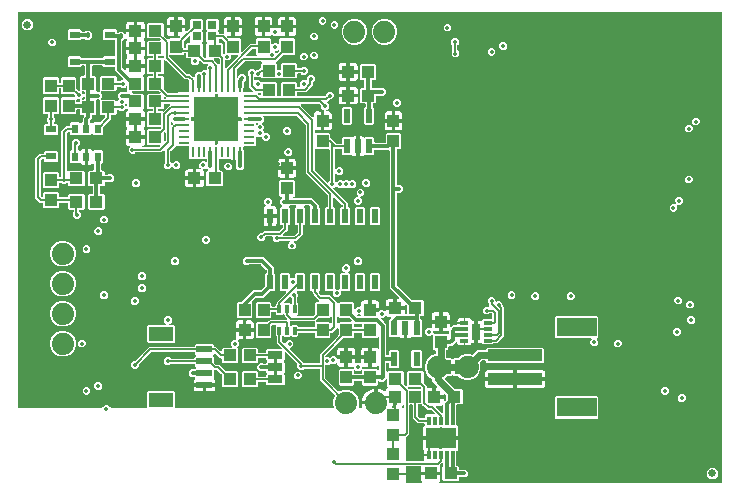
<source format=gbl>
G04 EAGLE Gerber RS-274X export*
G75*
%MOMM*%
%FSLAX34Y34*%
%LPD*%
%INBottom Copper*%
%IPPOS*%
%AMOC8*
5,1,8,0,0,1.08239X$1,22.5*%
G01*
%ADD10C,0.635000*%
%ADD11R,1.000000X1.100000*%
%ADD12R,0.550000X1.200000*%
%ADD13R,1.100000X1.000000*%
%ADD14R,0.600000X1.200000*%
%ADD15R,0.300000X0.660000*%
%ADD16R,0.700000X0.300000*%
%ADD17R,0.800000X1.380000*%
%ADD18C,1.879600*%
%ADD19R,4.600000X1.000000*%
%ADD20R,3.400000X1.600000*%
%ADD21R,0.635000X1.270000*%
%ADD22R,0.350000X0.800000*%
%ADD23R,2.500000X1.700000*%
%ADD24R,1.270000X0.660400*%
%ADD25R,0.550000X0.800000*%
%ADD26R,0.830000X0.630000*%
%ADD27R,0.750000X0.700000*%
%ADD28R,0.900000X0.280000*%
%ADD29R,3.700000X3.700000*%
%ADD30R,0.280000X0.900000*%
%ADD31R,2.000000X1.200000*%
%ADD32R,1.350000X0.600000*%
%ADD33C,0.304800*%
%ADD34C,0.352400*%
%ADD35C,0.127000*%
%ADD36C,0.457200*%
%ADD37C,0.558800*%
%ADD38C,0.177800*%

G36*
X597484Y1778D02*
X597484Y1778D01*
X597503Y1776D01*
X597605Y1798D01*
X597707Y1814D01*
X597724Y1824D01*
X597744Y1828D01*
X597833Y1881D01*
X597924Y1930D01*
X597938Y1944D01*
X597955Y1954D01*
X598022Y2033D01*
X598094Y2108D01*
X598102Y2126D01*
X598115Y2141D01*
X598154Y2237D01*
X598197Y2331D01*
X598199Y2351D01*
X598207Y2369D01*
X598225Y2536D01*
X598225Y400000D01*
X598222Y400020D01*
X598224Y400039D01*
X598202Y400141D01*
X598186Y400243D01*
X598176Y400260D01*
X598172Y400280D01*
X598119Y400369D01*
X598070Y400460D01*
X598056Y400474D01*
X598046Y400491D01*
X597967Y400558D01*
X597892Y400630D01*
X597874Y400638D01*
X597859Y400651D01*
X597763Y400690D01*
X597669Y400733D01*
X597649Y400735D01*
X597631Y400743D01*
X597464Y400761D01*
X2536Y400761D01*
X2516Y400758D01*
X2497Y400760D01*
X2395Y400738D01*
X2293Y400722D01*
X2276Y400712D01*
X2256Y400708D01*
X2167Y400655D01*
X2076Y400606D01*
X2062Y400592D01*
X2045Y400582D01*
X1978Y400503D01*
X1906Y400428D01*
X1898Y400410D01*
X1885Y400395D01*
X1846Y400299D01*
X1803Y400205D01*
X1801Y400185D01*
X1793Y400167D01*
X1775Y400000D01*
X1775Y66397D01*
X1778Y66377D01*
X1776Y66358D01*
X1798Y66256D01*
X1814Y66154D01*
X1824Y66137D01*
X1828Y66117D01*
X1881Y66028D01*
X1930Y65937D01*
X1944Y65923D01*
X1954Y65906D01*
X2033Y65839D01*
X2108Y65767D01*
X2126Y65759D01*
X2141Y65746D01*
X2237Y65707D01*
X2331Y65664D01*
X2351Y65662D01*
X2369Y65654D01*
X2536Y65636D01*
X72952Y65636D01*
X72972Y65639D01*
X72991Y65637D01*
X73093Y65659D01*
X73195Y65675D01*
X73212Y65685D01*
X73232Y65689D01*
X73321Y65742D01*
X73412Y65791D01*
X73426Y65805D01*
X73443Y65815D01*
X73510Y65894D01*
X73582Y65969D01*
X73590Y65987D01*
X73603Y66002D01*
X73642Y66098D01*
X73685Y66192D01*
X73687Y66212D01*
X73695Y66230D01*
X73709Y66357D01*
X75639Y68287D01*
X78361Y68287D01*
X80288Y66360D01*
X80288Y66358D01*
X80310Y66256D01*
X80326Y66154D01*
X80336Y66137D01*
X80340Y66117D01*
X80393Y66028D01*
X80442Y65937D01*
X80456Y65923D01*
X80466Y65906D01*
X80545Y65839D01*
X80620Y65767D01*
X80638Y65759D01*
X80653Y65746D01*
X80749Y65707D01*
X80843Y65664D01*
X80863Y65662D01*
X80881Y65654D01*
X81048Y65636D01*
X110964Y65636D01*
X110984Y65639D01*
X111003Y65637D01*
X111105Y65659D01*
X111207Y65675D01*
X111224Y65685D01*
X111244Y65689D01*
X111333Y65742D01*
X111424Y65791D01*
X111438Y65805D01*
X111455Y65815D01*
X111522Y65894D01*
X111594Y65969D01*
X111602Y65987D01*
X111615Y66002D01*
X111654Y66098D01*
X111697Y66192D01*
X111699Y66212D01*
X111707Y66230D01*
X111725Y66397D01*
X111725Y78632D01*
X112618Y79525D01*
X133882Y79525D01*
X134775Y78632D01*
X134775Y66397D01*
X134778Y66377D01*
X134776Y66358D01*
X134798Y66256D01*
X134814Y66154D01*
X134824Y66137D01*
X134828Y66117D01*
X134881Y66028D01*
X134930Y65937D01*
X134944Y65923D01*
X134954Y65906D01*
X135033Y65839D01*
X135108Y65767D01*
X135126Y65759D01*
X135141Y65746D01*
X135237Y65707D01*
X135331Y65664D01*
X135351Y65662D01*
X135369Y65654D01*
X135536Y65636D01*
X268846Y65636D01*
X268891Y65643D01*
X268937Y65641D01*
X269012Y65663D01*
X269089Y65675D01*
X269129Y65697D01*
X269173Y65710D01*
X269237Y65754D01*
X269306Y65791D01*
X269337Y65824D01*
X269375Y65850D01*
X269422Y65913D01*
X269475Y65969D01*
X269495Y66011D01*
X269522Y66047D01*
X269546Y66121D01*
X269579Y66192D01*
X269584Y66238D01*
X269598Y66281D01*
X269597Y66359D01*
X269606Y66436D01*
X269596Y66481D01*
X269596Y66527D01*
X269558Y66659D01*
X269554Y66677D01*
X269551Y66681D01*
X269549Y66688D01*
X269077Y67827D01*
X269077Y72173D01*
X270551Y75730D01*
X270578Y75844D01*
X270606Y75957D01*
X270606Y75964D01*
X270607Y75970D01*
X270596Y76086D01*
X270587Y76203D01*
X270585Y76208D01*
X270584Y76215D01*
X270536Y76322D01*
X270491Y76429D01*
X270486Y76435D01*
X270484Y76439D01*
X270471Y76453D01*
X270386Y76560D01*
X257840Y89105D01*
X257840Y98079D01*
X257837Y98099D01*
X257839Y98118D01*
X257817Y98220D01*
X257801Y98322D01*
X257791Y98339D01*
X257787Y98359D01*
X257734Y98448D01*
X257685Y98539D01*
X257671Y98553D01*
X257661Y98570D01*
X257582Y98637D01*
X257507Y98709D01*
X257489Y98717D01*
X257474Y98730D01*
X257378Y98769D01*
X257284Y98812D01*
X257264Y98814D01*
X257246Y98822D01*
X257079Y98840D01*
X244804Y98840D01*
X244714Y98826D01*
X244623Y98818D01*
X244593Y98806D01*
X244561Y98801D01*
X244480Y98758D01*
X244396Y98722D01*
X244364Y98696D01*
X244344Y98685D01*
X244321Y98662D01*
X244265Y98617D01*
X243361Y97713D01*
X240773Y97713D01*
X240702Y97702D01*
X240651Y97700D01*
X238713Y99639D01*
X238713Y102402D01*
X238754Y102458D01*
X238760Y102477D01*
X238771Y102494D01*
X238796Y102594D01*
X238826Y102693D01*
X238826Y102713D01*
X238831Y102733D01*
X238823Y102836D01*
X238820Y102939D01*
X238813Y102958D01*
X238812Y102978D01*
X238771Y103073D01*
X238736Y103170D01*
X238723Y103186D01*
X238715Y103204D01*
X238610Y103335D01*
X229174Y112771D01*
X229116Y112813D01*
X229064Y112863D01*
X229017Y112885D01*
X228975Y112915D01*
X228906Y112936D01*
X228841Y112966D01*
X228789Y112972D01*
X228739Y112987D01*
X228668Y112985D01*
X228597Y112993D01*
X228546Y112982D01*
X228494Y112981D01*
X228426Y112956D01*
X228356Y112941D01*
X228311Y112914D01*
X228263Y112897D01*
X228207Y112852D01*
X228145Y112815D01*
X228111Y112775D01*
X228071Y112743D01*
X228032Y112683D01*
X227985Y112628D01*
X227966Y112580D01*
X227938Y112536D01*
X227920Y112466D01*
X227893Y112400D01*
X227885Y112329D01*
X227877Y112297D01*
X227879Y112274D01*
X227875Y112233D01*
X227875Y106480D01*
X227140Y105745D01*
X227128Y105729D01*
X227112Y105717D01*
X227056Y105629D01*
X226996Y105546D01*
X226990Y105527D01*
X226979Y105510D01*
X226954Y105409D01*
X226924Y105310D01*
X226924Y105291D01*
X226919Y105271D01*
X226927Y105168D01*
X226930Y105065D01*
X226937Y105046D01*
X226938Y105026D01*
X226979Y104931D01*
X227014Y104834D01*
X227027Y104818D01*
X227035Y104800D01*
X227140Y104669D01*
X227875Y103934D01*
X227875Y96066D01*
X227140Y95331D01*
X227128Y95315D01*
X227112Y95303D01*
X227056Y95215D01*
X226996Y95132D01*
X226990Y95113D01*
X226979Y95096D01*
X226954Y94995D01*
X226924Y94896D01*
X226924Y94877D01*
X226919Y94857D01*
X226927Y94754D01*
X226930Y94651D01*
X226937Y94632D01*
X226938Y94612D01*
X226979Y94517D01*
X227014Y94420D01*
X227027Y94404D01*
X227035Y94386D01*
X227140Y94255D01*
X227875Y93520D01*
X227875Y85652D01*
X226982Y84759D01*
X213018Y84759D01*
X212125Y85652D01*
X212125Y86665D01*
X212122Y86685D01*
X212124Y86704D01*
X212102Y86806D01*
X212086Y86908D01*
X212076Y86925D01*
X212072Y86945D01*
X212019Y87034D01*
X211970Y87125D01*
X211956Y87139D01*
X211946Y87156D01*
X211867Y87223D01*
X211792Y87295D01*
X211774Y87303D01*
X211759Y87316D01*
X211663Y87355D01*
X211569Y87398D01*
X211549Y87400D01*
X211531Y87408D01*
X211364Y87426D01*
X206286Y87426D01*
X206266Y87423D01*
X206247Y87425D01*
X206145Y87403D01*
X206043Y87387D01*
X206026Y87377D01*
X206006Y87373D01*
X205917Y87320D01*
X205826Y87271D01*
X205812Y87257D01*
X205795Y87247D01*
X205728Y87168D01*
X205656Y87093D01*
X205648Y87075D01*
X205635Y87060D01*
X205596Y86964D01*
X205553Y86870D01*
X205551Y86850D01*
X205543Y86832D01*
X205525Y86665D01*
X205525Y84368D01*
X204632Y83475D01*
X192368Y83475D01*
X191475Y84368D01*
X191475Y95632D01*
X192368Y96525D01*
X204632Y96525D01*
X205525Y95632D01*
X205525Y92507D01*
X205528Y92487D01*
X205526Y92468D01*
X205548Y92366D01*
X205564Y92264D01*
X205574Y92247D01*
X205578Y92227D01*
X205631Y92138D01*
X205680Y92047D01*
X205694Y92033D01*
X205704Y92016D01*
X205783Y91949D01*
X205858Y91877D01*
X205876Y91869D01*
X205891Y91856D01*
X205987Y91817D01*
X206081Y91774D01*
X206101Y91772D01*
X206119Y91764D01*
X206286Y91746D01*
X211364Y91746D01*
X211384Y91749D01*
X211403Y91747D01*
X211505Y91769D01*
X211607Y91785D01*
X211624Y91795D01*
X211644Y91799D01*
X211733Y91852D01*
X211824Y91901D01*
X211838Y91915D01*
X211855Y91925D01*
X211922Y92004D01*
X211994Y92079D01*
X212002Y92097D01*
X212015Y92112D01*
X212054Y92208D01*
X212097Y92302D01*
X212099Y92322D01*
X212107Y92340D01*
X212125Y92507D01*
X212125Y93520D01*
X212860Y94255D01*
X212872Y94271D01*
X212888Y94283D01*
X212944Y94371D01*
X213004Y94454D01*
X213010Y94473D01*
X213021Y94490D01*
X213046Y94591D01*
X213076Y94690D01*
X213076Y94709D01*
X213081Y94729D01*
X213073Y94832D01*
X213070Y94935D01*
X213063Y94954D01*
X213062Y94974D01*
X213021Y95069D01*
X212986Y95166D01*
X212973Y95182D01*
X212965Y95200D01*
X212860Y95331D01*
X212125Y96066D01*
X212125Y96190D01*
X212123Y96202D01*
X212124Y96209D01*
X212123Y96216D01*
X212124Y96229D01*
X212102Y96331D01*
X212086Y96433D01*
X212076Y96450D01*
X212072Y96470D01*
X212019Y96559D01*
X211970Y96650D01*
X211956Y96664D01*
X211946Y96681D01*
X211867Y96748D01*
X211792Y96820D01*
X211774Y96828D01*
X211759Y96841D01*
X211663Y96880D01*
X211569Y96923D01*
X211549Y96925D01*
X211531Y96933D01*
X211364Y96951D01*
X209915Y96951D01*
X209825Y96937D01*
X209734Y96929D01*
X209704Y96917D01*
X209672Y96912D01*
X209591Y96869D01*
X209507Y96833D01*
X209475Y96807D01*
X209455Y96796D01*
X209436Y96777D01*
X209434Y96776D01*
X209428Y96770D01*
X209376Y96728D01*
X209361Y96713D01*
X206639Y96713D01*
X204713Y98639D01*
X204713Y101361D01*
X206639Y103287D01*
X209361Y103287D01*
X209376Y103272D01*
X209450Y103219D01*
X209520Y103159D01*
X209550Y103147D01*
X209576Y103128D01*
X209663Y103101D01*
X209748Y103067D01*
X209789Y103063D01*
X209811Y103056D01*
X209843Y103057D01*
X209915Y103049D01*
X211364Y103049D01*
X211384Y103052D01*
X211403Y103050D01*
X211505Y103072D01*
X211607Y103088D01*
X211624Y103098D01*
X211644Y103102D01*
X211733Y103155D01*
X211824Y103204D01*
X211838Y103218D01*
X211855Y103228D01*
X211922Y103307D01*
X211994Y103382D01*
X212002Y103400D01*
X212015Y103415D01*
X212054Y103511D01*
X212097Y103605D01*
X212099Y103625D01*
X212107Y103643D01*
X212125Y103810D01*
X212125Y103934D01*
X212860Y104669D01*
X212872Y104685D01*
X212888Y104697D01*
X212944Y104785D01*
X213004Y104868D01*
X213010Y104887D01*
X213021Y104904D01*
X213046Y105005D01*
X213076Y105104D01*
X213076Y105123D01*
X213081Y105143D01*
X213073Y105246D01*
X213070Y105349D01*
X213063Y105368D01*
X213062Y105388D01*
X213021Y105483D01*
X212986Y105580D01*
X212973Y105596D01*
X212965Y105614D01*
X212860Y105745D01*
X212125Y106480D01*
X212125Y107079D01*
X212122Y107099D01*
X212124Y107118D01*
X212102Y107220D01*
X212086Y107322D01*
X212076Y107339D01*
X212072Y107359D01*
X212019Y107448D01*
X211970Y107539D01*
X211956Y107553D01*
X211946Y107570D01*
X211867Y107637D01*
X211792Y107709D01*
X211774Y107717D01*
X211759Y107730D01*
X211663Y107769D01*
X211569Y107812D01*
X211549Y107814D01*
X211531Y107822D01*
X211364Y107840D01*
X206286Y107840D01*
X206266Y107837D01*
X206247Y107839D01*
X206145Y107817D01*
X206043Y107801D01*
X206026Y107791D01*
X206006Y107787D01*
X205917Y107734D01*
X205826Y107685D01*
X205812Y107671D01*
X205795Y107661D01*
X205728Y107582D01*
X205656Y107507D01*
X205648Y107489D01*
X205635Y107474D01*
X205596Y107378D01*
X205553Y107284D01*
X205551Y107264D01*
X205543Y107246D01*
X205525Y107079D01*
X205525Y104368D01*
X204632Y103475D01*
X192368Y103475D01*
X191475Y104368D01*
X191475Y115632D01*
X192368Y116525D01*
X204632Y116525D01*
X205525Y115632D01*
X205525Y112921D01*
X205528Y112901D01*
X205526Y112882D01*
X205548Y112780D01*
X205564Y112678D01*
X205574Y112661D01*
X205578Y112641D01*
X205631Y112552D01*
X205680Y112461D01*
X205694Y112447D01*
X205704Y112430D01*
X205783Y112363D01*
X205858Y112291D01*
X205876Y112283D01*
X205891Y112270D01*
X205987Y112231D01*
X206081Y112188D01*
X206101Y112186D01*
X206119Y112178D01*
X206286Y112160D01*
X211364Y112160D01*
X211384Y112163D01*
X211403Y112161D01*
X211505Y112183D01*
X211607Y112199D01*
X211624Y112209D01*
X211644Y112213D01*
X211733Y112266D01*
X211824Y112315D01*
X211838Y112329D01*
X211855Y112339D01*
X211922Y112418D01*
X211994Y112493D01*
X212002Y112511D01*
X212015Y112526D01*
X212054Y112622D01*
X212097Y112716D01*
X212099Y112736D01*
X212107Y112754D01*
X212125Y112921D01*
X212125Y114348D01*
X213018Y115241D01*
X224867Y115241D01*
X224938Y115252D01*
X225010Y115254D01*
X225059Y115272D01*
X225110Y115280D01*
X225173Y115314D01*
X225241Y115339D01*
X225281Y115371D01*
X225327Y115396D01*
X225377Y115448D01*
X225433Y115492D01*
X225461Y115536D01*
X225497Y115574D01*
X225527Y115639D01*
X225566Y115699D01*
X225578Y115750D01*
X225600Y115797D01*
X225608Y115868D01*
X225626Y115938D01*
X225622Y115990D01*
X225627Y116041D01*
X225612Y116112D01*
X225607Y116183D01*
X225586Y116231D01*
X225575Y116282D01*
X225538Y116343D01*
X225510Y116409D01*
X225465Y116465D01*
X225449Y116493D01*
X225431Y116508D01*
X225405Y116540D01*
X221340Y120605D01*
X221340Y125688D01*
X221326Y125778D01*
X221318Y125869D01*
X221306Y125899D01*
X221301Y125931D01*
X221258Y126012D01*
X221222Y126095D01*
X221196Y126128D01*
X221185Y126148D01*
X221162Y126170D01*
X221117Y126226D01*
X220475Y126868D01*
X220475Y134865D01*
X220479Y134874D01*
X220485Y134926D01*
X220500Y134975D01*
X220498Y135047D01*
X220506Y135118D01*
X220495Y135169D01*
X220494Y135221D01*
X220469Y135289D01*
X220454Y135359D01*
X220427Y135403D01*
X220410Y135452D01*
X220365Y135508D01*
X220328Y135570D01*
X220289Y135604D01*
X220256Y135644D01*
X220196Y135683D01*
X220141Y135730D01*
X220093Y135749D01*
X220049Y135777D01*
X219980Y135795D01*
X219913Y135822D01*
X219842Y135830D01*
X219811Y135838D01*
X219787Y135836D01*
X219746Y135840D01*
X217710Y135840D01*
X217620Y135826D01*
X217529Y135818D01*
X217499Y135806D01*
X217467Y135801D01*
X217386Y135758D01*
X217303Y135722D01*
X217270Y135696D01*
X217250Y135685D01*
X217228Y135662D01*
X217172Y135617D01*
X216748Y135193D01*
X216695Y135119D01*
X216635Y135050D01*
X216623Y135020D01*
X216604Y134994D01*
X216577Y134907D01*
X216543Y134822D01*
X216539Y134781D01*
X216532Y134759D01*
X216533Y134726D01*
X216525Y134655D01*
X216525Y125368D01*
X215632Y124475D01*
X204368Y124475D01*
X203475Y125368D01*
X203475Y137632D01*
X204368Y138525D01*
X213655Y138525D01*
X213745Y138539D01*
X213836Y138547D01*
X213866Y138559D01*
X213898Y138564D01*
X213978Y138607D01*
X214062Y138643D01*
X214095Y138669D01*
X214115Y138680D01*
X214137Y138703D01*
X214193Y138748D01*
X215621Y140176D01*
X215663Y140234D01*
X215713Y140286D01*
X215721Y140303D01*
X215759Y140270D01*
X215807Y140251D01*
X215851Y140223D01*
X215921Y140205D01*
X215987Y140178D01*
X216058Y140170D01*
X216090Y140162D01*
X216113Y140164D01*
X216154Y140160D01*
X228948Y140160D01*
X229019Y140171D01*
X229091Y140173D01*
X229140Y140191D01*
X229191Y140199D01*
X229254Y140233D01*
X229322Y140258D01*
X229362Y140290D01*
X229408Y140315D01*
X229458Y140367D01*
X229514Y140411D01*
X229542Y140455D01*
X229578Y140493D01*
X229608Y140558D01*
X229647Y140618D01*
X229659Y140669D01*
X229681Y140716D01*
X229689Y140787D01*
X229707Y140857D01*
X229703Y140909D01*
X229708Y140960D01*
X229693Y141031D01*
X229688Y141102D01*
X229667Y141150D01*
X229656Y141201D01*
X229619Y141262D01*
X229591Y141328D01*
X229546Y141384D01*
X229530Y141412D01*
X229512Y141427D01*
X229486Y141459D01*
X227840Y143105D01*
X227840Y144088D01*
X227826Y144178D01*
X227818Y144269D01*
X227806Y144299D01*
X227801Y144331D01*
X227758Y144411D01*
X227722Y144495D01*
X227696Y144528D01*
X227685Y144548D01*
X227662Y144570D01*
X227617Y144626D01*
X227288Y144955D01*
X227272Y144967D01*
X227260Y144983D01*
X227172Y145039D01*
X227088Y145099D01*
X227069Y145105D01*
X227053Y145116D01*
X226952Y145141D01*
X226853Y145171D01*
X226834Y145171D01*
X226814Y145176D01*
X226711Y145168D01*
X226608Y145165D01*
X226589Y145158D01*
X226569Y145157D01*
X226474Y145116D01*
X226377Y145080D01*
X226361Y145068D01*
X226343Y145060D01*
X226212Y144955D01*
X225632Y144375D01*
X221368Y144375D01*
X220475Y145268D01*
X220475Y146279D01*
X220472Y146299D01*
X220474Y146318D01*
X220452Y146420D01*
X220436Y146522D01*
X220426Y146539D01*
X220422Y146559D01*
X220369Y146648D01*
X220320Y146739D01*
X220306Y146753D01*
X220296Y146770D01*
X220217Y146837D01*
X220142Y146909D01*
X220124Y146917D01*
X220109Y146930D01*
X220013Y146969D01*
X219919Y147012D01*
X219899Y147014D01*
X219881Y147022D01*
X219714Y147040D01*
X217286Y147040D01*
X217266Y147037D01*
X217247Y147039D01*
X217145Y147017D01*
X217043Y147001D01*
X217026Y146991D01*
X217006Y146987D01*
X216917Y146934D01*
X216826Y146885D01*
X216812Y146871D01*
X216795Y146861D01*
X216728Y146782D01*
X216656Y146707D01*
X216648Y146689D01*
X216635Y146674D01*
X216596Y146578D01*
X216553Y146484D01*
X216551Y146464D01*
X216543Y146446D01*
X216525Y146279D01*
X216525Y142368D01*
X215616Y141459D01*
X215574Y141401D01*
X215524Y141349D01*
X215516Y141332D01*
X215478Y141365D01*
X215430Y141384D01*
X215386Y141412D01*
X215316Y141430D01*
X215250Y141457D01*
X215179Y141465D01*
X215147Y141473D01*
X215124Y141471D01*
X215083Y141475D01*
X204368Y141475D01*
X203475Y142368D01*
X203475Y154632D01*
X204368Y155525D01*
X215632Y155525D01*
X216525Y154632D01*
X216525Y152121D01*
X216528Y152101D01*
X216526Y152082D01*
X216548Y151980D01*
X216564Y151878D01*
X216574Y151861D01*
X216578Y151841D01*
X216631Y151752D01*
X216680Y151661D01*
X216694Y151647D01*
X216704Y151630D01*
X216783Y151563D01*
X216858Y151491D01*
X216876Y151483D01*
X216891Y151470D01*
X216987Y151431D01*
X217081Y151388D01*
X217101Y151386D01*
X217119Y151378D01*
X217286Y151360D01*
X219714Y151360D01*
X219734Y151363D01*
X219753Y151361D01*
X219855Y151383D01*
X219957Y151399D01*
X219974Y151409D01*
X219994Y151413D01*
X220083Y151466D01*
X220174Y151515D01*
X220188Y151529D01*
X220205Y151539D01*
X220272Y151618D01*
X220344Y151693D01*
X220352Y151711D01*
X220365Y151726D01*
X220404Y151822D01*
X220447Y151916D01*
X220449Y151936D01*
X220457Y151954D01*
X220475Y152121D01*
X220475Y153132D01*
X221117Y153774D01*
X221170Y153848D01*
X221230Y153917D01*
X221242Y153947D01*
X221261Y153973D01*
X221288Y154060D01*
X221322Y154145D01*
X221326Y154186D01*
X221333Y154208D01*
X221332Y154241D01*
X221340Y154312D01*
X221340Y155445D01*
X222828Y156933D01*
X229071Y163176D01*
X229113Y163234D01*
X229163Y163286D01*
X229185Y163333D01*
X229215Y163375D01*
X229236Y163444D01*
X229266Y163509D01*
X229272Y163561D01*
X229287Y163611D01*
X229285Y163682D01*
X229293Y163753D01*
X229282Y163804D01*
X229281Y163856D01*
X229256Y163924D01*
X229241Y163994D01*
X229214Y164039D01*
X229197Y164087D01*
X229152Y164143D01*
X229115Y164205D01*
X229075Y164239D01*
X229043Y164279D01*
X228983Y164318D01*
X228928Y164365D01*
X228880Y164384D01*
X228836Y164412D01*
X228766Y164430D01*
X228700Y164457D01*
X228629Y164465D01*
X228597Y164473D01*
X228574Y164471D01*
X228533Y164475D01*
X224618Y164475D01*
X223725Y165368D01*
X223725Y178632D01*
X224618Y179525D01*
X231882Y179525D01*
X232775Y178632D01*
X232775Y176048D01*
X232778Y176028D01*
X232776Y176009D01*
X232798Y175907D01*
X232814Y175805D01*
X232824Y175788D01*
X232828Y175768D01*
X232881Y175679D01*
X232930Y175588D01*
X232944Y175574D01*
X232954Y175557D01*
X233033Y175490D01*
X233108Y175418D01*
X233126Y175410D01*
X233141Y175397D01*
X233237Y175358D01*
X233331Y175315D01*
X233351Y175313D01*
X233369Y175305D01*
X233536Y175287D01*
X235664Y175287D01*
X235684Y175290D01*
X235703Y175288D01*
X235805Y175310D01*
X235907Y175326D01*
X235924Y175336D01*
X235944Y175340D01*
X236033Y175393D01*
X236124Y175442D01*
X236138Y175456D01*
X236155Y175466D01*
X236222Y175545D01*
X236294Y175620D01*
X236302Y175638D01*
X236315Y175653D01*
X236354Y175749D01*
X236397Y175843D01*
X236399Y175863D01*
X236407Y175881D01*
X236425Y176048D01*
X236425Y178632D01*
X237318Y179525D01*
X244582Y179525D01*
X245475Y178632D01*
X245475Y165368D01*
X244582Y164475D01*
X239011Y164475D01*
X238940Y164464D01*
X238868Y164462D01*
X238819Y164444D01*
X238768Y164436D01*
X238705Y164402D01*
X238637Y164377D01*
X238597Y164345D01*
X238551Y164320D01*
X238501Y164268D01*
X238445Y164224D01*
X238417Y164180D01*
X238381Y164142D01*
X238351Y164077D01*
X238312Y164017D01*
X238299Y163966D01*
X238278Y163919D01*
X238270Y163848D01*
X238252Y163778D01*
X238256Y163726D01*
X238250Y163675D01*
X238266Y163604D01*
X238271Y163533D01*
X238292Y163485D01*
X238303Y163434D01*
X238340Y163373D01*
X238368Y163307D01*
X238412Y163251D01*
X238429Y163223D01*
X238447Y163208D01*
X238472Y163176D01*
X239287Y162361D01*
X239287Y159639D01*
X238883Y159235D01*
X238830Y159161D01*
X238770Y159091D01*
X238758Y159061D01*
X238739Y159035D01*
X238712Y158948D01*
X238678Y158863D01*
X238674Y158822D01*
X238667Y158800D01*
X238668Y158768D01*
X238660Y158696D01*
X238660Y154312D01*
X238674Y154222D01*
X238682Y154131D01*
X238694Y154101D01*
X238699Y154069D01*
X238742Y153988D01*
X238778Y153905D01*
X238804Y153872D01*
X238815Y153852D01*
X238838Y153830D01*
X238883Y153774D01*
X239525Y153132D01*
X239525Y145268D01*
X238716Y144459D01*
X238674Y144401D01*
X238624Y144349D01*
X238602Y144302D01*
X238572Y144260D01*
X238551Y144191D01*
X238521Y144126D01*
X238515Y144074D01*
X238500Y144024D01*
X238502Y143953D01*
X238494Y143882D01*
X238505Y143831D01*
X238506Y143779D01*
X238531Y143711D01*
X238546Y143641D01*
X238573Y143596D01*
X238590Y143548D01*
X238635Y143492D01*
X238672Y143430D01*
X238712Y143396D01*
X238744Y143356D01*
X238804Y143317D01*
X238859Y143270D01*
X238907Y143251D01*
X238951Y143223D01*
X239021Y143205D01*
X239087Y143178D01*
X239158Y143170D01*
X239190Y143162D01*
X239213Y143164D01*
X239254Y143160D01*
X251290Y143160D01*
X251380Y143174D01*
X251471Y143182D01*
X251501Y143194D01*
X251533Y143199D01*
X251614Y143242D01*
X251697Y143278D01*
X251730Y143304D01*
X251750Y143315D01*
X251772Y143338D01*
X251828Y143383D01*
X253252Y144807D01*
X253305Y144881D01*
X253365Y144950D01*
X253377Y144980D01*
X253396Y145006D01*
X253423Y145093D01*
X253457Y145178D01*
X253461Y145219D01*
X253468Y145241D01*
X253467Y145274D01*
X253475Y145345D01*
X253475Y154632D01*
X254368Y155525D01*
X256583Y155525D01*
X256654Y155536D01*
X256726Y155538D01*
X256775Y155556D01*
X256826Y155564D01*
X256889Y155598D01*
X256957Y155623D01*
X256997Y155655D01*
X257043Y155680D01*
X257093Y155732D01*
X257149Y155776D01*
X257177Y155820D01*
X257213Y155858D01*
X257243Y155923D01*
X257282Y155983D01*
X257294Y156034D01*
X257316Y156081D01*
X257324Y156152D01*
X257342Y156222D01*
X257338Y156274D01*
X257343Y156325D01*
X257328Y156396D01*
X257323Y156467D01*
X257302Y156515D01*
X257291Y156566D01*
X257254Y156627D01*
X257226Y156693D01*
X257181Y156749D01*
X257165Y156777D01*
X257147Y156792D01*
X257146Y156794D01*
X257142Y156799D01*
X257139Y156802D01*
X257121Y156824D01*
X252978Y160967D01*
X251490Y162455D01*
X251490Y163714D01*
X251487Y163734D01*
X251489Y163753D01*
X251467Y163855D01*
X251451Y163957D01*
X251441Y163974D01*
X251437Y163994D01*
X251384Y164083D01*
X251335Y164174D01*
X251321Y164188D01*
X251311Y164205D01*
X251232Y164272D01*
X251157Y164344D01*
X251139Y164352D01*
X251124Y164365D01*
X251028Y164404D01*
X250934Y164447D01*
X250914Y164449D01*
X250896Y164457D01*
X250729Y164475D01*
X250018Y164475D01*
X249125Y165368D01*
X249125Y178632D01*
X250018Y179525D01*
X257282Y179525D01*
X258175Y178632D01*
X258175Y165368D01*
X257265Y164458D01*
X257225Y164444D01*
X257174Y164436D01*
X257111Y164402D01*
X257043Y164377D01*
X257003Y164345D01*
X256957Y164320D01*
X256907Y164268D01*
X256851Y164224D01*
X256823Y164180D01*
X256787Y164142D01*
X256757Y164077D01*
X256718Y164017D01*
X256706Y163966D01*
X256684Y163919D01*
X256676Y163848D01*
X256658Y163778D01*
X256662Y163726D01*
X256657Y163675D01*
X256672Y163604D01*
X256677Y163533D01*
X256698Y163485D01*
X256709Y163434D01*
X256746Y163373D01*
X256774Y163307D01*
X256819Y163251D01*
X256835Y163223D01*
X256853Y163208D01*
X256879Y163176D01*
X258672Y161383D01*
X258746Y161330D01*
X258815Y161270D01*
X258845Y161258D01*
X258871Y161239D01*
X258959Y161212D01*
X259043Y161178D01*
X259084Y161174D01*
X259106Y161167D01*
X259139Y161168D01*
X259210Y161160D01*
X265895Y161160D01*
X272248Y154806D01*
X272258Y154780D01*
X272290Y154740D01*
X272315Y154694D01*
X272367Y154644D01*
X272411Y154588D01*
X272455Y154560D01*
X272493Y154524D01*
X272558Y154494D01*
X272618Y154455D01*
X272669Y154443D01*
X272716Y154421D01*
X272787Y154413D01*
X272857Y154395D01*
X272909Y154399D01*
X272960Y154394D01*
X273031Y154409D01*
X273102Y154414D01*
X273150Y154435D01*
X273201Y154446D01*
X273262Y154483D01*
X273328Y154511D01*
X273384Y154556D01*
X273412Y154572D01*
X273427Y154590D01*
X273459Y154616D01*
X274368Y155525D01*
X285632Y155525D01*
X286525Y154632D01*
X286525Y150011D01*
X286536Y149940D01*
X286538Y149868D01*
X286556Y149819D01*
X286564Y149768D01*
X286598Y149705D01*
X286623Y149637D01*
X286655Y149597D01*
X286680Y149551D01*
X286732Y149501D01*
X286776Y149445D01*
X286820Y149417D01*
X286858Y149381D01*
X286923Y149351D01*
X286983Y149312D01*
X287034Y149299D01*
X287081Y149278D01*
X287152Y149270D01*
X287222Y149252D01*
X287274Y149256D01*
X287325Y149250D01*
X287396Y149266D01*
X287467Y149271D01*
X287515Y149292D01*
X287566Y149303D01*
X287627Y149340D01*
X287693Y149368D01*
X287749Y149412D01*
X287777Y149429D01*
X287792Y149447D01*
X287824Y149472D01*
X289639Y151287D01*
X291698Y151287D01*
X291718Y151290D01*
X291737Y151288D01*
X291839Y151310D01*
X291941Y151326D01*
X291958Y151336D01*
X291978Y151340D01*
X292067Y151393D01*
X292158Y151442D01*
X292172Y151456D01*
X292189Y151466D01*
X292256Y151545D01*
X292328Y151620D01*
X292336Y151638D01*
X292349Y151653D01*
X292388Y151749D01*
X292431Y151843D01*
X292433Y151863D01*
X292441Y151881D01*
X292459Y152048D01*
X292459Y154334D01*
X292632Y154981D01*
X292967Y155560D01*
X293440Y156033D01*
X294019Y156368D01*
X294666Y156541D01*
X298477Y156541D01*
X298477Y149262D01*
X298480Y149242D01*
X298478Y149223D01*
X298500Y149121D01*
X298517Y149019D01*
X298526Y149002D01*
X298530Y148982D01*
X298583Y148893D01*
X298632Y148802D01*
X298646Y148788D01*
X298656Y148771D01*
X298735Y148704D01*
X298810Y148633D01*
X298828Y148624D01*
X298843Y148611D01*
X298939Y148572D01*
X299033Y148529D01*
X299053Y148527D01*
X299071Y148519D01*
X299238Y148501D01*
X300001Y148501D01*
X300001Y147738D01*
X300004Y147718D01*
X300002Y147699D01*
X300024Y147597D01*
X300041Y147495D01*
X300050Y147478D01*
X300054Y147458D01*
X300107Y147369D01*
X300156Y147278D01*
X300170Y147264D01*
X300180Y147247D01*
X300259Y147180D01*
X300334Y147109D01*
X300352Y147100D01*
X300367Y147087D01*
X300463Y147048D01*
X300557Y147005D01*
X300577Y147003D01*
X300595Y146995D01*
X300762Y146977D01*
X307013Y146977D01*
X307103Y146992D01*
X307194Y146999D01*
X307224Y147011D01*
X307256Y147017D01*
X307337Y147059D01*
X307421Y147095D01*
X307453Y147121D01*
X307473Y147132D01*
X307496Y147155D01*
X307552Y147200D01*
X308639Y148287D01*
X311361Y148287D01*
X312160Y147488D01*
X312218Y147447D01*
X312270Y147397D01*
X312317Y147375D01*
X312359Y147345D01*
X312428Y147324D01*
X312493Y147294D01*
X312545Y147288D01*
X312595Y147272D01*
X312666Y147274D01*
X312737Y147266D01*
X312788Y147278D01*
X312840Y147279D01*
X312908Y147303D01*
X312978Y147319D01*
X313023Y147345D01*
X313071Y147363D01*
X313127Y147408D01*
X313189Y147445D01*
X313223Y147484D01*
X313263Y147517D01*
X313302Y147577D01*
X313349Y147632D01*
X313368Y147680D01*
X313396Y147724D01*
X313414Y147793D01*
X313441Y147860D01*
X313449Y147931D01*
X313457Y147962D01*
X313455Y147986D01*
X313459Y148027D01*
X313459Y148477D01*
X320738Y148477D01*
X320758Y148480D01*
X320777Y148478D01*
X320879Y148500D01*
X320981Y148517D01*
X320998Y148526D01*
X321018Y148530D01*
X321107Y148583D01*
X321198Y148632D01*
X321212Y148646D01*
X321229Y148656D01*
X321296Y148735D01*
X321367Y148810D01*
X321376Y148828D01*
X321389Y148843D01*
X321428Y148939D01*
X321471Y149033D01*
X321473Y149053D01*
X321481Y149071D01*
X321499Y149238D01*
X321499Y150001D01*
X321501Y150001D01*
X321501Y149238D01*
X321504Y149218D01*
X321502Y149199D01*
X321524Y149097D01*
X321541Y148995D01*
X321550Y148978D01*
X321554Y148958D01*
X321607Y148869D01*
X321656Y148778D01*
X321670Y148764D01*
X321680Y148747D01*
X321759Y148680D01*
X321834Y148609D01*
X321852Y148600D01*
X321867Y148587D01*
X321963Y148548D01*
X322057Y148505D01*
X322077Y148503D01*
X322095Y148495D01*
X322262Y148477D01*
X329541Y148477D01*
X329541Y145810D01*
X329544Y145790D01*
X329542Y145771D01*
X329564Y145669D01*
X329580Y145567D01*
X329590Y145550D01*
X329594Y145530D01*
X329647Y145441D01*
X329696Y145350D01*
X329710Y145336D01*
X329720Y145319D01*
X329799Y145252D01*
X329874Y145180D01*
X329892Y145172D01*
X329907Y145159D01*
X330003Y145120D01*
X330097Y145077D01*
X330117Y145075D01*
X330135Y145067D01*
X330302Y145049D01*
X330714Y145049D01*
X330734Y145052D01*
X330753Y145050D01*
X330855Y145072D01*
X330957Y145088D01*
X330974Y145098D01*
X330994Y145102D01*
X331083Y145155D01*
X331174Y145204D01*
X331188Y145218D01*
X331205Y145228D01*
X331272Y145307D01*
X331344Y145382D01*
X331352Y145400D01*
X331365Y145415D01*
X331404Y145511D01*
X331447Y145605D01*
X331449Y145625D01*
X331457Y145643D01*
X331475Y145810D01*
X331475Y151898D01*
X331461Y151988D01*
X331453Y152079D01*
X331441Y152109D01*
X331436Y152141D01*
X331393Y152221D01*
X331357Y152305D01*
X331331Y152337D01*
X331320Y152358D01*
X331297Y152380D01*
X331252Y152436D01*
X330840Y152848D01*
X330782Y152890D01*
X330730Y152939D01*
X330683Y152961D01*
X330641Y152992D01*
X330572Y153013D01*
X330507Y153043D01*
X330455Y153049D01*
X330405Y153064D01*
X330334Y153062D01*
X330263Y153070D01*
X330212Y153059D01*
X330160Y153058D01*
X330092Y153033D01*
X330022Y153018D01*
X329977Y152991D01*
X329929Y152973D01*
X329873Y152928D01*
X329811Y152892D01*
X329777Y152852D01*
X329737Y152820D01*
X329698Y152759D01*
X329651Y152705D01*
X329632Y152656D01*
X329604Y152613D01*
X329586Y152543D01*
X329559Y152477D01*
X329551Y152405D01*
X329543Y152374D01*
X329545Y152351D01*
X329541Y152310D01*
X329541Y151523D01*
X323023Y151523D01*
X323023Y157541D01*
X324310Y157541D01*
X324381Y157552D01*
X324452Y157554D01*
X324501Y157572D01*
X324553Y157580D01*
X324616Y157614D01*
X324683Y157639D01*
X324724Y157671D01*
X324770Y157696D01*
X324819Y157748D01*
X324875Y157792D01*
X324904Y157836D01*
X324939Y157874D01*
X324970Y157939D01*
X325008Y157999D01*
X325021Y158050D01*
X325043Y158097D01*
X325051Y158168D01*
X325068Y158238D01*
X325064Y158290D01*
X325070Y158341D01*
X325055Y158412D01*
X325049Y158483D01*
X325029Y158531D01*
X325018Y158582D01*
X324981Y158643D01*
X324953Y158709D01*
X324908Y158765D01*
X324892Y158793D01*
X324874Y158808D01*
X324848Y158840D01*
X316701Y166987D01*
X316701Y283189D01*
X316698Y283209D01*
X316700Y283228D01*
X316678Y283330D01*
X316662Y283432D01*
X316652Y283449D01*
X316648Y283469D01*
X316595Y283558D01*
X316546Y283649D01*
X316532Y283663D01*
X316522Y283680D01*
X316443Y283747D01*
X316368Y283819D01*
X316350Y283827D01*
X316335Y283840D01*
X316239Y283879D01*
X316145Y283922D01*
X316125Y283924D01*
X316107Y283932D01*
X315940Y283950D01*
X304536Y283950D01*
X304516Y283947D01*
X304497Y283949D01*
X304395Y283927D01*
X304293Y283911D01*
X304276Y283901D01*
X304256Y283897D01*
X304167Y283844D01*
X304076Y283795D01*
X304062Y283781D01*
X304045Y283771D01*
X303978Y283692D01*
X303906Y283617D01*
X303898Y283599D01*
X303885Y283584D01*
X303846Y283488D01*
X303803Y283394D01*
X303801Y283374D01*
X303793Y283356D01*
X303775Y283189D01*
X303775Y280367D01*
X302882Y279474D01*
X296118Y279474D01*
X295986Y279606D01*
X295891Y279675D01*
X295794Y279746D01*
X295790Y279748D01*
X295787Y279750D01*
X295673Y279785D01*
X295560Y279821D01*
X295555Y279821D01*
X295552Y279822D01*
X295433Y279819D01*
X295314Y279817D01*
X295310Y279816D01*
X295306Y279816D01*
X295195Y279775D01*
X295082Y279736D01*
X295079Y279733D01*
X295075Y279732D01*
X294982Y279657D01*
X294888Y279584D01*
X294885Y279580D01*
X294883Y279578D01*
X294875Y279566D01*
X294789Y279449D01*
X294783Y279439D01*
X294310Y278966D01*
X293731Y278631D01*
X293084Y278458D01*
X291374Y278458D01*
X291374Y286386D01*
X291371Y286405D01*
X291373Y286425D01*
X291351Y286527D01*
X291335Y286629D01*
X291325Y286646D01*
X291321Y286666D01*
X291268Y286755D01*
X291219Y286846D01*
X291205Y286860D01*
X291195Y286877D01*
X291116Y286944D01*
X291059Y286998D01*
X291073Y287006D01*
X291087Y287020D01*
X291104Y287030D01*
X291171Y287109D01*
X291243Y287184D01*
X291251Y287202D01*
X291264Y287217D01*
X291303Y287314D01*
X291346Y287407D01*
X291348Y287427D01*
X291356Y287445D01*
X291374Y287612D01*
X291374Y295540D01*
X293084Y295540D01*
X293731Y295367D01*
X294310Y295032D01*
X294783Y294559D01*
X294789Y294549D01*
X294864Y294458D01*
X294938Y294364D01*
X294942Y294362D01*
X294945Y294359D01*
X295044Y294296D01*
X295145Y294231D01*
X295149Y294230D01*
X295153Y294228D01*
X295268Y294200D01*
X295384Y294171D01*
X295388Y294172D01*
X295392Y294171D01*
X295511Y294181D01*
X295629Y294190D01*
X295633Y294192D01*
X295637Y294192D01*
X295745Y294240D01*
X295855Y294287D01*
X295859Y294290D01*
X295862Y294291D01*
X295872Y294300D01*
X295986Y294392D01*
X296118Y294524D01*
X302882Y294524D01*
X303775Y293631D01*
X303775Y290809D01*
X303778Y290789D01*
X303776Y290770D01*
X303798Y290668D01*
X303814Y290566D01*
X303824Y290549D01*
X303828Y290529D01*
X303881Y290440D01*
X303930Y290349D01*
X303944Y290335D01*
X303954Y290318D01*
X304033Y290251D01*
X304108Y290179D01*
X304126Y290171D01*
X304141Y290158D01*
X304237Y290119D01*
X304331Y290076D01*
X304351Y290074D01*
X304369Y290066D01*
X304536Y290048D01*
X312714Y290048D01*
X312734Y290051D01*
X312753Y290049D01*
X312855Y290071D01*
X312957Y290087D01*
X312974Y290097D01*
X312994Y290101D01*
X313083Y290154D01*
X313174Y290203D01*
X313188Y290217D01*
X313205Y290227D01*
X313272Y290306D01*
X313344Y290381D01*
X313352Y290399D01*
X313365Y290414D01*
X313404Y290510D01*
X313447Y290604D01*
X313449Y290624D01*
X313457Y290642D01*
X313475Y290809D01*
X313475Y297632D01*
X314368Y298525D01*
X325632Y298525D01*
X326525Y297632D01*
X326525Y285368D01*
X325632Y284475D01*
X323560Y284475D01*
X323540Y284472D01*
X323521Y284474D01*
X323419Y284452D01*
X323317Y284436D01*
X323300Y284426D01*
X323280Y284422D01*
X323191Y284369D01*
X323100Y284320D01*
X323086Y284306D01*
X323069Y284296D01*
X323002Y284217D01*
X322930Y284142D01*
X322922Y284124D01*
X322909Y284109D01*
X322870Y284013D01*
X322827Y283919D01*
X322825Y283899D01*
X322817Y283881D01*
X322799Y283714D01*
X322799Y255048D01*
X322802Y255028D01*
X322800Y255009D01*
X322822Y254907D01*
X322838Y254805D01*
X322848Y254788D01*
X322852Y254768D01*
X322905Y254679D01*
X322954Y254588D01*
X322968Y254574D01*
X322978Y254557D01*
X323057Y254490D01*
X323132Y254418D01*
X323150Y254410D01*
X323165Y254397D01*
X323261Y254358D01*
X323355Y254315D01*
X323375Y254313D01*
X323393Y254305D01*
X323560Y254287D01*
X326361Y254287D01*
X328287Y252361D01*
X328287Y249639D01*
X326361Y247713D01*
X323560Y247713D01*
X323540Y247710D01*
X323521Y247712D01*
X323419Y247690D01*
X323317Y247674D01*
X323300Y247664D01*
X323280Y247660D01*
X323191Y247607D01*
X323100Y247558D01*
X323086Y247544D01*
X323069Y247534D01*
X323002Y247455D01*
X322930Y247380D01*
X322922Y247362D01*
X322909Y247347D01*
X322870Y247251D01*
X322827Y247157D01*
X322825Y247137D01*
X322817Y247119D01*
X322799Y246952D01*
X322799Y169828D01*
X322813Y169738D01*
X322821Y169647D01*
X322833Y169617D01*
X322838Y169585D01*
X322881Y169505D01*
X322917Y169421D01*
X322943Y169389D01*
X322954Y169368D01*
X322977Y169346D01*
X323022Y169290D01*
X335564Y156748D01*
X335638Y156695D01*
X335707Y156635D01*
X335737Y156623D01*
X335764Y156604D01*
X335851Y156577D01*
X335935Y156543D01*
X335976Y156539D01*
X335999Y156532D01*
X336031Y156533D01*
X336102Y156525D01*
X344632Y156525D01*
X345525Y155632D01*
X345525Y144368D01*
X344632Y143475D01*
X343310Y143475D01*
X343290Y143472D01*
X343271Y143474D01*
X343169Y143452D01*
X343067Y143436D01*
X343050Y143426D01*
X343030Y143422D01*
X342941Y143369D01*
X342850Y143320D01*
X342836Y143306D01*
X342819Y143296D01*
X342752Y143217D01*
X342680Y143142D01*
X342672Y143124D01*
X342659Y143109D01*
X342620Y143013D01*
X342577Y142919D01*
X342575Y142899D01*
X342567Y142881D01*
X342549Y142714D01*
X342549Y141174D01*
X342563Y141084D01*
X342571Y140993D01*
X342583Y140963D01*
X342588Y140931D01*
X342631Y140850D01*
X342667Y140767D01*
X342693Y140734D01*
X342704Y140714D01*
X342727Y140692D01*
X342772Y140636D01*
X343775Y139633D01*
X343775Y126369D01*
X342882Y125476D01*
X336118Y125476D01*
X335986Y125608D01*
X335891Y125677D01*
X335794Y125748D01*
X335790Y125750D01*
X335787Y125752D01*
X335673Y125787D01*
X335560Y125823D01*
X335555Y125823D01*
X335552Y125824D01*
X335433Y125821D01*
X335314Y125819D01*
X335310Y125818D01*
X335306Y125818D01*
X335195Y125777D01*
X335082Y125738D01*
X335079Y125735D01*
X335075Y125734D01*
X334982Y125659D01*
X334888Y125586D01*
X334885Y125582D01*
X334883Y125580D01*
X334875Y125568D01*
X334789Y125451D01*
X334783Y125441D01*
X334310Y124968D01*
X333731Y124633D01*
X333084Y124460D01*
X331374Y124460D01*
X331374Y132388D01*
X331371Y132407D01*
X331373Y132427D01*
X331351Y132529D01*
X331335Y132631D01*
X331325Y132648D01*
X331321Y132668D01*
X331268Y132757D01*
X331219Y132848D01*
X331205Y132862D01*
X331195Y132879D01*
X331116Y132946D01*
X331041Y133017D01*
X331023Y133026D01*
X331008Y133039D01*
X330912Y133077D01*
X330818Y133121D01*
X330798Y133123D01*
X330780Y133131D01*
X330613Y133149D01*
X329387Y133149D01*
X329367Y133146D01*
X329347Y133148D01*
X329246Y133126D01*
X329144Y133109D01*
X329127Y133100D01*
X329107Y133096D01*
X329018Y133043D01*
X328927Y132994D01*
X328913Y132980D01*
X328896Y132970D01*
X328829Y132891D01*
X328757Y132816D01*
X328749Y132798D01*
X328736Y132783D01*
X328697Y132686D01*
X328654Y132593D01*
X328652Y132573D01*
X328644Y132555D01*
X328626Y132388D01*
X328626Y124460D01*
X326916Y124460D01*
X326269Y124633D01*
X325690Y124968D01*
X325217Y125441D01*
X325211Y125451D01*
X325136Y125542D01*
X325062Y125636D01*
X325058Y125638D01*
X325055Y125641D01*
X324956Y125704D01*
X324855Y125769D01*
X324851Y125770D01*
X324847Y125772D01*
X324732Y125800D01*
X324616Y125829D01*
X324612Y125828D01*
X324608Y125829D01*
X324489Y125819D01*
X324371Y125810D01*
X324367Y125808D01*
X324363Y125808D01*
X324255Y125760D01*
X324145Y125713D01*
X324141Y125710D01*
X324138Y125709D01*
X324128Y125700D01*
X324014Y125608D01*
X323882Y125476D01*
X317118Y125476D01*
X316225Y126369D01*
X316225Y139633D01*
X317177Y140584D01*
X317222Y140608D01*
X317306Y140644D01*
X317338Y140670D01*
X317359Y140681D01*
X317381Y140704D01*
X317437Y140749D01*
X317848Y141160D01*
X317890Y141218D01*
X317939Y141270D01*
X317961Y141317D01*
X317992Y141359D01*
X318013Y141428D01*
X318043Y141493D01*
X318049Y141545D01*
X318064Y141595D01*
X318062Y141666D01*
X318070Y141737D01*
X318059Y141788D01*
X318058Y141840D01*
X318033Y141908D01*
X318018Y141978D01*
X317991Y142023D01*
X317973Y142071D01*
X317928Y142127D01*
X317892Y142189D01*
X317852Y142223D01*
X317820Y142263D01*
X317759Y142302D01*
X317705Y142349D01*
X317656Y142368D01*
X317613Y142396D01*
X317543Y142414D01*
X317477Y142441D01*
X317405Y142449D01*
X317374Y142457D01*
X317351Y142455D01*
X317310Y142459D01*
X315666Y142459D01*
X315019Y142632D01*
X314440Y142967D01*
X314066Y143341D01*
X314050Y143353D01*
X314037Y143368D01*
X313950Y143424D01*
X313866Y143485D01*
X313847Y143490D01*
X313830Y143501D01*
X313730Y143527D01*
X313631Y143557D01*
X313611Y143556D01*
X313592Y143561D01*
X313489Y143553D01*
X313385Y143551D01*
X313366Y143544D01*
X313347Y143542D01*
X313252Y143502D01*
X313154Y143466D01*
X313138Y143454D01*
X313120Y143446D01*
X312989Y143341D01*
X311361Y141713D01*
X310436Y141713D01*
X310365Y141702D01*
X310294Y141700D01*
X310245Y141682D01*
X310193Y141674D01*
X310130Y141640D01*
X310063Y141615D01*
X310022Y141583D01*
X309976Y141558D01*
X309927Y141506D01*
X309871Y141462D01*
X309842Y141418D01*
X309807Y141380D01*
X309776Y141315D01*
X309738Y141255D01*
X309725Y141204D01*
X309703Y141157D01*
X309695Y141086D01*
X309678Y141016D01*
X309682Y140964D01*
X309676Y140913D01*
X309691Y140842D01*
X309697Y140771D01*
X309717Y140723D01*
X309728Y140672D01*
X309765Y140611D01*
X309793Y140545D01*
X309838Y140489D01*
X309854Y140461D01*
X309872Y140446D01*
X309898Y140414D01*
X312040Y138272D01*
X314049Y136263D01*
X314049Y110809D01*
X314052Y110789D01*
X314050Y110770D01*
X314072Y110668D01*
X314088Y110566D01*
X314098Y110549D01*
X314102Y110529D01*
X314155Y110440D01*
X314204Y110349D01*
X314218Y110335D01*
X314228Y110318D01*
X314307Y110251D01*
X314382Y110179D01*
X314400Y110171D01*
X314415Y110158D01*
X314511Y110119D01*
X314605Y110076D01*
X314625Y110074D01*
X314643Y110066D01*
X314810Y110048D01*
X315464Y110048D01*
X315484Y110051D01*
X315503Y110049D01*
X315605Y110071D01*
X315707Y110087D01*
X315724Y110097D01*
X315744Y110101D01*
X315833Y110154D01*
X315924Y110203D01*
X315938Y110217D01*
X315955Y110227D01*
X316022Y110306D01*
X316094Y110381D01*
X316102Y110399D01*
X316115Y110414D01*
X316154Y110510D01*
X316197Y110604D01*
X316199Y110624D01*
X316207Y110642D01*
X316225Y110809D01*
X316225Y113631D01*
X317118Y114524D01*
X323882Y114524D01*
X324775Y113631D01*
X324775Y100367D01*
X323882Y99474D01*
X317118Y99474D01*
X316225Y100367D01*
X316225Y103189D01*
X316222Y103209D01*
X316224Y103228D01*
X316202Y103330D01*
X316186Y103432D01*
X316176Y103449D01*
X316172Y103469D01*
X316119Y103558D01*
X316070Y103649D01*
X316056Y103663D01*
X316046Y103680D01*
X315967Y103747D01*
X315892Y103819D01*
X315874Y103827D01*
X315859Y103840D01*
X315763Y103879D01*
X315669Y103922D01*
X315649Y103924D01*
X315631Y103932D01*
X315464Y103950D01*
X314810Y103950D01*
X314790Y103947D01*
X314771Y103949D01*
X314669Y103927D01*
X314567Y103911D01*
X314550Y103901D01*
X314530Y103897D01*
X314441Y103844D01*
X314350Y103795D01*
X314336Y103781D01*
X314319Y103771D01*
X314252Y103692D01*
X314180Y103617D01*
X314172Y103599D01*
X314159Y103584D01*
X314120Y103488D01*
X314077Y103394D01*
X314075Y103374D01*
X314067Y103356D01*
X314049Y103189D01*
X314049Y97043D01*
X314060Y96972D01*
X314062Y96900D01*
X314080Y96851D01*
X314088Y96800D01*
X314122Y96737D01*
X314147Y96669D01*
X314179Y96629D01*
X314204Y96583D01*
X314255Y96533D01*
X314300Y96477D01*
X314344Y96449D01*
X314382Y96413D01*
X314447Y96383D01*
X314507Y96344D01*
X314558Y96332D01*
X314605Y96310D01*
X314676Y96302D01*
X314746Y96284D01*
X314798Y96288D01*
X314849Y96283D01*
X314920Y96298D01*
X314991Y96303D01*
X315039Y96324D01*
X315090Y96335D01*
X315151Y96372D01*
X315217Y96400D01*
X315273Y96445D01*
X315301Y96461D01*
X315316Y96479D01*
X315348Y96505D01*
X315368Y96525D01*
X327632Y96525D01*
X328525Y95632D01*
X328525Y86345D01*
X328539Y86255D01*
X328547Y86164D01*
X328559Y86134D01*
X328564Y86102D01*
X328607Y86021D01*
X328643Y85938D01*
X328669Y85905D01*
X328680Y85885D01*
X328703Y85863D01*
X328748Y85807D01*
X330176Y84379D01*
X330234Y84337D01*
X330286Y84287D01*
X330333Y84265D01*
X330375Y84235D01*
X330444Y84214D01*
X330509Y84184D01*
X330561Y84178D01*
X330611Y84163D01*
X330682Y84165D01*
X330753Y84157D01*
X330804Y84168D01*
X330856Y84169D01*
X330924Y84194D01*
X330994Y84209D01*
X331038Y84236D01*
X331087Y84253D01*
X331143Y84298D01*
X331205Y84335D01*
X331239Y84375D01*
X331279Y84407D01*
X331318Y84467D01*
X331365Y84522D01*
X331384Y84570D01*
X331412Y84614D01*
X331430Y84684D01*
X331457Y84750D01*
X331465Y84821D01*
X331473Y84853D01*
X331471Y84876D01*
X331475Y84917D01*
X331475Y95632D01*
X332368Y96525D01*
X344632Y96525D01*
X345525Y95632D01*
X345525Y86845D01*
X345539Y86755D01*
X345547Y86664D01*
X345559Y86634D01*
X345564Y86602D01*
X345607Y86521D01*
X345643Y86438D01*
X345669Y86405D01*
X345680Y86385D01*
X345703Y86363D01*
X345748Y86307D01*
X348160Y83895D01*
X348160Y83302D01*
X348163Y83282D01*
X348161Y83263D01*
X348183Y83161D01*
X348199Y83059D01*
X348209Y83042D01*
X348213Y83022D01*
X348266Y82933D01*
X348315Y82842D01*
X348329Y82828D01*
X348339Y82811D01*
X348418Y82744D01*
X348493Y82672D01*
X348511Y82664D01*
X348526Y82651D01*
X348622Y82612D01*
X348716Y82569D01*
X348736Y82567D01*
X348754Y82559D01*
X348921Y82541D01*
X352977Y82541D01*
X352977Y75762D01*
X352980Y75742D01*
X352978Y75723D01*
X353000Y75621D01*
X353017Y75519D01*
X353026Y75502D01*
X353030Y75482D01*
X353083Y75393D01*
X353132Y75302D01*
X353146Y75288D01*
X353156Y75271D01*
X353235Y75204D01*
X353310Y75133D01*
X353328Y75124D01*
X353343Y75111D01*
X353439Y75072D01*
X353533Y75029D01*
X353553Y75027D01*
X353571Y75019D01*
X353738Y75001D01*
X354501Y75001D01*
X354501Y74238D01*
X354504Y74218D01*
X354502Y74199D01*
X354524Y74097D01*
X354541Y73995D01*
X354550Y73978D01*
X354554Y73958D01*
X354607Y73869D01*
X354656Y73778D01*
X354670Y73764D01*
X354680Y73747D01*
X354759Y73680D01*
X354834Y73609D01*
X354852Y73600D01*
X354867Y73587D01*
X354963Y73548D01*
X355057Y73505D01*
X355077Y73503D01*
X355095Y73495D01*
X355262Y73477D01*
X362541Y73477D01*
X362541Y72190D01*
X362552Y72119D01*
X362554Y72048D01*
X362572Y71999D01*
X362580Y71947D01*
X362614Y71884D01*
X362639Y71817D01*
X362671Y71776D01*
X362696Y71730D01*
X362747Y71681D01*
X362792Y71625D01*
X362836Y71596D01*
X362874Y71561D01*
X362939Y71530D01*
X362999Y71492D01*
X363050Y71479D01*
X363097Y71457D01*
X363168Y71449D01*
X363238Y71432D01*
X363290Y71436D01*
X363341Y71430D01*
X363412Y71445D01*
X363483Y71451D01*
X363531Y71471D01*
X363582Y71482D01*
X363643Y71519D01*
X363709Y71547D01*
X363765Y71592D01*
X363793Y71608D01*
X363808Y71626D01*
X363840Y71652D01*
X364252Y72064D01*
X364299Y72129D01*
X364312Y72143D01*
X364315Y72149D01*
X364365Y72207D01*
X364377Y72237D01*
X364396Y72264D01*
X364423Y72351D01*
X364457Y72435D01*
X364461Y72476D01*
X364468Y72499D01*
X364467Y72531D01*
X364475Y72602D01*
X364475Y76102D01*
X364461Y76192D01*
X364453Y76283D01*
X364441Y76313D01*
X364436Y76345D01*
X364393Y76425D01*
X364357Y76509D01*
X364331Y76541D01*
X364320Y76562D01*
X364297Y76584D01*
X364252Y76640D01*
X363840Y77052D01*
X363782Y77094D01*
X363730Y77143D01*
X363683Y77165D01*
X363641Y77196D01*
X363572Y77217D01*
X363507Y77247D01*
X363455Y77253D01*
X363405Y77268D01*
X363334Y77266D01*
X363263Y77274D01*
X363212Y77263D01*
X363160Y77262D01*
X363092Y77237D01*
X363022Y77222D01*
X362978Y77195D01*
X362929Y77177D01*
X362873Y77132D01*
X362811Y77096D01*
X362777Y77056D01*
X362737Y77024D01*
X362698Y76963D01*
X362651Y76909D01*
X362632Y76860D01*
X362604Y76817D01*
X362586Y76747D01*
X362559Y76681D01*
X362551Y76609D01*
X362543Y76578D01*
X362545Y76555D01*
X362542Y76523D01*
X356023Y76523D01*
X356023Y82541D01*
X356514Y82541D01*
X356585Y82552D01*
X356656Y82554D01*
X356705Y82572D01*
X356757Y82580D01*
X356820Y82614D01*
X356887Y82639D01*
X356928Y82671D01*
X356974Y82696D01*
X357023Y82748D01*
X357079Y82792D01*
X357108Y82836D01*
X357143Y82874D01*
X357174Y82939D01*
X357212Y82999D01*
X357225Y83050D01*
X357247Y83097D01*
X357255Y83168D01*
X357272Y83238D01*
X357268Y83290D01*
X357274Y83341D01*
X357259Y83412D01*
X357253Y83483D01*
X357233Y83531D01*
X357222Y83582D01*
X357185Y83643D01*
X357157Y83709D01*
X357112Y83765D01*
X357096Y83793D01*
X357078Y83808D01*
X357052Y83840D01*
X352981Y87911D01*
X352981Y89458D01*
X352962Y89572D01*
X352945Y89688D01*
X352943Y89694D01*
X352942Y89700D01*
X352887Y89803D01*
X352834Y89908D01*
X352829Y89912D01*
X352826Y89918D01*
X352742Y89998D01*
X352658Y90080D01*
X352652Y90084D01*
X352648Y90087D01*
X352631Y90095D01*
X352511Y90161D01*
X351113Y90740D01*
X348040Y93813D01*
X346377Y97827D01*
X346377Y102173D01*
X348040Y106187D01*
X351113Y109260D01*
X355211Y110958D01*
X355311Y111019D01*
X355411Y111079D01*
X355415Y111084D01*
X355420Y111087D01*
X355495Y111177D01*
X355571Y111266D01*
X355573Y111272D01*
X355577Y111277D01*
X355619Y111385D01*
X355663Y111494D01*
X355664Y111502D01*
X355665Y111506D01*
X355666Y111525D01*
X355681Y111661D01*
X355681Y113714D01*
X355678Y113734D01*
X355680Y113753D01*
X355658Y113855D01*
X355642Y113957D01*
X355632Y113974D01*
X355628Y113994D01*
X355575Y114083D01*
X355526Y114174D01*
X355512Y114188D01*
X355502Y114205D01*
X355423Y114272D01*
X355348Y114344D01*
X355330Y114352D01*
X355315Y114365D01*
X355219Y114404D01*
X355125Y114447D01*
X355105Y114449D01*
X355087Y114457D01*
X354920Y114475D01*
X354368Y114475D01*
X353475Y115368D01*
X353475Y126989D01*
X353464Y127060D01*
X353462Y127132D01*
X353444Y127181D01*
X353436Y127232D01*
X353402Y127295D01*
X353377Y127363D01*
X353345Y127403D01*
X353320Y127449D01*
X353268Y127499D01*
X353224Y127555D01*
X353180Y127583D01*
X353142Y127619D01*
X353077Y127649D01*
X353017Y127688D01*
X352966Y127701D01*
X352919Y127722D01*
X352848Y127730D01*
X352778Y127748D01*
X352726Y127744D01*
X352675Y127750D01*
X352604Y127734D01*
X352533Y127729D01*
X352485Y127708D01*
X352434Y127697D01*
X352373Y127660D01*
X352307Y127632D01*
X352251Y127588D01*
X352223Y127571D01*
X352208Y127553D01*
X352176Y127528D01*
X351361Y126713D01*
X348639Y126713D01*
X346713Y128639D01*
X346713Y131361D01*
X348639Y133287D01*
X351548Y133287D01*
X351594Y133273D01*
X351666Y133274D01*
X351737Y133266D01*
X351788Y133277D01*
X351840Y133279D01*
X351907Y133303D01*
X351978Y133319D01*
X352022Y133345D01*
X352071Y133363D01*
X352127Y133408D01*
X352189Y133445D01*
X352223Y133484D01*
X352263Y133517D01*
X352302Y133577D01*
X352349Y133632D01*
X352368Y133680D01*
X352396Y133723D01*
X352414Y133793D01*
X352441Y133860D01*
X352449Y133931D01*
X352457Y133962D01*
X352455Y133985D01*
X352459Y134027D01*
X352459Y136977D01*
X358477Y136977D01*
X358477Y130459D01*
X354666Y130459D01*
X354245Y130572D01*
X354126Y130584D01*
X354009Y130597D01*
X354004Y130596D01*
X354000Y130596D01*
X353885Y130570D01*
X353768Y130545D01*
X353765Y130542D01*
X353761Y130542D01*
X353659Y130480D01*
X353557Y130418D01*
X353554Y130415D01*
X353551Y130413D01*
X353475Y130322D01*
X353397Y130232D01*
X353396Y130228D01*
X353393Y130224D01*
X353350Y130115D01*
X353305Y130003D01*
X353305Y129998D01*
X353303Y129995D01*
X353303Y129982D01*
X353287Y129837D01*
X353287Y129281D01*
X353298Y129209D01*
X353301Y129136D01*
X353318Y129088D01*
X353326Y129038D01*
X353361Y128974D01*
X353386Y128905D01*
X353418Y128866D01*
X353442Y128821D01*
X353494Y128771D01*
X353540Y128714D01*
X353583Y128686D01*
X353620Y128651D01*
X353686Y128621D01*
X353747Y128581D01*
X353797Y128569D01*
X353843Y128548D01*
X353915Y128540D01*
X353986Y128522D01*
X354037Y128526D01*
X354087Y128521D01*
X354106Y128525D01*
X365632Y128525D01*
X365652Y128505D01*
X365710Y128463D01*
X365762Y128413D01*
X365809Y128391D01*
X365851Y128361D01*
X365920Y128340D01*
X365985Y128310D01*
X366037Y128304D01*
X366087Y128289D01*
X366158Y128291D01*
X366229Y128283D01*
X366280Y128294D01*
X366332Y128295D01*
X366400Y128320D01*
X366470Y128335D01*
X366515Y128362D01*
X366563Y128379D01*
X366619Y128424D01*
X366681Y128461D01*
X366715Y128501D01*
X366755Y128533D01*
X366794Y128593D01*
X366841Y128648D01*
X366860Y128696D01*
X366888Y128740D01*
X366906Y128809D01*
X366933Y128876D01*
X366941Y128947D01*
X366949Y128979D01*
X366947Y129002D01*
X366951Y129043D01*
X366951Y129900D01*
X366932Y130017D01*
X366914Y130135D01*
X366912Y130139D01*
X366912Y130143D01*
X366857Y130247D01*
X366801Y130354D01*
X366798Y130357D01*
X366796Y130361D01*
X366711Y130442D01*
X366625Y130525D01*
X366621Y130527D01*
X366618Y130530D01*
X366511Y130580D01*
X366403Y130631D01*
X366399Y130632D01*
X366395Y130634D01*
X366277Y130647D01*
X366159Y130661D01*
X366154Y130660D01*
X366151Y130661D01*
X366137Y130658D01*
X365993Y130636D01*
X365334Y130459D01*
X361523Y130459D01*
X361523Y136977D01*
X367541Y136977D01*
X367541Y134690D01*
X367552Y134619D01*
X367554Y134548D01*
X367572Y134499D01*
X367580Y134447D01*
X367614Y134384D01*
X367639Y134317D01*
X367671Y134276D01*
X367696Y134230D01*
X367747Y134181D01*
X367792Y134125D01*
X367836Y134096D01*
X367874Y134061D01*
X367939Y134030D01*
X367999Y133992D01*
X368050Y133979D01*
X368097Y133957D01*
X368168Y133949D01*
X368238Y133932D01*
X368290Y133936D01*
X368341Y133930D01*
X368412Y133945D01*
X368483Y133951D01*
X368531Y133971D01*
X368582Y133982D01*
X368643Y134019D01*
X368709Y134047D01*
X368765Y134092D01*
X368793Y134108D01*
X368808Y134126D01*
X368840Y134152D01*
X368960Y134272D01*
X370237Y135549D01*
X373298Y135549D01*
X373318Y135552D01*
X373337Y135550D01*
X373439Y135572D01*
X373541Y135588D01*
X373558Y135598D01*
X373578Y135602D01*
X373667Y135655D01*
X373758Y135704D01*
X373772Y135718D01*
X373789Y135728D01*
X373856Y135807D01*
X373928Y135882D01*
X373936Y135900D01*
X373949Y135915D01*
X373988Y136011D01*
X374031Y136105D01*
X374033Y136125D01*
X374041Y136143D01*
X374059Y136310D01*
X374059Y136739D01*
X380100Y136739D01*
X380119Y136742D01*
X380139Y136740D01*
X380240Y136762D01*
X380342Y136778D01*
X380360Y136788D01*
X380379Y136792D01*
X380469Y136845D01*
X380560Y136893D01*
X380573Y136908D01*
X380591Y136918D01*
X380591Y136919D01*
X380658Y136997D01*
X380725Y137068D01*
X380730Y137072D01*
X380738Y137090D01*
X380751Y137105D01*
X380790Y137202D01*
X380833Y137295D01*
X380835Y137315D01*
X380843Y137334D01*
X380861Y137500D01*
X380861Y141541D01*
X383934Y141541D01*
X384581Y141368D01*
X385160Y141033D01*
X385633Y140560D01*
X385981Y139958D01*
X385988Y139922D01*
X386029Y139854D01*
X386062Y139781D01*
X386092Y139749D01*
X386115Y139711D01*
X386175Y139659D01*
X386230Y139601D01*
X386268Y139580D01*
X386302Y139551D01*
X386376Y139521D01*
X386446Y139483D01*
X386489Y139476D01*
X386530Y139459D01*
X386674Y139443D01*
X386688Y139441D01*
X386691Y139441D01*
X386696Y139441D01*
X388477Y139441D01*
X388477Y130762D01*
X388480Y130742D01*
X388478Y130723D01*
X388500Y130621D01*
X388517Y130519D01*
X388526Y130502D01*
X388530Y130482D01*
X388583Y130393D01*
X388632Y130302D01*
X388646Y130288D01*
X388656Y130271D01*
X388735Y130204D01*
X388810Y130133D01*
X388828Y130124D01*
X388843Y130111D01*
X388939Y130072D01*
X389033Y130029D01*
X389053Y130027D01*
X389071Y130019D01*
X389238Y130001D01*
X390762Y130001D01*
X390782Y130004D01*
X390801Y130002D01*
X390903Y130024D01*
X391005Y130041D01*
X391022Y130050D01*
X391042Y130054D01*
X391131Y130107D01*
X391222Y130156D01*
X391236Y130170D01*
X391253Y130180D01*
X391320Y130259D01*
X391391Y130334D01*
X391400Y130352D01*
X391413Y130367D01*
X391452Y130463D01*
X391495Y130557D01*
X391497Y130577D01*
X391505Y130595D01*
X391523Y130762D01*
X391523Y139441D01*
X394369Y139441D01*
X394459Y139455D01*
X394550Y139463D01*
X394580Y139475D01*
X394612Y139480D01*
X394693Y139523D01*
X394776Y139559D01*
X394809Y139585D01*
X394829Y139596D01*
X394851Y139619D01*
X394907Y139664D01*
X395768Y140525D01*
X403079Y140525D01*
X403099Y140528D01*
X403118Y140526D01*
X403220Y140548D01*
X403322Y140564D01*
X403339Y140574D01*
X403359Y140578D01*
X403448Y140631D01*
X403539Y140680D01*
X403553Y140694D01*
X403570Y140704D01*
X403637Y140783D01*
X403709Y140858D01*
X403717Y140876D01*
X403730Y140891D01*
X403769Y140987D01*
X403812Y141081D01*
X403814Y141101D01*
X403822Y141119D01*
X403840Y141286D01*
X403840Y144790D01*
X403826Y144880D01*
X403818Y144971D01*
X403806Y145001D01*
X403801Y145033D01*
X403758Y145114D01*
X403722Y145197D01*
X403696Y145230D01*
X403685Y145250D01*
X403662Y145272D01*
X403617Y145328D01*
X403328Y145617D01*
X403254Y145670D01*
X403185Y145730D01*
X403155Y145742D01*
X403129Y145761D01*
X403042Y145788D01*
X402957Y145822D01*
X402916Y145826D01*
X402894Y145833D01*
X402861Y145832D01*
X402790Y145840D01*
X401804Y145840D01*
X401714Y145826D01*
X401623Y145818D01*
X401593Y145806D01*
X401561Y145801D01*
X401480Y145758D01*
X401396Y145722D01*
X401364Y145696D01*
X401344Y145685D01*
X401321Y145662D01*
X401265Y145617D01*
X400361Y144713D01*
X397639Y144713D01*
X395713Y146639D01*
X395713Y149361D01*
X397639Y151287D01*
X400234Y151287D01*
X400305Y151298D01*
X400377Y151300D01*
X400425Y151318D01*
X400477Y151326D01*
X400540Y151360D01*
X400608Y151385D01*
X400648Y151417D01*
X400694Y151442D01*
X400744Y151494D01*
X400800Y151538D01*
X400828Y151582D01*
X400864Y151620D01*
X400894Y151685D01*
X400933Y151745D01*
X400945Y151796D01*
X400967Y151843D01*
X400975Y151914D01*
X400993Y151984D01*
X400989Y152036D01*
X400994Y152087D01*
X400979Y152158D01*
X400974Y152229D01*
X400953Y152277D01*
X400942Y152328D01*
X400905Y152389D01*
X400877Y152455D01*
X400840Y152502D01*
X400840Y153609D01*
X400826Y153699D01*
X400818Y153790D01*
X400806Y153820D01*
X400801Y153852D01*
X400758Y153933D01*
X400722Y154017D01*
X400696Y154049D01*
X400685Y154069D01*
X400662Y154092D01*
X400617Y154148D01*
X399713Y155052D01*
X399713Y157774D01*
X401639Y159700D01*
X404361Y159700D01*
X406287Y157774D01*
X406287Y156360D01*
X406298Y156289D01*
X406300Y156217D01*
X406318Y156168D01*
X406326Y156117D01*
X406360Y156054D01*
X406385Y155986D01*
X406417Y155946D01*
X406442Y155900D01*
X406493Y155850D01*
X406538Y155794D01*
X406582Y155766D01*
X406620Y155730D01*
X406685Y155700D01*
X406745Y155661D01*
X406796Y155648D01*
X406843Y155627D01*
X406914Y155619D01*
X406984Y155601D01*
X407036Y155605D01*
X407087Y155599D01*
X407158Y155615D01*
X407229Y155620D01*
X407277Y155641D01*
X407328Y155652D01*
X407389Y155688D01*
X407455Y155717D01*
X407511Y155761D01*
X407539Y155778D01*
X407554Y155796D01*
X407586Y155821D01*
X407639Y155874D01*
X410361Y155874D01*
X412287Y153948D01*
X412287Y152670D01*
X412301Y152580D01*
X412309Y152489D01*
X412321Y152459D01*
X412326Y152427D01*
X412369Y152346D01*
X412405Y152263D01*
X412431Y152230D01*
X412442Y152210D01*
X412465Y152188D01*
X412510Y152132D01*
X413446Y151196D01*
X413446Y126158D01*
X407628Y120340D01*
X405212Y120340D01*
X405122Y120326D01*
X405031Y120318D01*
X405001Y120306D01*
X404969Y120301D01*
X404888Y120258D01*
X404805Y120222D01*
X404772Y120196D01*
X404752Y120185D01*
X404730Y120162D01*
X404674Y120117D01*
X404032Y119475D01*
X395768Y119475D01*
X394907Y120336D01*
X394833Y120389D01*
X394764Y120449D01*
X394734Y120461D01*
X394708Y120480D01*
X394621Y120507D01*
X394536Y120541D01*
X394495Y120545D01*
X394473Y120552D01*
X394440Y120551D01*
X394369Y120559D01*
X391523Y120559D01*
X391523Y129238D01*
X391520Y129258D01*
X391522Y129277D01*
X391500Y129379D01*
X391483Y129481D01*
X391474Y129498D01*
X391470Y129518D01*
X391417Y129607D01*
X391368Y129698D01*
X391354Y129712D01*
X391344Y129729D01*
X391265Y129796D01*
X391190Y129867D01*
X391172Y129876D01*
X391157Y129889D01*
X391061Y129928D01*
X390967Y129971D01*
X390947Y129973D01*
X390929Y129981D01*
X390762Y129999D01*
X389238Y129999D01*
X389218Y129996D01*
X389199Y129998D01*
X389097Y129976D01*
X388995Y129959D01*
X388978Y129950D01*
X388958Y129946D01*
X388869Y129893D01*
X388778Y129844D01*
X388764Y129830D01*
X388747Y129820D01*
X388680Y129741D01*
X388609Y129666D01*
X388600Y129648D01*
X388587Y129633D01*
X388548Y129537D01*
X388505Y129443D01*
X388503Y129423D01*
X388495Y129405D01*
X388477Y129238D01*
X388477Y120559D01*
X386696Y120559D01*
X386653Y120552D01*
X386609Y120554D01*
X386533Y120532D01*
X386454Y120520D01*
X386415Y120499D01*
X386373Y120487D01*
X386307Y120442D01*
X386236Y120404D01*
X386206Y120373D01*
X386170Y120348D01*
X386122Y120284D01*
X386067Y120226D01*
X386048Y120186D01*
X386022Y120151D01*
X385977Y120035D01*
X385633Y119440D01*
X385160Y118967D01*
X384581Y118632D01*
X383934Y118459D01*
X380861Y118459D01*
X380861Y122500D01*
X380858Y122519D01*
X380860Y122539D01*
X380838Y122640D01*
X380822Y122742D01*
X380812Y122760D01*
X380808Y122779D01*
X380755Y122869D01*
X380707Y122960D01*
X380692Y122973D01*
X380682Y122991D01*
X380603Y123058D01*
X380528Y123129D01*
X380510Y123138D01*
X380495Y123151D01*
X380399Y123189D01*
X380305Y123233D01*
X380285Y123235D01*
X380267Y123242D01*
X380100Y123261D01*
X380080Y123258D01*
X380061Y123260D01*
X380060Y123260D01*
X379959Y123238D01*
X379857Y123221D01*
X379840Y123212D01*
X379820Y123208D01*
X379731Y123154D01*
X379640Y123106D01*
X379626Y123092D01*
X379609Y123081D01*
X379542Y123003D01*
X379470Y122928D01*
X379462Y122910D01*
X379449Y122895D01*
X379410Y122798D01*
X379367Y122705D01*
X379365Y122685D01*
X379357Y122666D01*
X379339Y122500D01*
X379339Y118459D01*
X376266Y118459D01*
X375619Y118632D01*
X375040Y118967D01*
X374567Y119440D01*
X374232Y120019D01*
X374059Y120666D01*
X374059Y120910D01*
X374048Y120981D01*
X374046Y121052D01*
X374028Y121101D01*
X374020Y121153D01*
X373986Y121216D01*
X373961Y121283D01*
X373929Y121324D01*
X373904Y121370D01*
X373852Y121419D01*
X373808Y121475D01*
X373764Y121504D01*
X373726Y121539D01*
X373661Y121570D01*
X373601Y121608D01*
X373550Y121621D01*
X373503Y121643D01*
X373432Y121651D01*
X373362Y121668D01*
X373310Y121664D01*
X373259Y121670D01*
X373188Y121655D01*
X373117Y121649D01*
X373069Y121629D01*
X373018Y121618D01*
X372957Y121581D01*
X372891Y121553D01*
X372835Y121508D01*
X372807Y121492D01*
X372792Y121474D01*
X372760Y121448D01*
X371040Y119728D01*
X369263Y117951D01*
X367286Y117951D01*
X367266Y117948D01*
X367247Y117950D01*
X367145Y117928D01*
X367043Y117912D01*
X367026Y117902D01*
X367006Y117898D01*
X366917Y117845D01*
X366826Y117796D01*
X366812Y117782D01*
X366795Y117772D01*
X366728Y117693D01*
X366656Y117618D01*
X366648Y117600D01*
X366635Y117585D01*
X366596Y117489D01*
X366553Y117395D01*
X366551Y117375D01*
X366543Y117357D01*
X366525Y117190D01*
X366525Y115368D01*
X365632Y114475D01*
X365080Y114475D01*
X365060Y114472D01*
X365041Y114474D01*
X364939Y114452D01*
X364837Y114436D01*
X364820Y114426D01*
X364800Y114422D01*
X364711Y114369D01*
X364620Y114320D01*
X364606Y114306D01*
X364589Y114296D01*
X364522Y114217D01*
X364450Y114142D01*
X364442Y114124D01*
X364429Y114109D01*
X364390Y114013D01*
X364347Y113919D01*
X364345Y113899D01*
X364337Y113881D01*
X364319Y113714D01*
X364319Y108744D01*
X364333Y108654D01*
X364341Y108563D01*
X364353Y108533D01*
X364358Y108501D01*
X364401Y108420D01*
X364437Y108336D01*
X364463Y108304D01*
X364474Y108284D01*
X364497Y108261D01*
X364542Y108205D01*
X364649Y108098D01*
X364724Y108044D01*
X364793Y107985D01*
X364823Y107973D01*
X364849Y107954D01*
X364936Y107927D01*
X365021Y107893D01*
X365062Y107889D01*
X365084Y107882D01*
X365116Y107883D01*
X365188Y107875D01*
X368727Y107875D01*
X369462Y107140D01*
X369478Y107128D01*
X369490Y107112D01*
X369578Y107056D01*
X369661Y106996D01*
X369680Y106990D01*
X369697Y106979D01*
X369798Y106954D01*
X369897Y106924D01*
X369916Y106924D01*
X369936Y106919D01*
X370039Y106927D01*
X370142Y106930D01*
X370161Y106937D01*
X370181Y106938D01*
X370276Y106979D01*
X370373Y107014D01*
X370389Y107027D01*
X370407Y107035D01*
X370538Y107140D01*
X371273Y107875D01*
X374812Y107875D01*
X374902Y107889D01*
X374993Y107897D01*
X375023Y107909D01*
X375055Y107914D01*
X375136Y107957D01*
X375220Y107993D01*
X375252Y108019D01*
X375272Y108030D01*
X375295Y108053D01*
X375351Y108098D01*
X376513Y109260D01*
X380527Y110923D01*
X384873Y110923D01*
X386271Y110343D01*
X386385Y110317D01*
X386498Y110288D01*
X386505Y110289D01*
X386511Y110287D01*
X386627Y110298D01*
X386744Y110307D01*
X386749Y110310D01*
X386756Y110310D01*
X386863Y110358D01*
X386970Y110404D01*
X386976Y110408D01*
X386980Y110410D01*
X386994Y110423D01*
X387101Y110508D01*
X390911Y114319D01*
X397714Y114319D01*
X397734Y114322D01*
X397753Y114320D01*
X397855Y114342D01*
X397957Y114358D01*
X397974Y114368D01*
X397994Y114372D01*
X398083Y114425D01*
X398174Y114474D01*
X398188Y114488D01*
X398205Y114498D01*
X398272Y114577D01*
X398344Y114652D01*
X398352Y114670D01*
X398365Y114685D01*
X398404Y114781D01*
X398447Y114875D01*
X398449Y114895D01*
X398457Y114913D01*
X398475Y115080D01*
X398475Y115632D01*
X399368Y116525D01*
X446632Y116525D01*
X447525Y115632D01*
X447525Y104368D01*
X446632Y103475D01*
X399368Y103475D01*
X398475Y104368D01*
X398475Y104920D01*
X398472Y104940D01*
X398474Y104959D01*
X398452Y105061D01*
X398436Y105163D01*
X398426Y105180D01*
X398422Y105200D01*
X398369Y105289D01*
X398320Y105380D01*
X398306Y105394D01*
X398296Y105411D01*
X398217Y105478D01*
X398142Y105550D01*
X398124Y105558D01*
X398109Y105571D01*
X398013Y105610D01*
X397919Y105653D01*
X397899Y105655D01*
X397881Y105663D01*
X397714Y105681D01*
X394804Y105681D01*
X394714Y105667D01*
X394623Y105659D01*
X394593Y105647D01*
X394561Y105642D01*
X394481Y105599D01*
X394397Y105563D01*
X394365Y105537D01*
X394344Y105526D01*
X394322Y105503D01*
X394266Y105458D01*
X393208Y104401D01*
X393141Y104307D01*
X393071Y104212D01*
X393069Y104206D01*
X393065Y104201D01*
X393031Y104090D01*
X392994Y103978D01*
X392994Y103972D01*
X392993Y103966D01*
X392996Y103849D01*
X392997Y103732D01*
X392999Y103725D01*
X392999Y103720D01*
X393005Y103703D01*
X393043Y103571D01*
X393623Y102173D01*
X393623Y97827D01*
X391960Y93813D01*
X388887Y90740D01*
X384873Y89077D01*
X380527Y89077D01*
X376513Y90740D01*
X375351Y91902D01*
X375277Y91955D01*
X375207Y92015D01*
X375177Y92027D01*
X375151Y92046D01*
X375064Y92073D01*
X374979Y92107D01*
X374938Y92111D01*
X374916Y92118D01*
X374884Y92117D01*
X374812Y92125D01*
X371273Y92125D01*
X370538Y92860D01*
X370522Y92872D01*
X370510Y92888D01*
X370422Y92944D01*
X370339Y93004D01*
X370320Y93010D01*
X370303Y93021D01*
X370202Y93046D01*
X370103Y93076D01*
X370084Y93076D01*
X370064Y93081D01*
X369961Y93073D01*
X369858Y93070D01*
X369839Y93063D01*
X369819Y93062D01*
X369724Y93021D01*
X369627Y92986D01*
X369611Y92973D01*
X369593Y92965D01*
X369462Y92860D01*
X368727Y92125D01*
X365188Y92125D01*
X365098Y92111D01*
X365007Y92103D01*
X364977Y92091D01*
X364945Y92086D01*
X364865Y92043D01*
X364780Y92007D01*
X364748Y91981D01*
X364728Y91970D01*
X364705Y91947D01*
X364649Y91902D01*
X363466Y90719D01*
X363454Y90702D01*
X363438Y90690D01*
X363382Y90603D01*
X363322Y90519D01*
X363316Y90500D01*
X363305Y90483D01*
X363280Y90383D01*
X363250Y90284D01*
X363250Y90264D01*
X363245Y90244D01*
X363253Y90142D01*
X363256Y90038D01*
X363263Y90019D01*
X363264Y89999D01*
X363305Y89904D01*
X363341Y89807D01*
X363353Y89791D01*
X363361Y89773D01*
X363466Y89642D01*
X371360Y81748D01*
X371434Y81695D01*
X371503Y81635D01*
X371533Y81623D01*
X371560Y81604D01*
X371647Y81577D01*
X371731Y81543D01*
X371772Y81539D01*
X371795Y81532D01*
X371827Y81533D01*
X371898Y81525D01*
X377632Y81525D01*
X378525Y80632D01*
X378525Y69368D01*
X377632Y68475D01*
X373810Y68475D01*
X373790Y68472D01*
X373771Y68474D01*
X373669Y68452D01*
X373567Y68436D01*
X373550Y68426D01*
X373530Y68422D01*
X373441Y68369D01*
X373350Y68320D01*
X373336Y68306D01*
X373319Y68296D01*
X373252Y68217D01*
X373180Y68142D01*
X373172Y68124D01*
X373159Y68109D01*
X373120Y68013D01*
X373077Y67919D01*
X373075Y67899D01*
X373067Y67881D01*
X373049Y67714D01*
X373049Y59673D01*
X373063Y59583D01*
X373071Y59492D01*
X373083Y59462D01*
X373088Y59430D01*
X373131Y59349D01*
X373167Y59266D01*
X373193Y59233D01*
X373204Y59213D01*
X373227Y59191D01*
X373272Y59135D01*
X373275Y59132D01*
X373275Y51426D01*
X373286Y51359D01*
X373287Y51292D01*
X373305Y51239D01*
X373314Y51183D01*
X373346Y51124D01*
X373369Y51060D01*
X373403Y51015D01*
X373430Y50966D01*
X373479Y50919D01*
X373520Y50866D01*
X373584Y50819D01*
X373608Y50796D01*
X373627Y50788D01*
X373655Y50767D01*
X374060Y50533D01*
X374533Y50060D01*
X374868Y49481D01*
X375041Y48834D01*
X375041Y41523D01*
X361523Y41523D01*
X361523Y48214D01*
X361520Y48232D01*
X361522Y48250D01*
X361522Y48251D01*
X361522Y48253D01*
X361500Y48355D01*
X361483Y48457D01*
X361474Y48474D01*
X361470Y48494D01*
X361417Y48583D01*
X361368Y48674D01*
X361354Y48688D01*
X361344Y48705D01*
X361265Y48772D01*
X361190Y48844D01*
X361172Y48852D01*
X361157Y48865D01*
X361061Y48904D01*
X360967Y48947D01*
X360947Y48949D01*
X360929Y48957D01*
X360762Y48975D01*
X359238Y48975D01*
X359218Y48972D01*
X359199Y48974D01*
X359097Y48952D01*
X358995Y48936D01*
X358978Y48926D01*
X358958Y48922D01*
X358869Y48869D01*
X358778Y48820D01*
X358764Y48806D01*
X358747Y48796D01*
X358680Y48717D01*
X358609Y48642D01*
X358600Y48624D01*
X358587Y48609D01*
X358548Y48513D01*
X358505Y48419D01*
X358503Y48399D01*
X358495Y48381D01*
X358477Y48214D01*
X358477Y41523D01*
X344959Y41523D01*
X344959Y48834D01*
X345132Y49481D01*
X345467Y50060D01*
X345940Y50533D01*
X346345Y50767D01*
X346397Y50810D01*
X346455Y50844D01*
X346491Y50887D01*
X346535Y50922D01*
X346571Y50980D01*
X346615Y51031D01*
X346636Y51083D01*
X346666Y51131D01*
X346681Y51196D01*
X346707Y51259D01*
X346716Y51338D01*
X346723Y51370D01*
X346721Y51391D01*
X346725Y51426D01*
X346725Y51579D01*
X346722Y51599D01*
X346724Y51618D01*
X346702Y51720D01*
X346686Y51822D01*
X346676Y51839D01*
X346672Y51859D01*
X346619Y51948D01*
X346570Y52039D01*
X346556Y52053D01*
X346546Y52070D01*
X346467Y52137D01*
X346392Y52209D01*
X346374Y52217D01*
X346359Y52230D01*
X346263Y52269D01*
X346169Y52312D01*
X346149Y52314D01*
X346131Y52322D01*
X345964Y52340D01*
X340605Y52340D01*
X336340Y56605D01*
X336340Y67714D01*
X336337Y67734D01*
X336339Y67753D01*
X336317Y67855D01*
X336301Y67957D01*
X336291Y67974D01*
X336287Y67994D01*
X336234Y68083D01*
X336185Y68174D01*
X336171Y68188D01*
X336161Y68205D01*
X336082Y68272D01*
X336007Y68344D01*
X335989Y68352D01*
X335974Y68365D01*
X335878Y68404D01*
X335784Y68447D01*
X335764Y68449D01*
X335746Y68457D01*
X335579Y68475D01*
X334270Y68475D01*
X334250Y68472D01*
X334231Y68474D01*
X334129Y68452D01*
X334027Y68436D01*
X334010Y68426D01*
X333990Y68422D01*
X333901Y68369D01*
X333810Y68320D01*
X333796Y68306D01*
X333779Y68296D01*
X333712Y68217D01*
X333640Y68142D01*
X333632Y68124D01*
X333619Y68109D01*
X333580Y68013D01*
X333537Y67919D01*
X333535Y67899D01*
X333527Y67881D01*
X333509Y67714D01*
X333509Y43454D01*
X330859Y40804D01*
X330806Y40730D01*
X330746Y40661D01*
X330734Y40631D01*
X330715Y40605D01*
X330688Y40518D01*
X330654Y40433D01*
X330650Y40392D01*
X330643Y40370D01*
X330644Y40337D01*
X330636Y40266D01*
X330636Y21270D01*
X330639Y21250D01*
X330637Y21231D01*
X330659Y21129D01*
X330675Y21027D01*
X330685Y21010D01*
X330689Y20990D01*
X330742Y20901D01*
X330791Y20810D01*
X330805Y20796D01*
X330815Y20779D01*
X330894Y20712D01*
X330969Y20640D01*
X330987Y20632D01*
X331002Y20619D01*
X331098Y20580D01*
X331192Y20537D01*
X331212Y20535D01*
X331230Y20527D01*
X331397Y20509D01*
X344948Y20509D01*
X344968Y20512D01*
X344987Y20510D01*
X345089Y20532D01*
X345191Y20548D01*
X345208Y20558D01*
X345228Y20562D01*
X345317Y20615D01*
X345408Y20664D01*
X345422Y20678D01*
X345439Y20688D01*
X345506Y20767D01*
X345578Y20842D01*
X345586Y20860D01*
X345599Y20875D01*
X345638Y20971D01*
X345681Y21065D01*
X345683Y21085D01*
X345691Y21103D01*
X345709Y21270D01*
X345709Y24626D01*
X349887Y24626D01*
X349906Y24629D01*
X349926Y24627D01*
X350028Y24649D01*
X350130Y24665D01*
X350147Y24675D01*
X350167Y24679D01*
X350256Y24732D01*
X350347Y24781D01*
X350361Y24795D01*
X350378Y24805D01*
X350445Y24884D01*
X350516Y24959D01*
X350525Y24977D01*
X350538Y24992D01*
X350576Y25088D01*
X350620Y25182D01*
X350622Y25202D01*
X350630Y25220D01*
X350648Y25387D01*
X350648Y25613D01*
X350645Y25633D01*
X350647Y25652D01*
X350625Y25754D01*
X350608Y25856D01*
X350599Y25873D01*
X350595Y25893D01*
X350542Y25982D01*
X350493Y26073D01*
X350479Y26087D01*
X350469Y26104D01*
X350390Y26171D01*
X350315Y26243D01*
X350297Y26251D01*
X350282Y26264D01*
X350185Y26303D01*
X350092Y26346D01*
X350072Y26348D01*
X350054Y26356D01*
X349887Y26374D01*
X345709Y26374D01*
X345709Y29382D01*
X345695Y29472D01*
X345687Y29563D01*
X345675Y29593D01*
X345670Y29625D01*
X345627Y29706D01*
X345591Y29790D01*
X345565Y29822D01*
X345554Y29842D01*
X345531Y29865D01*
X345486Y29921D01*
X345467Y29940D01*
X345132Y30519D01*
X344959Y31166D01*
X344959Y38477D01*
X358477Y38477D01*
X358477Y31786D01*
X358480Y31766D01*
X358478Y31747D01*
X358500Y31645D01*
X358517Y31543D01*
X358526Y31526D01*
X358530Y31506D01*
X358583Y31417D01*
X358632Y31326D01*
X358646Y31312D01*
X358656Y31295D01*
X358735Y31228D01*
X358810Y31156D01*
X358828Y31148D01*
X358843Y31135D01*
X358939Y31096D01*
X359033Y31053D01*
X359053Y31051D01*
X359071Y31043D01*
X359238Y31025D01*
X360762Y31025D01*
X360782Y31028D01*
X360801Y31026D01*
X360903Y31048D01*
X361005Y31064D01*
X361022Y31074D01*
X361042Y31078D01*
X361131Y31131D01*
X361222Y31180D01*
X361236Y31194D01*
X361253Y31204D01*
X361320Y31283D01*
X361391Y31358D01*
X361400Y31376D01*
X361413Y31391D01*
X361452Y31487D01*
X361495Y31581D01*
X361497Y31601D01*
X361505Y31619D01*
X361523Y31786D01*
X361523Y38477D01*
X375041Y38477D01*
X375041Y31166D01*
X374868Y30519D01*
X374533Y29940D01*
X374060Y29467D01*
X373655Y29233D01*
X373603Y29190D01*
X373545Y29156D01*
X373509Y29113D01*
X373465Y29078D01*
X373429Y29020D01*
X373385Y28969D01*
X373364Y28917D01*
X373334Y28869D01*
X373319Y28804D01*
X373293Y28741D01*
X373284Y28662D01*
X373277Y28630D01*
X373279Y28609D01*
X373275Y28574D01*
X373275Y20868D01*
X373272Y20865D01*
X373219Y20791D01*
X373159Y20722D01*
X373147Y20692D01*
X373128Y20666D01*
X373101Y20579D01*
X373067Y20494D01*
X373063Y20453D01*
X373056Y20431D01*
X373057Y20398D01*
X373049Y20327D01*
X373049Y17286D01*
X373052Y17266D01*
X373050Y17247D01*
X373072Y17145D01*
X373088Y17043D01*
X373098Y17026D01*
X373102Y17006D01*
X373155Y16917D01*
X373204Y16826D01*
X373218Y16812D01*
X373228Y16795D01*
X373307Y16728D01*
X373382Y16656D01*
X373400Y16648D01*
X373415Y16635D01*
X373511Y16596D01*
X373605Y16553D01*
X373625Y16551D01*
X373643Y16543D01*
X373810Y16525D01*
X374632Y16525D01*
X375525Y15632D01*
X375525Y13810D01*
X375528Y13790D01*
X375526Y13771D01*
X375548Y13669D01*
X375564Y13567D01*
X375574Y13550D01*
X375578Y13530D01*
X375631Y13441D01*
X375680Y13350D01*
X375694Y13336D01*
X375704Y13319D01*
X375783Y13252D01*
X375858Y13180D01*
X375876Y13172D01*
X375891Y13159D01*
X375987Y13120D01*
X376081Y13077D01*
X376101Y13075D01*
X376119Y13067D01*
X376286Y13049D01*
X378085Y13049D01*
X378175Y13063D01*
X378266Y13071D01*
X378296Y13083D01*
X378328Y13088D01*
X378409Y13131D01*
X378493Y13167D01*
X378525Y13193D01*
X378545Y13204D01*
X378568Y13227D01*
X378624Y13272D01*
X378639Y13287D01*
X381361Y13287D01*
X383287Y11361D01*
X383287Y8639D01*
X381361Y6713D01*
X378639Y6713D01*
X378624Y6728D01*
X378550Y6781D01*
X378480Y6841D01*
X378450Y6853D01*
X378424Y6872D01*
X378337Y6899D01*
X378252Y6933D01*
X378211Y6937D01*
X378189Y6944D01*
X378157Y6943D01*
X378085Y6951D01*
X376286Y6951D01*
X376266Y6948D01*
X376247Y6950D01*
X376145Y6928D01*
X376043Y6912D01*
X376026Y6902D01*
X376006Y6898D01*
X375917Y6845D01*
X375826Y6796D01*
X375812Y6782D01*
X375795Y6772D01*
X375728Y6693D01*
X375656Y6618D01*
X375648Y6600D01*
X375635Y6585D01*
X375596Y6489D01*
X375553Y6395D01*
X375551Y6375D01*
X375543Y6357D01*
X375525Y6190D01*
X375525Y4368D01*
X374632Y3475D01*
X362368Y3475D01*
X361475Y4368D01*
X361475Y15632D01*
X361728Y15885D01*
X361781Y15959D01*
X361841Y16028D01*
X361853Y16058D01*
X361872Y16084D01*
X361899Y16171D01*
X361933Y16256D01*
X361937Y16297D01*
X361944Y16319D01*
X361943Y16352D01*
X361951Y16423D01*
X361951Y18059D01*
X361940Y18130D01*
X361938Y18202D01*
X361920Y18251D01*
X361912Y18302D01*
X361878Y18365D01*
X361853Y18433D01*
X361821Y18473D01*
X361796Y18519D01*
X361744Y18569D01*
X361700Y18625D01*
X361656Y18653D01*
X361618Y18689D01*
X361553Y18719D01*
X361493Y18758D01*
X361442Y18770D01*
X361395Y18792D01*
X361324Y18800D01*
X361254Y18818D01*
X361202Y18814D01*
X361151Y18819D01*
X361080Y18804D01*
X361009Y18799D01*
X360961Y18778D01*
X360910Y18767D01*
X360849Y18730D01*
X360783Y18702D01*
X360727Y18657D01*
X360699Y18641D01*
X360684Y18623D01*
X360652Y18597D01*
X359732Y17678D01*
X359732Y17677D01*
X359293Y17239D01*
X359267Y17203D01*
X359235Y17173D01*
X359196Y17104D01*
X359149Y17039D01*
X359136Y16997D01*
X359115Y16959D01*
X359100Y16880D01*
X359077Y16804D01*
X359078Y16760D01*
X359070Y16717D01*
X359081Y16638D01*
X359083Y16558D01*
X359098Y16517D01*
X359105Y16473D01*
X359163Y16340D01*
X359168Y16327D01*
X359170Y16324D01*
X359172Y16320D01*
X359368Y15981D01*
X359541Y15334D01*
X359541Y11523D01*
X352262Y11523D01*
X352242Y11520D01*
X352223Y11522D01*
X352121Y11500D01*
X352019Y11483D01*
X352002Y11474D01*
X351982Y11470D01*
X351893Y11417D01*
X351802Y11368D01*
X351788Y11354D01*
X351771Y11344D01*
X351704Y11265D01*
X351633Y11190D01*
X351624Y11172D01*
X351611Y11157D01*
X351572Y11061D01*
X351529Y10967D01*
X351527Y10947D01*
X351519Y10929D01*
X351501Y10762D01*
X351501Y9238D01*
X351504Y9218D01*
X351502Y9199D01*
X351524Y9097D01*
X351541Y8995D01*
X351550Y8978D01*
X351554Y8958D01*
X351607Y8869D01*
X351656Y8778D01*
X351670Y8764D01*
X351680Y8747D01*
X351759Y8680D01*
X351834Y8609D01*
X351852Y8600D01*
X351867Y8587D01*
X351963Y8548D01*
X352057Y8505D01*
X352077Y8503D01*
X352095Y8495D01*
X352262Y8477D01*
X359541Y8477D01*
X359541Y4665D01*
X359368Y4019D01*
X359033Y3440D01*
X358667Y3074D01*
X358625Y3016D01*
X358576Y2964D01*
X358554Y2917D01*
X358524Y2875D01*
X358503Y2806D01*
X358473Y2741D01*
X358467Y2689D01*
X358451Y2639D01*
X358453Y2568D01*
X358445Y2497D01*
X358457Y2446D01*
X358458Y2394D01*
X358482Y2326D01*
X358498Y2256D01*
X358524Y2211D01*
X358542Y2163D01*
X358587Y2107D01*
X358624Y2045D01*
X358663Y2011D01*
X358696Y1971D01*
X358756Y1932D01*
X358811Y1885D01*
X358859Y1866D01*
X358903Y1838D01*
X358972Y1820D01*
X359039Y1793D01*
X359110Y1785D01*
X359141Y1777D01*
X359165Y1779D01*
X359206Y1775D01*
X597464Y1775D01*
X597484Y1778D01*
G37*
%LPC*%
G36*
X262718Y220475D02*
X262718Y220475D01*
X261825Y221368D01*
X261825Y234632D01*
X262718Y235525D01*
X263429Y235525D01*
X263449Y235528D01*
X263468Y235526D01*
X263570Y235548D01*
X263672Y235564D01*
X263689Y235574D01*
X263709Y235578D01*
X263798Y235631D01*
X263889Y235680D01*
X263903Y235694D01*
X263920Y235704D01*
X263987Y235783D01*
X264059Y235858D01*
X264067Y235876D01*
X264080Y235891D01*
X264119Y235987D01*
X264162Y236081D01*
X264164Y236101D01*
X264172Y236119D01*
X264190Y236286D01*
X264190Y245790D01*
X264176Y245880D01*
X264168Y245971D01*
X264156Y246001D01*
X264151Y246033D01*
X264108Y246114D01*
X264072Y246197D01*
X264046Y246230D01*
X264035Y246250D01*
X264012Y246272D01*
X263967Y246328D01*
X245840Y264455D01*
X245840Y304790D01*
X245826Y304880D01*
X245818Y304971D01*
X245806Y305001D01*
X245801Y305033D01*
X245758Y305114D01*
X245722Y305197D01*
X245696Y305230D01*
X245685Y305250D01*
X245662Y305272D01*
X245617Y305328D01*
X238328Y312617D01*
X238254Y312670D01*
X238185Y312730D01*
X238155Y312742D01*
X238129Y312761D01*
X238042Y312788D01*
X237957Y312822D01*
X237916Y312826D01*
X237894Y312833D01*
X237861Y312832D01*
X237790Y312840D01*
X210646Y312840D01*
X210575Y312829D01*
X210503Y312827D01*
X210454Y312809D01*
X210403Y312801D01*
X210340Y312767D01*
X210272Y312742D01*
X210232Y312710D01*
X210186Y312685D01*
X210136Y312634D01*
X210080Y312589D01*
X210052Y312545D01*
X210016Y312507D01*
X209986Y312442D01*
X209947Y312382D01*
X209934Y312331D01*
X209913Y312284D01*
X209905Y312213D01*
X209887Y312143D01*
X209891Y312091D01*
X209885Y312040D01*
X209901Y311969D01*
X209906Y311898D01*
X209927Y311850D01*
X209938Y311799D01*
X209975Y311738D01*
X210003Y311672D01*
X210047Y311616D01*
X210064Y311588D01*
X210082Y311573D01*
X210107Y311541D01*
X210287Y311361D01*
X210287Y308639D01*
X208686Y307038D01*
X208675Y307022D01*
X208659Y307010D01*
X208603Y306922D01*
X208543Y306839D01*
X208537Y306820D01*
X208526Y306803D01*
X208501Y306702D01*
X208471Y306603D01*
X208471Y306584D01*
X208466Y306564D01*
X208474Y306461D01*
X208477Y306358D01*
X208484Y306339D01*
X208485Y306319D01*
X208526Y306224D01*
X208561Y306127D01*
X208574Y306111D01*
X208582Y306093D01*
X208686Y305962D01*
X210287Y304361D01*
X210287Y301639D01*
X209916Y301268D01*
X209905Y301252D01*
X209889Y301240D01*
X209833Y301153D01*
X209773Y301069D01*
X209767Y301050D01*
X209756Y301033D01*
X209731Y300932D01*
X209701Y300833D01*
X209701Y300814D01*
X209696Y300794D01*
X209704Y300691D01*
X209707Y300588D01*
X209714Y300569D01*
X209715Y300549D01*
X209756Y300454D01*
X209791Y300357D01*
X209804Y300341D01*
X209812Y300323D01*
X209916Y300192D01*
X210287Y299821D01*
X210287Y299048D01*
X210290Y299028D01*
X210288Y299009D01*
X210310Y298907D01*
X210326Y298805D01*
X210336Y298788D01*
X210340Y298768D01*
X210393Y298679D01*
X210442Y298588D01*
X210456Y298574D01*
X210466Y298557D01*
X210545Y298490D01*
X210620Y298418D01*
X210638Y298410D01*
X210653Y298397D01*
X210749Y298358D01*
X210843Y298315D01*
X210863Y298313D01*
X210881Y298305D01*
X211048Y298287D01*
X213361Y298287D01*
X215287Y296361D01*
X215287Y293639D01*
X213361Y291713D01*
X210639Y291713D01*
X208713Y293639D01*
X208713Y294412D01*
X208710Y294432D01*
X208712Y294451D01*
X208690Y294553D01*
X208674Y294655D01*
X208664Y294672D01*
X208660Y294692D01*
X208607Y294781D01*
X208558Y294872D01*
X208544Y294886D01*
X208534Y294903D01*
X208455Y294970D01*
X208380Y295042D01*
X208362Y295050D01*
X208347Y295063D01*
X208251Y295102D01*
X208157Y295145D01*
X208137Y295147D01*
X208119Y295155D01*
X207952Y295173D01*
X205639Y295173D01*
X204824Y295988D01*
X204766Y296029D01*
X204714Y296079D01*
X204667Y296101D01*
X204625Y296131D01*
X204556Y296152D01*
X204491Y296182D01*
X204439Y296188D01*
X204389Y296204D01*
X204318Y296202D01*
X204247Y296210D01*
X204196Y296198D01*
X204144Y296197D01*
X204076Y296173D01*
X204006Y296157D01*
X203961Y296131D01*
X203913Y296113D01*
X203857Y296068D01*
X203795Y296031D01*
X203761Y295992D01*
X203721Y295959D01*
X203682Y295899D01*
X203635Y295844D01*
X203616Y295796D01*
X203588Y295752D01*
X203570Y295683D01*
X203543Y295616D01*
X203535Y295545D01*
X203527Y295514D01*
X203529Y295490D01*
X203525Y295449D01*
X203525Y292943D01*
X203511Y292922D01*
X203451Y292839D01*
X203445Y292820D01*
X203434Y292803D01*
X203409Y292702D01*
X203379Y292604D01*
X203379Y292584D01*
X203374Y292564D01*
X203382Y292461D01*
X203385Y292358D01*
X203392Y292339D01*
X203393Y292319D01*
X203434Y292224D01*
X203469Y292127D01*
X203482Y292111D01*
X203490Y292093D01*
X203525Y292049D01*
X203525Y287968D01*
X202632Y287075D01*
X193686Y287075D01*
X193666Y287072D01*
X193647Y287074D01*
X193545Y287052D01*
X193443Y287036D01*
X193426Y287026D01*
X193406Y287022D01*
X193317Y286969D01*
X193226Y286920D01*
X193212Y286906D01*
X193195Y286896D01*
X193128Y286817D01*
X193056Y286742D01*
X193048Y286724D01*
X193035Y286709D01*
X192996Y286613D01*
X192953Y286519D01*
X192951Y286499D01*
X192943Y286481D01*
X192925Y286314D01*
X192925Y284202D01*
X192930Y284168D01*
X192929Y284159D01*
X192939Y284115D01*
X192940Y284112D01*
X192947Y284021D01*
X192959Y283991D01*
X192964Y283959D01*
X192979Y283933D01*
X192982Y283919D01*
X193011Y283869D01*
X193043Y283795D01*
X193049Y283788D01*
X193049Y271915D01*
X193063Y271825D01*
X193071Y271734D01*
X193083Y271704D01*
X193088Y271672D01*
X193131Y271591D01*
X193167Y271507D01*
X193193Y271475D01*
X193204Y271455D01*
X193227Y271432D01*
X193272Y271376D01*
X193287Y271361D01*
X193287Y268639D01*
X191361Y266713D01*
X188639Y266713D01*
X186713Y268639D01*
X186713Y271361D01*
X186728Y271376D01*
X186781Y271450D01*
X186841Y271520D01*
X186853Y271550D01*
X186872Y271576D01*
X186899Y271663D01*
X186933Y271748D01*
X186937Y271789D01*
X186944Y271811D01*
X186943Y271843D01*
X186951Y271915D01*
X186951Y274698D01*
X186948Y274718D01*
X186950Y274737D01*
X186928Y274839D01*
X186912Y274941D01*
X186902Y274958D01*
X186898Y274978D01*
X186845Y275066D01*
X186796Y275158D01*
X186782Y275172D01*
X186772Y275189D01*
X186693Y275256D01*
X186618Y275328D01*
X186600Y275336D01*
X186585Y275349D01*
X186489Y275388D01*
X186395Y275431D01*
X186375Y275433D01*
X186357Y275441D01*
X186190Y275459D01*
X185761Y275459D01*
X185761Y282500D01*
X185758Y282519D01*
X185760Y282539D01*
X185738Y282640D01*
X185722Y282742D01*
X185712Y282760D01*
X185708Y282779D01*
X185655Y282869D01*
X185607Y282960D01*
X185592Y282973D01*
X185582Y282991D01*
X185503Y283058D01*
X185428Y283129D01*
X185410Y283138D01*
X185395Y283151D01*
X185299Y283189D01*
X185205Y283233D01*
X185185Y283235D01*
X185167Y283242D01*
X185000Y283261D01*
X184980Y283258D01*
X184961Y283260D01*
X184960Y283260D01*
X184859Y283238D01*
X184757Y283221D01*
X184740Y283212D01*
X184720Y283208D01*
X184631Y283154D01*
X184540Y283106D01*
X184526Y283092D01*
X184509Y283081D01*
X184442Y283003D01*
X184370Y282928D01*
X184362Y282910D01*
X184349Y282895D01*
X184310Y282798D01*
X184267Y282705D01*
X184265Y282685D01*
X184257Y282666D01*
X184239Y282500D01*
X184239Y275459D01*
X183266Y275459D01*
X182619Y275632D01*
X182040Y275967D01*
X181755Y276252D01*
X181681Y276305D01*
X181611Y276365D01*
X181581Y276377D01*
X181555Y276396D01*
X181468Y276423D01*
X181383Y276457D01*
X181342Y276461D01*
X181320Y276468D01*
X181288Y276467D01*
X181216Y276475D01*
X177943Y276475D01*
X177922Y276489D01*
X177839Y276549D01*
X177820Y276555D01*
X177803Y276566D01*
X177702Y276591D01*
X177604Y276621D01*
X177584Y276621D01*
X177564Y276626D01*
X177461Y276618D01*
X177358Y276615D01*
X177339Y276608D01*
X177319Y276607D01*
X177224Y276566D01*
X177127Y276531D01*
X177111Y276518D01*
X177093Y276510D01*
X177049Y276475D01*
X172921Y276475D01*
X172901Y276472D01*
X172882Y276474D01*
X172780Y276452D01*
X172678Y276436D01*
X172661Y276426D01*
X172641Y276422D01*
X172552Y276369D01*
X172461Y276320D01*
X172447Y276306D01*
X172430Y276296D01*
X172363Y276217D01*
X172291Y276142D01*
X172283Y276124D01*
X172270Y276109D01*
X172231Y276013D01*
X172188Y275919D01*
X172186Y275899D01*
X172178Y275881D01*
X172160Y275714D01*
X172160Y267286D01*
X172163Y267266D01*
X172161Y267247D01*
X172183Y267145D01*
X172199Y267043D01*
X172209Y267026D01*
X172213Y267006D01*
X172266Y266917D01*
X172315Y266826D01*
X172329Y266812D01*
X172339Y266795D01*
X172418Y266728D01*
X172493Y266656D01*
X172511Y266648D01*
X172526Y266635D01*
X172622Y266596D01*
X172716Y266553D01*
X172736Y266551D01*
X172754Y266543D01*
X172921Y266525D01*
X174632Y266525D01*
X175525Y265632D01*
X175525Y254368D01*
X174632Y253475D01*
X162368Y253475D01*
X161475Y254368D01*
X161475Y265632D01*
X162560Y266716D01*
X162571Y266732D01*
X162587Y266744D01*
X162643Y266831D01*
X162703Y266916D01*
X162709Y266935D01*
X162720Y266951D01*
X162745Y267052D01*
X162775Y267151D01*
X162775Y267171D01*
X162780Y267190D01*
X162772Y267293D01*
X162769Y267396D01*
X162762Y267415D01*
X162761Y267435D01*
X162720Y267530D01*
X162685Y267628D01*
X162672Y267643D01*
X162664Y267661D01*
X162560Y267792D01*
X162038Y268314D01*
X162022Y268325D01*
X162010Y268341D01*
X161923Y268397D01*
X161839Y268457D01*
X161819Y268463D01*
X161803Y268474D01*
X161702Y268499D01*
X161603Y268529D01*
X161584Y268529D01*
X161564Y268534D01*
X161461Y268526D01*
X161358Y268523D01*
X161339Y268516D01*
X161319Y268515D01*
X161224Y268474D01*
X161127Y268439D01*
X161111Y268426D01*
X161093Y268418D01*
X160962Y268314D01*
X160361Y267713D01*
X159686Y267713D01*
X159592Y267698D01*
X159497Y267689D01*
X159471Y267678D01*
X159443Y267674D01*
X159359Y267629D01*
X159271Y267591D01*
X159251Y267572D01*
X159226Y267558D01*
X159160Y267489D01*
X159089Y267425D01*
X159076Y267401D01*
X159056Y267380D01*
X159016Y267294D01*
X158970Y267210D01*
X158965Y267183D01*
X158953Y267157D01*
X158942Y267062D01*
X158925Y266969D01*
X158929Y266941D01*
X158926Y266913D01*
X158946Y266819D01*
X158959Y266725D01*
X158973Y266693D01*
X158978Y266672D01*
X158995Y266644D01*
X159027Y266571D01*
X159368Y265981D01*
X159541Y265334D01*
X159541Y261523D01*
X153023Y261523D01*
X153023Y267541D01*
X155973Y267541D01*
X156044Y267552D01*
X156116Y267554D01*
X156165Y267572D01*
X156216Y267580D01*
X156279Y267614D01*
X156347Y267639D01*
X156387Y267671D01*
X156433Y267696D01*
X156483Y267748D01*
X156539Y267792D01*
X156567Y267836D01*
X156603Y267874D01*
X156633Y267939D01*
X156672Y267999D01*
X156685Y268050D01*
X156706Y268097D01*
X156714Y268168D01*
X156732Y268238D01*
X156728Y268290D01*
X156734Y268341D01*
X156718Y268412D01*
X156713Y268483D01*
X156692Y268531D01*
X156681Y268582D01*
X156644Y268643D01*
X156616Y268709D01*
X156572Y268765D01*
X156555Y268793D01*
X156537Y268808D01*
X156512Y268840D01*
X155713Y269639D01*
X155713Y272361D01*
X157639Y274287D01*
X160361Y274287D01*
X160652Y273996D01*
X160710Y273954D01*
X160762Y273905D01*
X160809Y273883D01*
X160851Y273853D01*
X160920Y273832D01*
X160985Y273802D01*
X161037Y273796D01*
X161087Y273780D01*
X161158Y273782D01*
X161229Y273774D01*
X161280Y273786D01*
X161332Y273787D01*
X161400Y273811D01*
X161470Y273827D01*
X161515Y273853D01*
X161563Y273871D01*
X161619Y273916D01*
X161681Y273953D01*
X161715Y273992D01*
X161755Y274025D01*
X161794Y274085D01*
X161841Y274140D01*
X161860Y274188D01*
X161888Y274232D01*
X161906Y274301D01*
X161933Y274368D01*
X161941Y274439D01*
X161949Y274470D01*
X161947Y274494D01*
X161951Y274535D01*
X161951Y275714D01*
X161948Y275734D01*
X161950Y275753D01*
X161928Y275855D01*
X161912Y275957D01*
X161902Y275974D01*
X161898Y275994D01*
X161845Y276083D01*
X161796Y276174D01*
X161782Y276188D01*
X161772Y276205D01*
X161693Y276272D01*
X161618Y276344D01*
X161600Y276352D01*
X161585Y276365D01*
X161489Y276404D01*
X161395Y276447D01*
X161375Y276449D01*
X161357Y276457D01*
X161190Y276475D01*
X157943Y276475D01*
X157922Y276489D01*
X157839Y276549D01*
X157820Y276555D01*
X157803Y276566D01*
X157702Y276591D01*
X157604Y276621D01*
X157584Y276621D01*
X157564Y276626D01*
X157461Y276618D01*
X157358Y276615D01*
X157339Y276608D01*
X157319Y276607D01*
X157224Y276566D01*
X157127Y276531D01*
X157111Y276518D01*
X157093Y276510D01*
X157049Y276475D01*
X152943Y276475D01*
X152922Y276489D01*
X152839Y276549D01*
X152820Y276555D01*
X152803Y276566D01*
X152702Y276591D01*
X152604Y276621D01*
X152584Y276621D01*
X152564Y276626D01*
X152461Y276618D01*
X152358Y276615D01*
X152339Y276608D01*
X152319Y276607D01*
X152224Y276566D01*
X152127Y276531D01*
X152111Y276518D01*
X152093Y276510D01*
X152049Y276475D01*
X147968Y276475D01*
X147075Y277368D01*
X147075Y286314D01*
X147072Y286334D01*
X147074Y286353D01*
X147052Y286455D01*
X147036Y286557D01*
X147026Y286574D01*
X147022Y286594D01*
X146969Y286683D01*
X146920Y286774D01*
X146906Y286788D01*
X146896Y286805D01*
X146817Y286872D01*
X146742Y286944D01*
X146724Y286952D01*
X146709Y286965D01*
X146613Y287004D01*
X146519Y287047D01*
X146499Y287049D01*
X146481Y287057D01*
X146314Y287075D01*
X137368Y287075D01*
X136945Y287499D01*
X136929Y287510D01*
X136916Y287526D01*
X136829Y287582D01*
X136745Y287642D01*
X136726Y287648D01*
X136709Y287659D01*
X136609Y287684D01*
X136510Y287715D01*
X136490Y287714D01*
X136471Y287719D01*
X136368Y287711D01*
X136264Y287708D01*
X136245Y287701D01*
X136226Y287700D01*
X136131Y287660D01*
X136033Y287624D01*
X136018Y287611D01*
X135999Y287604D01*
X135868Y287499D01*
X131383Y283013D01*
X131330Y282939D01*
X131270Y282870D01*
X131258Y282840D01*
X131239Y282813D01*
X131212Y282726D01*
X131178Y282642D01*
X131174Y282601D01*
X131167Y282578D01*
X131168Y282546D01*
X131160Y282475D01*
X131160Y273804D01*
X131174Y273714D01*
X131182Y273623D01*
X131194Y273593D01*
X131199Y273561D01*
X131242Y273480D01*
X131278Y273396D01*
X131304Y273364D01*
X131315Y273344D01*
X131338Y273321D01*
X131383Y273265D01*
X131962Y272686D01*
X131978Y272675D01*
X131990Y272659D01*
X132078Y272603D01*
X132161Y272543D01*
X132180Y272537D01*
X132197Y272526D01*
X132298Y272501D01*
X132397Y272471D01*
X132416Y272471D01*
X132436Y272466D01*
X132539Y272474D01*
X132642Y272477D01*
X132661Y272484D01*
X132681Y272485D01*
X132776Y272526D01*
X132873Y272561D01*
X132889Y272574D01*
X132907Y272582D01*
X133038Y272686D01*
X134639Y274287D01*
X137361Y274287D01*
X139287Y272361D01*
X139287Y269639D01*
X137361Y267713D01*
X134639Y267713D01*
X133038Y269314D01*
X133022Y269325D01*
X133010Y269341D01*
X132922Y269397D01*
X132839Y269457D01*
X132820Y269463D01*
X132803Y269474D01*
X132702Y269499D01*
X132603Y269529D01*
X132584Y269529D01*
X132564Y269534D01*
X132461Y269526D01*
X132358Y269523D01*
X132339Y269516D01*
X132319Y269515D01*
X132224Y269474D01*
X132127Y269439D01*
X132111Y269426D01*
X132093Y269418D01*
X131962Y269314D01*
X130361Y267713D01*
X127639Y267713D01*
X125713Y269639D01*
X125713Y272361D01*
X126617Y273265D01*
X126670Y273339D01*
X126730Y273409D01*
X126742Y273439D01*
X126761Y273465D01*
X126788Y273552D01*
X126822Y273637D01*
X126826Y273678D01*
X126833Y273700D01*
X126832Y273732D01*
X126840Y273804D01*
X126840Y283613D01*
X126829Y283684D01*
X126827Y283756D01*
X126809Y283805D01*
X126801Y283856D01*
X126767Y283919D01*
X126742Y283987D01*
X126710Y284027D01*
X126685Y284073D01*
X126633Y284123D01*
X126589Y284179D01*
X126545Y284207D01*
X126507Y284243D01*
X126442Y284273D01*
X126382Y284312D01*
X126331Y284324D01*
X126284Y284346D01*
X126213Y284354D01*
X126143Y284372D01*
X126091Y284368D01*
X126040Y284373D01*
X125969Y284358D01*
X125898Y284353D01*
X125850Y284332D01*
X125799Y284321D01*
X125738Y284284D01*
X125672Y284256D01*
X125616Y284212D01*
X125588Y284195D01*
X125573Y284177D01*
X125541Y284152D01*
X124718Y283328D01*
X123229Y281840D01*
X101804Y281840D01*
X101714Y281826D01*
X101623Y281818D01*
X101593Y281806D01*
X101561Y281801D01*
X101480Y281758D01*
X101396Y281722D01*
X101364Y281696D01*
X101344Y281685D01*
X101321Y281662D01*
X101265Y281617D01*
X100361Y280713D01*
X97639Y280713D01*
X95713Y282639D01*
X95713Y285361D01*
X96512Y286160D01*
X96553Y286218D01*
X96603Y286270D01*
X96625Y286317D01*
X96655Y286359D01*
X96676Y286428D01*
X96706Y286493D01*
X96712Y286545D01*
X96728Y286595D01*
X96726Y286666D01*
X96734Y286737D01*
X96722Y286788D01*
X96721Y286840D01*
X96697Y286908D01*
X96681Y286978D01*
X96655Y287023D01*
X96637Y287071D01*
X96592Y287127D01*
X96555Y287189D01*
X96516Y287223D01*
X96483Y287263D01*
X96423Y287302D01*
X96368Y287349D01*
X96320Y287368D01*
X96276Y287396D01*
X96207Y287414D01*
X96140Y287441D01*
X96069Y287449D01*
X96038Y287457D01*
X96014Y287455D01*
X95973Y287459D01*
X95666Y287459D01*
X95019Y287632D01*
X94440Y287967D01*
X93967Y288440D01*
X93632Y289019D01*
X93459Y289666D01*
X93459Y293477D01*
X100738Y293477D01*
X100758Y293480D01*
X100777Y293478D01*
X100879Y293500D01*
X100981Y293517D01*
X100998Y293526D01*
X101018Y293530D01*
X101107Y293583D01*
X101198Y293632D01*
X101212Y293646D01*
X101229Y293656D01*
X101296Y293735D01*
X101367Y293810D01*
X101376Y293828D01*
X101389Y293843D01*
X101428Y293939D01*
X101471Y294033D01*
X101473Y294053D01*
X101481Y294071D01*
X101499Y294238D01*
X101499Y295001D01*
X101501Y295001D01*
X101501Y294238D01*
X101504Y294218D01*
X101502Y294199D01*
X101524Y294097D01*
X101541Y293995D01*
X101550Y293978D01*
X101554Y293958D01*
X101607Y293869D01*
X101656Y293778D01*
X101670Y293764D01*
X101680Y293747D01*
X101759Y293680D01*
X101834Y293609D01*
X101852Y293600D01*
X101867Y293587D01*
X101963Y293548D01*
X102057Y293505D01*
X102077Y293503D01*
X102095Y293495D01*
X102262Y293477D01*
X109541Y293477D01*
X109541Y289665D01*
X109368Y289019D01*
X109033Y288440D01*
X108560Y287967D01*
X107894Y287582D01*
X107880Y287571D01*
X107847Y287556D01*
X107828Y287539D01*
X107807Y287527D01*
X107739Y287456D01*
X107733Y287451D01*
X107704Y287427D01*
X107699Y287419D01*
X107666Y287389D01*
X107654Y287367D01*
X107637Y287349D01*
X107596Y287259D01*
X107575Y287222D01*
X107573Y287218D01*
X107573Y287217D01*
X107548Y287173D01*
X107544Y287148D01*
X107534Y287126D01*
X107523Y287028D01*
X107506Y286931D01*
X107509Y286906D01*
X107507Y286882D01*
X107528Y286785D01*
X107542Y286687D01*
X107554Y286665D01*
X107559Y286641D01*
X107609Y286556D01*
X107655Y286469D01*
X107672Y286451D01*
X107685Y286430D01*
X107760Y286366D01*
X107831Y286297D01*
X107853Y286286D01*
X107872Y286270D01*
X107964Y286233D01*
X108003Y286214D01*
X108016Y286207D01*
X108020Y286206D01*
X108053Y286190D01*
X108077Y286187D01*
X108100Y286178D01*
X108267Y286160D01*
X121125Y286160D01*
X121215Y286174D01*
X121306Y286182D01*
X121336Y286194D01*
X121368Y286199D01*
X121448Y286242D01*
X121532Y286278D01*
X121564Y286304D01*
X121585Y286315D01*
X121607Y286338D01*
X121663Y286383D01*
X122456Y287176D01*
X122498Y287234D01*
X122548Y287286D01*
X122569Y287333D01*
X122600Y287375D01*
X122621Y287444D01*
X122651Y287509D01*
X122657Y287561D01*
X122672Y287611D01*
X122670Y287682D01*
X122678Y287753D01*
X122667Y287804D01*
X122666Y287856D01*
X122641Y287924D01*
X122626Y287994D01*
X122599Y288039D01*
X122581Y288087D01*
X122537Y288143D01*
X122500Y288205D01*
X122460Y288239D01*
X122428Y288279D01*
X122367Y288318D01*
X122313Y288365D01*
X122265Y288384D01*
X122221Y288412D01*
X122151Y288430D01*
X122085Y288457D01*
X122013Y288465D01*
X121982Y288473D01*
X121959Y288471D01*
X121918Y288475D01*
X112368Y288475D01*
X111475Y289368D01*
X111475Y300632D01*
X112368Y301525D01*
X122155Y301525D01*
X122245Y301539D01*
X122336Y301547D01*
X122366Y301559D01*
X122398Y301564D01*
X122478Y301607D01*
X122562Y301643D01*
X122595Y301669D01*
X122615Y301680D01*
X122637Y301703D01*
X122693Y301748D01*
X123121Y302176D01*
X123163Y302234D01*
X123213Y302286D01*
X123235Y302333D01*
X123265Y302375D01*
X123286Y302444D01*
X123316Y302509D01*
X123322Y302561D01*
X123337Y302611D01*
X123335Y302682D01*
X123343Y302753D01*
X123332Y302804D01*
X123331Y302856D01*
X123306Y302924D01*
X123291Y302994D01*
X123264Y303039D01*
X123247Y303087D01*
X123202Y303143D01*
X123165Y303205D01*
X123125Y303239D01*
X123093Y303279D01*
X123033Y303318D01*
X122978Y303365D01*
X122930Y303384D01*
X122886Y303412D01*
X122817Y303430D01*
X122750Y303457D01*
X122679Y303465D01*
X122647Y303473D01*
X122624Y303471D01*
X122583Y303475D01*
X112368Y303475D01*
X111475Y304368D01*
X111475Y315632D01*
X112368Y316525D01*
X115579Y316525D01*
X115599Y316528D01*
X115618Y316526D01*
X115720Y316548D01*
X115822Y316564D01*
X115839Y316574D01*
X115859Y316578D01*
X115948Y316631D01*
X116039Y316680D01*
X116053Y316694D01*
X116070Y316704D01*
X116137Y316783D01*
X116209Y316858D01*
X116217Y316876D01*
X116230Y316891D01*
X116269Y316987D01*
X116312Y317081D01*
X116314Y317101D01*
X116322Y317119D01*
X116340Y317286D01*
X116340Y317714D01*
X116338Y317725D01*
X116339Y317733D01*
X116338Y317740D01*
X116339Y317753D01*
X116317Y317855D01*
X116301Y317957D01*
X116291Y317974D01*
X116287Y317994D01*
X116234Y318083D01*
X116185Y318174D01*
X116171Y318188D01*
X116161Y318205D01*
X116082Y318272D01*
X116007Y318344D01*
X115989Y318352D01*
X115974Y318365D01*
X115878Y318404D01*
X115784Y318447D01*
X115764Y318449D01*
X115746Y318457D01*
X115579Y318475D01*
X112368Y318475D01*
X111475Y319368D01*
X111475Y330632D01*
X112368Y331525D01*
X122083Y331525D01*
X122154Y331536D01*
X122226Y331538D01*
X122275Y331556D01*
X122326Y331564D01*
X122389Y331598D01*
X122457Y331623D01*
X122497Y331655D01*
X122543Y331680D01*
X122593Y331731D01*
X122649Y331776D01*
X122677Y331820D01*
X122713Y331858D01*
X122743Y331923D01*
X122782Y331983D01*
X122794Y332034D01*
X122816Y332081D01*
X122824Y332152D01*
X122842Y332222D01*
X122838Y332274D01*
X122843Y332325D01*
X122828Y332396D01*
X122823Y332467D01*
X122802Y332515D01*
X122791Y332566D01*
X122754Y332627D01*
X122726Y332693D01*
X122681Y332749D01*
X122665Y332777D01*
X122647Y332792D01*
X122621Y332824D01*
X122193Y333252D01*
X122119Y333305D01*
X122050Y333365D01*
X122020Y333377D01*
X121994Y333396D01*
X121907Y333423D01*
X121822Y333457D01*
X121781Y333461D01*
X121759Y333468D01*
X121726Y333467D01*
X121655Y333475D01*
X112368Y333475D01*
X111475Y334368D01*
X111475Y345632D01*
X112368Y346525D01*
X115579Y346525D01*
X115599Y346528D01*
X115618Y346526D01*
X115720Y346548D01*
X115822Y346564D01*
X115839Y346574D01*
X115859Y346578D01*
X115948Y346631D01*
X116039Y346680D01*
X116053Y346694D01*
X116070Y346704D01*
X116137Y346783D01*
X116209Y346858D01*
X116217Y346876D01*
X116230Y346891D01*
X116269Y346987D01*
X116312Y347081D01*
X116314Y347101D01*
X116322Y347119D01*
X116340Y347286D01*
X116340Y347714D01*
X116337Y347734D01*
X116339Y347753D01*
X116317Y347855D01*
X116301Y347957D01*
X116291Y347974D01*
X116287Y347994D01*
X116234Y348083D01*
X116185Y348174D01*
X116171Y348188D01*
X116161Y348205D01*
X116082Y348272D01*
X116007Y348344D01*
X115989Y348352D01*
X115974Y348365D01*
X115878Y348404D01*
X115784Y348447D01*
X115764Y348449D01*
X115746Y348457D01*
X115579Y348475D01*
X112368Y348475D01*
X111475Y349368D01*
X111475Y360632D01*
X112368Y361525D01*
X115579Y361525D01*
X115599Y361528D01*
X115618Y361526D01*
X115720Y361548D01*
X115822Y361564D01*
X115839Y361574D01*
X115859Y361578D01*
X115948Y361631D01*
X116039Y361680D01*
X116053Y361694D01*
X116070Y361704D01*
X116137Y361783D01*
X116209Y361858D01*
X116217Y361876D01*
X116230Y361891D01*
X116269Y361987D01*
X116312Y362081D01*
X116314Y362101D01*
X116322Y362119D01*
X116340Y362286D01*
X116340Y362714D01*
X116337Y362734D01*
X116339Y362753D01*
X116317Y362855D01*
X116301Y362957D01*
X116291Y362974D01*
X116287Y362994D01*
X116234Y363083D01*
X116185Y363174D01*
X116171Y363188D01*
X116161Y363205D01*
X116082Y363272D01*
X116007Y363344D01*
X115989Y363352D01*
X115974Y363365D01*
X115878Y363404D01*
X115784Y363447D01*
X115764Y363449D01*
X115746Y363457D01*
X115579Y363475D01*
X112368Y363475D01*
X111475Y364368D01*
X111475Y375632D01*
X112368Y376525D01*
X122083Y376525D01*
X122154Y376536D01*
X122226Y376538D01*
X122275Y376556D01*
X122326Y376564D01*
X122389Y376598D01*
X122457Y376623D01*
X122497Y376655D01*
X122543Y376680D01*
X122593Y376731D01*
X122649Y376776D01*
X122677Y376820D01*
X122713Y376858D01*
X122743Y376923D01*
X122782Y376983D01*
X122794Y377034D01*
X122816Y377081D01*
X122824Y377152D01*
X122842Y377222D01*
X122838Y377274D01*
X122843Y377325D01*
X122828Y377396D01*
X122823Y377467D01*
X122802Y377515D01*
X122791Y377566D01*
X122754Y377627D01*
X122726Y377693D01*
X122681Y377749D01*
X122665Y377777D01*
X122647Y377792D01*
X122621Y377824D01*
X122193Y378252D01*
X122119Y378306D01*
X122050Y378365D01*
X122020Y378377D01*
X121994Y378396D01*
X121907Y378423D01*
X121822Y378457D01*
X121781Y378461D01*
X121759Y378468D01*
X121726Y378467D01*
X121655Y378475D01*
X112368Y378475D01*
X111475Y379368D01*
X111475Y390632D01*
X112368Y391525D01*
X124632Y391525D01*
X125525Y390632D01*
X125525Y381345D01*
X125539Y381255D01*
X125547Y381164D01*
X125559Y381134D01*
X125564Y381102D01*
X125607Y381022D01*
X125643Y380938D01*
X125669Y380905D01*
X125680Y380885D01*
X125703Y380863D01*
X125748Y380807D01*
X128661Y377894D01*
X128677Y377882D01*
X128689Y377866D01*
X128776Y377810D01*
X128860Y377750D01*
X128880Y377744D01*
X128896Y377733D01*
X128997Y377708D01*
X129096Y377678D01*
X129115Y377678D01*
X129135Y377673D01*
X129238Y377681D01*
X129341Y377684D01*
X129360Y377691D01*
X129380Y377692D01*
X129475Y377733D01*
X129572Y377768D01*
X129588Y377781D01*
X129606Y377789D01*
X129737Y377894D01*
X130368Y378525D01*
X138383Y378525D01*
X138473Y378539D01*
X138564Y378547D01*
X138594Y378559D01*
X138626Y378564D01*
X138707Y378607D01*
X138791Y378643D01*
X138823Y378669D01*
X138844Y378680D01*
X138866Y378703D01*
X138922Y378748D01*
X139328Y379154D01*
X139334Y379160D01*
X139376Y379218D01*
X139425Y379270D01*
X139447Y379317D01*
X139477Y379359D01*
X139498Y379428D01*
X139529Y379493D01*
X139534Y379545D01*
X139550Y379595D01*
X139548Y379666D01*
X139556Y379737D01*
X139545Y379788D01*
X139543Y379840D01*
X139519Y379908D01*
X139503Y379978D01*
X139477Y380022D01*
X139459Y380071D01*
X139414Y380127D01*
X139377Y380189D01*
X139338Y380223D01*
X139305Y380263D01*
X139245Y380302D01*
X139190Y380349D01*
X139142Y380368D01*
X139098Y380396D01*
X139029Y380414D01*
X138962Y380441D01*
X138891Y380449D01*
X138860Y380457D01*
X138836Y380455D01*
X138795Y380459D01*
X137523Y380459D01*
X137523Y386977D01*
X143541Y386977D01*
X143541Y385205D01*
X143552Y385134D01*
X143554Y385062D01*
X143572Y385013D01*
X143580Y384962D01*
X143614Y384898D01*
X143639Y384831D01*
X143671Y384790D01*
X143696Y384744D01*
X143747Y384695D01*
X143792Y384639D01*
X143836Y384611D01*
X143874Y384575D01*
X143939Y384545D01*
X143999Y384506D01*
X144050Y384493D01*
X144097Y384471D01*
X144168Y384464D01*
X144238Y384446D01*
X144290Y384450D01*
X144341Y384444D01*
X144412Y384460D01*
X144483Y384465D01*
X144531Y384485D01*
X144582Y384497D01*
X144643Y384533D01*
X144709Y384561D01*
X144765Y384606D01*
X144793Y384623D01*
X144808Y384641D01*
X144840Y384666D01*
X147752Y387578D01*
X147805Y387652D01*
X147865Y387722D01*
X147877Y387752D01*
X147896Y387778D01*
X147923Y387865D01*
X147957Y387950D01*
X147961Y387991D01*
X147968Y388013D01*
X147967Y388045D01*
X147975Y388117D01*
X147975Y394132D01*
X148868Y395025D01*
X157632Y395025D01*
X158525Y394132D01*
X158525Y385868D01*
X158195Y385538D01*
X158183Y385522D01*
X158167Y385510D01*
X158111Y385423D01*
X158051Y385339D01*
X158045Y385320D01*
X158034Y385303D01*
X158009Y385202D01*
X157979Y385103D01*
X157979Y385084D01*
X157974Y385064D01*
X157982Y384961D01*
X157985Y384858D01*
X157992Y384839D01*
X157993Y384819D01*
X158034Y384724D01*
X158069Y384627D01*
X158082Y384611D01*
X158090Y384593D01*
X158195Y384462D01*
X158525Y384132D01*
X158525Y375868D01*
X157945Y375288D01*
X157933Y375272D01*
X157917Y375260D01*
X157861Y375172D01*
X157801Y375089D01*
X157795Y375070D01*
X157784Y375053D01*
X157759Y374952D01*
X157729Y374853D01*
X157729Y374834D01*
X157724Y374814D01*
X157732Y374711D01*
X157735Y374608D01*
X157742Y374589D01*
X157743Y374569D01*
X157784Y374474D01*
X157819Y374377D01*
X157832Y374361D01*
X157840Y374343D01*
X157945Y374212D01*
X158525Y373632D01*
X158525Y363845D01*
X158539Y363755D01*
X158547Y363664D01*
X158559Y363634D01*
X158564Y363602D01*
X158607Y363522D01*
X158643Y363438D01*
X158669Y363405D01*
X158680Y363385D01*
X158703Y363363D01*
X158748Y363307D01*
X160176Y361879D01*
X160234Y361837D01*
X160286Y361787D01*
X160333Y361765D01*
X160375Y361735D01*
X160444Y361714D01*
X160509Y361684D01*
X160561Y361678D01*
X160611Y361663D01*
X160682Y361665D01*
X160753Y361657D01*
X160804Y361668D01*
X160856Y361669D01*
X160924Y361694D01*
X160994Y361709D01*
X161039Y361736D01*
X161087Y361753D01*
X161143Y361798D01*
X161205Y361835D01*
X161239Y361875D01*
X161279Y361907D01*
X161318Y361967D01*
X161365Y362022D01*
X161384Y362070D01*
X161412Y362114D01*
X161430Y362184D01*
X161457Y362250D01*
X161465Y362321D01*
X161473Y362353D01*
X161471Y362376D01*
X161475Y362417D01*
X161475Y373632D01*
X162055Y374212D01*
X162067Y374228D01*
X162083Y374240D01*
X162139Y374328D01*
X162199Y374411D01*
X162205Y374430D01*
X162216Y374447D01*
X162241Y374548D01*
X162271Y374647D01*
X162271Y374666D01*
X162276Y374686D01*
X162268Y374789D01*
X162265Y374892D01*
X162258Y374911D01*
X162257Y374931D01*
X162216Y375026D01*
X162181Y375123D01*
X162168Y375139D01*
X162160Y375157D01*
X162055Y375288D01*
X161475Y375868D01*
X161475Y384132D01*
X161805Y384462D01*
X161817Y384478D01*
X161833Y384490D01*
X161889Y384577D01*
X161949Y384661D01*
X161955Y384680D01*
X161966Y384697D01*
X161991Y384798D01*
X162021Y384897D01*
X162021Y384916D01*
X162026Y384936D01*
X162018Y385039D01*
X162015Y385142D01*
X162008Y385161D01*
X162007Y385181D01*
X161966Y385276D01*
X161931Y385373D01*
X161918Y385389D01*
X161910Y385407D01*
X161805Y385538D01*
X161475Y385868D01*
X161475Y394132D01*
X162368Y395025D01*
X171132Y395025D01*
X172025Y394132D01*
X172025Y385868D01*
X171695Y385538D01*
X171683Y385522D01*
X171667Y385510D01*
X171611Y385423D01*
X171551Y385339D01*
X171545Y385320D01*
X171534Y385303D01*
X171509Y385202D01*
X171479Y385103D01*
X171479Y385084D01*
X171474Y385064D01*
X171482Y384961D01*
X171485Y384858D01*
X171492Y384839D01*
X171493Y384819D01*
X171534Y384724D01*
X171569Y384627D01*
X171582Y384611D01*
X171590Y384593D01*
X171695Y384462D01*
X172025Y384132D01*
X172025Y382921D01*
X172028Y382901D01*
X172026Y382882D01*
X172048Y382780D01*
X172064Y382678D01*
X172074Y382661D01*
X172078Y382641D01*
X172131Y382552D01*
X172180Y382461D01*
X172194Y382447D01*
X172204Y382430D01*
X172283Y382363D01*
X172358Y382291D01*
X172376Y382283D01*
X172391Y382270D01*
X172487Y382231D01*
X172581Y382188D01*
X172601Y382186D01*
X172619Y382178D01*
X172786Y382160D01*
X175698Y382160D01*
X175718Y382163D01*
X175737Y382161D01*
X175839Y382183D01*
X175941Y382199D01*
X175958Y382209D01*
X175978Y382213D01*
X176067Y382266D01*
X176158Y382315D01*
X176172Y382329D01*
X176189Y382339D01*
X176256Y382418D01*
X176328Y382493D01*
X176336Y382511D01*
X176349Y382526D01*
X176388Y382622D01*
X176431Y382716D01*
X176433Y382736D01*
X176441Y382754D01*
X176459Y382921D01*
X176459Y386977D01*
X182477Y386977D01*
X182477Y380459D01*
X179933Y380459D01*
X179862Y380448D01*
X179790Y380446D01*
X179741Y380428D01*
X179690Y380420D01*
X179627Y380386D01*
X179559Y380361D01*
X179519Y380329D01*
X179473Y380304D01*
X179423Y380253D01*
X179367Y380208D01*
X179339Y380164D01*
X179303Y380126D01*
X179273Y380061D01*
X179234Y380001D01*
X179222Y379950D01*
X179200Y379903D01*
X179192Y379832D01*
X179174Y379762D01*
X179178Y379710D01*
X179173Y379659D01*
X179188Y379588D01*
X179193Y379517D01*
X179214Y379469D01*
X179225Y379418D01*
X179262Y379357D01*
X179290Y379291D01*
X179335Y379235D01*
X179351Y379207D01*
X179369Y379192D01*
X179395Y379160D01*
X179807Y378748D01*
X179881Y378695D01*
X179950Y378635D01*
X179980Y378623D01*
X180006Y378604D01*
X180093Y378577D01*
X180178Y378543D01*
X180219Y378539D01*
X180241Y378532D01*
X180274Y378533D01*
X180345Y378525D01*
X189632Y378525D01*
X190525Y377632D01*
X190525Y367446D01*
X190536Y367375D01*
X190538Y367303D01*
X190556Y367254D01*
X190564Y367203D01*
X190598Y367140D01*
X190623Y367072D01*
X190655Y367032D01*
X190680Y366986D01*
X190732Y366936D01*
X190776Y366880D01*
X190820Y366852D01*
X190858Y366816D01*
X190923Y366786D01*
X190983Y366747D01*
X191034Y366735D01*
X191081Y366713D01*
X191152Y366705D01*
X191222Y366687D01*
X191274Y366691D01*
X191325Y366686D01*
X191396Y366701D01*
X191467Y366706D01*
X191515Y366727D01*
X191566Y366738D01*
X191627Y366775D01*
X191693Y366803D01*
X191749Y366848D01*
X191777Y366864D01*
X191792Y366882D01*
X191824Y366908D01*
X198632Y373716D01*
X202714Y373716D01*
X202734Y373719D01*
X202753Y373717D01*
X202855Y373739D01*
X202957Y373755D01*
X202974Y373765D01*
X202994Y373769D01*
X203083Y373822D01*
X203174Y373871D01*
X203188Y373885D01*
X203205Y373895D01*
X203272Y373974D01*
X203344Y374049D01*
X203352Y374067D01*
X203365Y374082D01*
X203404Y374178D01*
X203447Y374272D01*
X203449Y374292D01*
X203457Y374310D01*
X203475Y374477D01*
X203475Y377632D01*
X204368Y378525D01*
X215632Y378525D01*
X216525Y377632D01*
X216525Y374011D01*
X216527Y373997D01*
X216526Y373987D01*
X216536Y373938D01*
X216538Y373868D01*
X216556Y373819D01*
X216564Y373768D01*
X216598Y373705D01*
X216623Y373637D01*
X216655Y373597D01*
X216680Y373551D01*
X216732Y373501D01*
X216776Y373445D01*
X216820Y373417D01*
X216858Y373381D01*
X216923Y373351D01*
X216983Y373312D01*
X217034Y373299D01*
X217081Y373278D01*
X217152Y373270D01*
X217222Y373252D01*
X217274Y373256D01*
X217325Y373250D01*
X217396Y373266D01*
X217467Y373271D01*
X217515Y373292D01*
X217566Y373303D01*
X217627Y373340D01*
X217693Y373368D01*
X217749Y373412D01*
X217760Y373419D01*
X217761Y373420D01*
X217762Y373420D01*
X217777Y373429D01*
X217792Y373447D01*
X217824Y373472D01*
X218639Y374287D01*
X221361Y374287D01*
X222176Y373472D01*
X222234Y373431D01*
X222286Y373381D01*
X222333Y373359D01*
X222375Y373329D01*
X222444Y373308D01*
X222509Y373278D01*
X222561Y373272D01*
X222611Y373256D01*
X222682Y373258D01*
X222753Y373250D01*
X222804Y373262D01*
X222856Y373263D01*
X222924Y373287D01*
X222994Y373303D01*
X223039Y373329D01*
X223087Y373347D01*
X223143Y373392D01*
X223205Y373429D01*
X223239Y373468D01*
X223279Y373501D01*
X223318Y373561D01*
X223365Y373616D01*
X223384Y373664D01*
X223412Y373708D01*
X223430Y373777D01*
X223457Y373844D01*
X223465Y373915D01*
X223473Y373946D01*
X223471Y373970D01*
X223475Y374011D01*
X223475Y377632D01*
X224368Y378525D01*
X235632Y378525D01*
X236525Y377632D01*
X236525Y365368D01*
X235632Y364475D01*
X226845Y364475D01*
X226755Y364461D01*
X226664Y364453D01*
X226634Y364441D01*
X226602Y364436D01*
X226521Y364393D01*
X226438Y364357D01*
X226405Y364331D01*
X226385Y364320D01*
X226363Y364297D01*
X226307Y364252D01*
X220806Y358752D01*
X220780Y358742D01*
X220740Y358710D01*
X220694Y358685D01*
X220644Y358633D01*
X220588Y358589D01*
X220560Y358545D01*
X220524Y358507D01*
X220494Y358442D01*
X220455Y358382D01*
X220443Y358331D01*
X220421Y358284D01*
X220413Y358213D01*
X220395Y358143D01*
X220399Y358091D01*
X220394Y358040D01*
X220409Y357969D01*
X220414Y357898D01*
X220435Y357850D01*
X220446Y357799D01*
X220483Y357738D01*
X220511Y357672D01*
X220556Y357616D01*
X220572Y357588D01*
X220590Y357573D01*
X220616Y357541D01*
X221525Y356632D01*
X221525Y352048D01*
X221528Y352028D01*
X221526Y352009D01*
X221548Y351907D01*
X221564Y351805D01*
X221574Y351788D01*
X221578Y351768D01*
X221631Y351679D01*
X221680Y351588D01*
X221694Y351574D01*
X221704Y351557D01*
X221783Y351490D01*
X221858Y351418D01*
X221876Y351410D01*
X221891Y351397D01*
X221987Y351358D01*
X222081Y351315D01*
X222101Y351313D01*
X222119Y351305D01*
X222286Y351287D01*
X223714Y351287D01*
X223734Y351290D01*
X223753Y351288D01*
X223855Y351310D01*
X223957Y351326D01*
X223974Y351336D01*
X223994Y351340D01*
X224083Y351393D01*
X224174Y351442D01*
X224188Y351456D01*
X224205Y351466D01*
X224272Y351545D01*
X224344Y351620D01*
X224352Y351638D01*
X224365Y351653D01*
X224404Y351749D01*
X224447Y351843D01*
X224449Y351863D01*
X224457Y351881D01*
X224475Y352048D01*
X224475Y356632D01*
X225368Y357525D01*
X237632Y357525D01*
X238525Y356632D01*
X238525Y353921D01*
X238528Y353901D01*
X238526Y353882D01*
X238548Y353780D01*
X238564Y353678D01*
X238574Y353661D01*
X238578Y353641D01*
X238631Y353552D01*
X238680Y353461D01*
X238694Y353447D01*
X238704Y353430D01*
X238783Y353363D01*
X238858Y353291D01*
X238876Y353283D01*
X238891Y353270D01*
X238987Y353231D01*
X239081Y353188D01*
X239101Y353186D01*
X239119Y353178D01*
X239286Y353160D01*
X241196Y353160D01*
X241286Y353174D01*
X241377Y353182D01*
X241407Y353194D01*
X241439Y353199D01*
X241520Y353242D01*
X241604Y353278D01*
X241636Y353304D01*
X241656Y353315D01*
X241679Y353338D01*
X241735Y353383D01*
X242639Y354287D01*
X245361Y354287D01*
X247287Y352361D01*
X247287Y349639D01*
X245361Y347713D01*
X242639Y347713D01*
X241735Y348617D01*
X241661Y348670D01*
X241591Y348730D01*
X241561Y348742D01*
X241535Y348761D01*
X241448Y348788D01*
X241363Y348822D01*
X241322Y348826D01*
X241300Y348833D01*
X241268Y348832D01*
X241196Y348840D01*
X239286Y348840D01*
X239266Y348837D01*
X239247Y348839D01*
X239145Y348817D01*
X239043Y348801D01*
X239026Y348791D01*
X239006Y348787D01*
X238917Y348734D01*
X238826Y348685D01*
X238812Y348671D01*
X238795Y348661D01*
X238728Y348582D01*
X238656Y348507D01*
X238648Y348489D01*
X238635Y348474D01*
X238596Y348378D01*
X238553Y348284D01*
X238551Y348264D01*
X238543Y348246D01*
X238525Y348079D01*
X238525Y345368D01*
X237632Y344475D01*
X225368Y344475D01*
X225284Y344559D01*
X225268Y344571D01*
X225255Y344587D01*
X225168Y344643D01*
X225085Y344703D01*
X225065Y344709D01*
X225049Y344720D01*
X224948Y344745D01*
X224849Y344775D01*
X224829Y344775D01*
X224810Y344780D01*
X224707Y344772D01*
X224604Y344769D01*
X224585Y344762D01*
X224565Y344761D01*
X224470Y344720D01*
X224451Y344713D01*
X221567Y344713D01*
X221557Y344720D01*
X221457Y344745D01*
X221358Y344775D01*
X221338Y344775D01*
X221318Y344780D01*
X221215Y344772D01*
X221112Y344769D01*
X221093Y344762D01*
X221073Y344761D01*
X220978Y344720D01*
X220881Y344685D01*
X220865Y344672D01*
X220847Y344664D01*
X220716Y344559D01*
X220632Y344475D01*
X208368Y344475D01*
X207698Y345146D01*
X207681Y345158D01*
X207669Y345173D01*
X207582Y345229D01*
X207498Y345290D01*
X207479Y345296D01*
X207462Y345306D01*
X207361Y345332D01*
X207263Y345362D01*
X207243Y345362D01*
X207223Y345366D01*
X207120Y345358D01*
X207017Y345356D01*
X206998Y345349D01*
X206978Y345347D01*
X206883Y345307D01*
X206864Y345300D01*
X204052Y345300D01*
X203459Y345893D01*
X203401Y345934D01*
X203349Y345984D01*
X203302Y346006D01*
X203260Y346036D01*
X203191Y346057D01*
X203126Y346087D01*
X203074Y346093D01*
X203024Y346109D01*
X202953Y346107D01*
X202882Y346115D01*
X202831Y346103D01*
X202779Y346102D01*
X202711Y346078D01*
X202641Y346062D01*
X202596Y346036D01*
X202548Y346018D01*
X202492Y345973D01*
X202430Y345936D01*
X202396Y345897D01*
X202356Y345864D01*
X202317Y345804D01*
X202270Y345749D01*
X202251Y345701D01*
X202223Y345657D01*
X202205Y345588D01*
X202178Y345521D01*
X202170Y345450D01*
X202162Y345419D01*
X202164Y345395D01*
X202160Y345354D01*
X202160Y343646D01*
X202171Y343575D01*
X202173Y343503D01*
X202191Y343454D01*
X202199Y343403D01*
X202233Y343340D01*
X202258Y343272D01*
X202290Y343232D01*
X202315Y343186D01*
X202366Y343136D01*
X202411Y343080D01*
X202455Y343052D01*
X202493Y343016D01*
X202558Y342986D01*
X202618Y342947D01*
X202669Y342934D01*
X202716Y342913D01*
X202787Y342905D01*
X202857Y342887D01*
X202909Y342891D01*
X202960Y342885D01*
X203031Y342901D01*
X203102Y342906D01*
X203150Y342927D01*
X203201Y342938D01*
X203262Y342975D01*
X203328Y343003D01*
X203384Y343047D01*
X203412Y343064D01*
X203427Y343082D01*
X203459Y343107D01*
X203639Y343287D01*
X206361Y343287D01*
X207900Y341748D01*
X207974Y341695D01*
X208044Y341635D01*
X208074Y341623D01*
X208100Y341604D01*
X208187Y341577D01*
X208272Y341543D01*
X208313Y341539D01*
X208335Y341532D01*
X208367Y341533D01*
X208439Y341525D01*
X220632Y341525D01*
X221525Y340632D01*
X221525Y330207D01*
X221528Y330187D01*
X221526Y330168D01*
X221548Y330066D01*
X221564Y329964D01*
X221574Y329947D01*
X221578Y329927D01*
X221631Y329838D01*
X221680Y329747D01*
X221694Y329733D01*
X221704Y329716D01*
X221783Y329649D01*
X221858Y329577D01*
X221876Y329569D01*
X221891Y329556D01*
X221987Y329517D01*
X222081Y329474D01*
X222101Y329472D01*
X222119Y329464D01*
X222286Y329446D01*
X223714Y329446D01*
X223734Y329449D01*
X223753Y329447D01*
X223855Y329469D01*
X223957Y329485D01*
X223974Y329495D01*
X223994Y329499D01*
X224083Y329552D01*
X224174Y329601D01*
X224188Y329615D01*
X224205Y329625D01*
X224272Y329704D01*
X224344Y329779D01*
X224352Y329797D01*
X224365Y329812D01*
X224404Y329908D01*
X224447Y330002D01*
X224449Y330022D01*
X224457Y330040D01*
X224475Y330207D01*
X224475Y340632D01*
X225368Y341525D01*
X237632Y341525D01*
X238525Y340632D01*
X238525Y337921D01*
X238528Y337901D01*
X238526Y337882D01*
X238548Y337780D01*
X238564Y337678D01*
X238574Y337661D01*
X238578Y337641D01*
X238631Y337552D01*
X238680Y337461D01*
X238694Y337447D01*
X238704Y337430D01*
X238783Y337363D01*
X238858Y337291D01*
X238876Y337283D01*
X238891Y337270D01*
X238987Y337231D01*
X239081Y337188D01*
X239101Y337186D01*
X239119Y337178D01*
X239286Y337160D01*
X240354Y337160D01*
X240425Y337171D01*
X240497Y337173D01*
X240546Y337191D01*
X240597Y337199D01*
X240660Y337233D01*
X240728Y337258D01*
X240768Y337290D01*
X240814Y337315D01*
X240864Y337366D01*
X240920Y337411D01*
X240948Y337455D01*
X240984Y337493D01*
X241014Y337558D01*
X241053Y337618D01*
X241066Y337669D01*
X241087Y337716D01*
X241095Y337787D01*
X241113Y337857D01*
X241109Y337909D01*
X241115Y337960D01*
X241099Y338031D01*
X241094Y338102D01*
X241073Y338150D01*
X241062Y338201D01*
X241025Y338262D01*
X240997Y338328D01*
X240953Y338384D01*
X240936Y338412D01*
X240918Y338427D01*
X240893Y338459D01*
X240713Y338639D01*
X240713Y341361D01*
X242639Y343287D01*
X245361Y343287D01*
X245414Y343234D01*
X245472Y343193D01*
X245524Y343143D01*
X245571Y343121D01*
X245613Y343091D01*
X245682Y343070D01*
X245747Y343040D01*
X245799Y343034D01*
X245849Y343018D01*
X245920Y343020D01*
X245991Y343012D01*
X246042Y343024D01*
X246094Y343025D01*
X246162Y343049D01*
X246232Y343065D01*
X246277Y343091D01*
X246325Y343109D01*
X246381Y343154D01*
X246443Y343191D01*
X246477Y343230D01*
X246517Y343263D01*
X246556Y343323D01*
X246603Y343378D01*
X246622Y343426D01*
X246650Y343470D01*
X246668Y343539D01*
X246695Y343606D01*
X246703Y343677D01*
X246711Y343708D01*
X246709Y343732D01*
X246713Y343773D01*
X246713Y345361D01*
X248639Y347287D01*
X251361Y347287D01*
X253287Y345361D01*
X253287Y342639D01*
X251796Y341148D01*
X251743Y341074D01*
X251683Y341004D01*
X251671Y340974D01*
X251652Y340948D01*
X251625Y340861D01*
X251591Y340776D01*
X251587Y340735D01*
X251580Y340713D01*
X251581Y340681D01*
X251573Y340609D01*
X251573Y338692D01*
X245721Y332840D01*
X239286Y332840D01*
X239266Y332837D01*
X239247Y332839D01*
X239145Y332817D01*
X239043Y332801D01*
X239026Y332791D01*
X239006Y332787D01*
X238917Y332734D01*
X238826Y332685D01*
X238812Y332671D01*
X238795Y332661D01*
X238728Y332582D01*
X238656Y332507D01*
X238648Y332489D01*
X238635Y332474D01*
X238596Y332378D01*
X238553Y332284D01*
X238551Y332264D01*
X238543Y332246D01*
X238525Y332079D01*
X238525Y330207D01*
X238528Y330187D01*
X238526Y330168D01*
X238548Y330066D01*
X238564Y329964D01*
X238574Y329947D01*
X238578Y329927D01*
X238631Y329838D01*
X238680Y329747D01*
X238694Y329733D01*
X238704Y329716D01*
X238783Y329649D01*
X238858Y329577D01*
X238876Y329569D01*
X238891Y329556D01*
X238987Y329517D01*
X239081Y329474D01*
X239101Y329472D01*
X239119Y329464D01*
X239286Y329446D01*
X261952Y329446D01*
X261972Y329449D01*
X261991Y329447D01*
X262093Y329469D01*
X262195Y329485D01*
X262212Y329495D01*
X262232Y329499D01*
X262321Y329552D01*
X262412Y329601D01*
X262426Y329615D01*
X262443Y329625D01*
X262510Y329704D01*
X262582Y329779D01*
X262590Y329797D01*
X262603Y329812D01*
X262642Y329908D01*
X262685Y330002D01*
X262687Y330022D01*
X262695Y330040D01*
X262713Y330207D01*
X262713Y331361D01*
X264639Y333287D01*
X267361Y333287D01*
X269287Y331361D01*
X269287Y328639D01*
X267361Y326713D01*
X266083Y326713D01*
X265993Y326699D01*
X265902Y326691D01*
X265872Y326679D01*
X265840Y326674D01*
X265759Y326631D01*
X265676Y326595D01*
X265643Y326569D01*
X265623Y326558D01*
X265601Y326535D01*
X265545Y326490D01*
X263960Y324906D01*
X263921Y324875D01*
X263893Y324831D01*
X263857Y324793D01*
X263827Y324728D01*
X263788Y324668D01*
X263775Y324617D01*
X263754Y324570D01*
X263746Y324499D01*
X263728Y324429D01*
X263732Y324377D01*
X263726Y324326D01*
X263742Y324255D01*
X263747Y324184D01*
X263768Y324136D01*
X263779Y324085D01*
X263816Y324024D01*
X263844Y323958D01*
X263888Y323902D01*
X263905Y323874D01*
X263923Y323859D01*
X263948Y323827D01*
X265287Y322488D01*
X265287Y319766D01*
X263361Y317840D01*
X263320Y317782D01*
X263270Y317730D01*
X263248Y317683D01*
X263218Y317640D01*
X263197Y317572D01*
X263167Y317507D01*
X263161Y317455D01*
X263145Y317405D01*
X263147Y317334D01*
X263139Y317262D01*
X263151Y317212D01*
X263152Y317160D01*
X263177Y317092D01*
X263192Y317022D01*
X263218Y316977D01*
X263236Y316929D01*
X263281Y316873D01*
X263318Y316811D01*
X263357Y316777D01*
X263390Y316736D01*
X263450Y316698D01*
X263505Y316651D01*
X263553Y316632D01*
X263597Y316603D01*
X263666Y316586D01*
X263733Y316559D01*
X263804Y316551D01*
X263835Y316543D01*
X263859Y316545D01*
X263900Y316541D01*
X265335Y316541D01*
X265981Y316368D01*
X266560Y316033D01*
X267033Y315560D01*
X267368Y314981D01*
X267541Y314334D01*
X267541Y310023D01*
X261523Y310023D01*
X261523Y317079D01*
X261520Y317099D01*
X261522Y317118D01*
X261500Y317220D01*
X261483Y317322D01*
X261474Y317339D01*
X261470Y317359D01*
X261417Y317448D01*
X261368Y317539D01*
X261354Y317553D01*
X261344Y317570D01*
X261265Y317637D01*
X261190Y317709D01*
X261172Y317717D01*
X261157Y317730D01*
X261061Y317769D01*
X260967Y317812D01*
X260947Y317814D01*
X260929Y317822D01*
X260762Y317840D01*
X260639Y317840D01*
X258713Y319766D01*
X258713Y321044D01*
X258699Y321134D01*
X258691Y321225D01*
X258679Y321255D01*
X258674Y321287D01*
X258631Y321368D01*
X258595Y321451D01*
X258569Y321484D01*
X258558Y321504D01*
X258535Y321526D01*
X258490Y321582D01*
X257455Y322617D01*
X257381Y322670D01*
X257312Y322730D01*
X257282Y322742D01*
X257256Y322761D01*
X257169Y322788D01*
X257084Y322822D01*
X257043Y322826D01*
X257021Y322833D01*
X256988Y322832D01*
X256917Y322840D01*
X242052Y322840D01*
X241981Y322829D01*
X241909Y322827D01*
X241860Y322809D01*
X241809Y322801D01*
X241746Y322767D01*
X241678Y322742D01*
X241638Y322710D01*
X241592Y322685D01*
X241542Y322634D01*
X241486Y322589D01*
X241458Y322545D01*
X241422Y322507D01*
X241392Y322442D01*
X241353Y322382D01*
X241341Y322331D01*
X241319Y322284D01*
X241311Y322213D01*
X241293Y322143D01*
X241297Y322091D01*
X241292Y322040D01*
X241307Y321969D01*
X241312Y321898D01*
X241333Y321850D01*
X241344Y321799D01*
X241381Y321737D01*
X241409Y321672D01*
X241454Y321616D01*
X241470Y321588D01*
X241488Y321573D01*
X241514Y321541D01*
X251160Y311895D01*
X251218Y311853D01*
X251270Y311803D01*
X251317Y311781D01*
X251359Y311751D01*
X251428Y311730D01*
X251493Y311700D01*
X251545Y311694D01*
X251595Y311679D01*
X251666Y311681D01*
X251737Y311673D01*
X251788Y311684D01*
X251840Y311685D01*
X251908Y311710D01*
X251978Y311725D01*
X252022Y311752D01*
X252071Y311769D01*
X252127Y311814D01*
X252189Y311851D01*
X252223Y311891D01*
X252263Y311923D01*
X252302Y311983D01*
X252349Y312038D01*
X252368Y312086D01*
X252396Y312130D01*
X252414Y312200D01*
X252441Y312266D01*
X252449Y312337D01*
X252457Y312369D01*
X252455Y312392D01*
X252459Y312433D01*
X252459Y314334D01*
X252632Y314981D01*
X252967Y315560D01*
X253440Y316033D01*
X254019Y316368D01*
X254666Y316541D01*
X258477Y316541D01*
X258477Y309262D01*
X258480Y309242D01*
X258478Y309223D01*
X258500Y309121D01*
X258517Y309019D01*
X258526Y309002D01*
X258530Y308982D01*
X258583Y308893D01*
X258632Y308802D01*
X258646Y308788D01*
X258656Y308771D01*
X258735Y308704D01*
X258810Y308633D01*
X258828Y308624D01*
X258843Y308611D01*
X258939Y308572D01*
X259033Y308529D01*
X259053Y308527D01*
X259071Y308519D01*
X259238Y308501D01*
X260001Y308501D01*
X260001Y308499D01*
X259238Y308499D01*
X259218Y308496D01*
X259199Y308498D01*
X259097Y308476D01*
X258995Y308459D01*
X258978Y308450D01*
X258958Y308446D01*
X258869Y308393D01*
X258778Y308344D01*
X258764Y308330D01*
X258747Y308320D01*
X258680Y308241D01*
X258609Y308166D01*
X258600Y308148D01*
X258587Y308133D01*
X258548Y308037D01*
X258505Y307943D01*
X258503Y307923D01*
X258495Y307905D01*
X258477Y307738D01*
X258477Y300459D01*
X254666Y300459D01*
X254118Y300606D01*
X253999Y300618D01*
X253882Y300631D01*
X253877Y300630D01*
X253873Y300630D01*
X253758Y300604D01*
X253641Y300579D01*
X253638Y300576D01*
X253634Y300576D01*
X253532Y300514D01*
X253430Y300452D01*
X253427Y300449D01*
X253424Y300447D01*
X253348Y300357D01*
X253270Y300266D01*
X253269Y300262D01*
X253266Y300258D01*
X253223Y300149D01*
X253178Y300037D01*
X253178Y300032D01*
X253176Y300029D01*
X253176Y300016D01*
X253160Y299871D01*
X253160Y299154D01*
X253171Y299083D01*
X253173Y299011D01*
X253191Y298962D01*
X253199Y298911D01*
X253233Y298848D01*
X253258Y298780D01*
X253290Y298740D01*
X253315Y298694D01*
X253366Y298644D01*
X253411Y298588D01*
X253455Y298560D01*
X253493Y298524D01*
X253558Y298494D01*
X253618Y298455D01*
X253669Y298443D01*
X253716Y298421D01*
X253787Y298413D01*
X253857Y298395D01*
X253909Y298399D01*
X253960Y298394D01*
X254031Y298409D01*
X254102Y298414D01*
X254150Y298435D01*
X254201Y298446D01*
X254262Y298483D01*
X254328Y298511D01*
X254346Y298525D01*
X265632Y298525D01*
X266525Y297632D01*
X266525Y294421D01*
X266528Y294401D01*
X266526Y294382D01*
X266548Y294280D01*
X266564Y294178D01*
X266574Y294161D01*
X266578Y294141D01*
X266631Y294052D01*
X266680Y293961D01*
X266694Y293947D01*
X266704Y293930D01*
X266783Y293863D01*
X266858Y293791D01*
X266876Y293783D01*
X266891Y293770D01*
X266987Y293731D01*
X267081Y293688D01*
X267101Y293686D01*
X267119Y293678D01*
X267286Y293660D01*
X267395Y293660D01*
X271673Y289382D01*
X271747Y289329D01*
X271816Y289269D01*
X271846Y289257D01*
X271872Y289238D01*
X271959Y289211D01*
X272044Y289177D01*
X272085Y289173D01*
X272107Y289166D01*
X272140Y289167D01*
X272211Y289159D01*
X275464Y289159D01*
X275484Y289162D01*
X275503Y289160D01*
X275605Y289182D01*
X275707Y289198D01*
X275724Y289208D01*
X275744Y289212D01*
X275833Y289265D01*
X275924Y289314D01*
X275938Y289328D01*
X275955Y289338D01*
X276022Y289417D01*
X276094Y289492D01*
X276102Y289510D01*
X276115Y289525D01*
X276154Y289621D01*
X276197Y289715D01*
X276199Y289735D01*
X276207Y289753D01*
X276225Y289920D01*
X276225Y293631D01*
X277118Y294524D01*
X283882Y294524D01*
X284014Y294392D01*
X284109Y294323D01*
X284206Y294252D01*
X284210Y294250D01*
X284213Y294248D01*
X284327Y294213D01*
X284440Y294177D01*
X284445Y294177D01*
X284448Y294176D01*
X284567Y294179D01*
X284686Y294181D01*
X284690Y294182D01*
X284694Y294182D01*
X284805Y294223D01*
X284918Y294262D01*
X284921Y294265D01*
X284925Y294266D01*
X285018Y294341D01*
X285112Y294414D01*
X285115Y294418D01*
X285117Y294420D01*
X285125Y294432D01*
X285211Y294549D01*
X285217Y294559D01*
X285690Y295032D01*
X286269Y295367D01*
X286916Y295540D01*
X288626Y295540D01*
X288626Y287612D01*
X288629Y287593D01*
X288627Y287573D01*
X288649Y287471D01*
X288665Y287369D01*
X288675Y287352D01*
X288679Y287332D01*
X288732Y287243D01*
X288781Y287152D01*
X288795Y287138D01*
X288805Y287121D01*
X288884Y287054D01*
X288941Y287000D01*
X288927Y286992D01*
X288913Y286978D01*
X288896Y286968D01*
X288829Y286889D01*
X288757Y286814D01*
X288749Y286796D01*
X288736Y286781D01*
X288697Y286684D01*
X288654Y286591D01*
X288652Y286571D01*
X288644Y286553D01*
X288626Y286386D01*
X288626Y278458D01*
X286916Y278458D01*
X286269Y278631D01*
X285690Y278966D01*
X285217Y279439D01*
X285211Y279449D01*
X285136Y279540D01*
X285062Y279634D01*
X285058Y279636D01*
X285055Y279639D01*
X284956Y279702D01*
X284855Y279767D01*
X284851Y279768D01*
X284847Y279770D01*
X284732Y279798D01*
X284616Y279827D01*
X284612Y279826D01*
X284608Y279827D01*
X284489Y279817D01*
X284371Y279808D01*
X284367Y279806D01*
X284363Y279806D01*
X284255Y279758D01*
X284145Y279711D01*
X284141Y279708D01*
X284138Y279707D01*
X284128Y279698D01*
X284014Y279606D01*
X283882Y279474D01*
X277118Y279474D01*
X276225Y280367D01*
X276225Y284078D01*
X276222Y284098D01*
X276224Y284117D01*
X276202Y284219D01*
X276186Y284321D01*
X276176Y284338D01*
X276172Y284358D01*
X276119Y284447D01*
X276070Y284538D01*
X276056Y284552D01*
X276046Y284569D01*
X275967Y284636D01*
X275892Y284708D01*
X275874Y284716D01*
X275859Y284729D01*
X275763Y284768D01*
X275669Y284811D01*
X275649Y284813D01*
X275631Y284821D01*
X275464Y284839D01*
X270921Y284839D01*
X270901Y284836D01*
X270882Y284838D01*
X270780Y284816D01*
X270678Y284800D01*
X270661Y284790D01*
X270641Y284786D01*
X270552Y284733D01*
X270461Y284684D01*
X270447Y284670D01*
X270430Y284660D01*
X270363Y284581D01*
X270291Y284506D01*
X270283Y284488D01*
X270270Y284473D01*
X270231Y284377D01*
X270188Y284283D01*
X270186Y284263D01*
X270178Y284245D01*
X270160Y284078D01*
X270160Y268646D01*
X270171Y268575D01*
X270173Y268503D01*
X270191Y268454D01*
X270199Y268403D01*
X270233Y268340D01*
X270258Y268272D01*
X270290Y268232D01*
X270315Y268186D01*
X270367Y268136D01*
X270411Y268080D01*
X270455Y268052D01*
X270493Y268016D01*
X270558Y267986D01*
X270618Y267947D01*
X270669Y267934D01*
X270716Y267913D01*
X270787Y267905D01*
X270857Y267887D01*
X270909Y267891D01*
X270960Y267885D01*
X271031Y267901D01*
X271102Y267906D01*
X271150Y267927D01*
X271201Y267938D01*
X271262Y267975D01*
X271328Y268003D01*
X271384Y268047D01*
X271412Y268064D01*
X271427Y268082D01*
X271459Y268107D01*
X272639Y269287D01*
X275361Y269287D01*
X277287Y267361D01*
X277287Y264639D01*
X275361Y262713D01*
X272639Y262713D01*
X271459Y263893D01*
X271401Y263934D01*
X271349Y263984D01*
X271302Y264006D01*
X271260Y264036D01*
X271191Y264057D01*
X271126Y264087D01*
X271074Y264093D01*
X271024Y264109D01*
X270953Y264107D01*
X270882Y264115D01*
X270831Y264103D01*
X270779Y264102D01*
X270711Y264078D01*
X270641Y264062D01*
X270596Y264036D01*
X270548Y264018D01*
X270492Y263973D01*
X270430Y263936D01*
X270396Y263897D01*
X270356Y263864D01*
X270317Y263804D01*
X270270Y263749D01*
X270251Y263701D01*
X270223Y263657D01*
X270205Y263588D01*
X270178Y263521D01*
X270170Y263450D01*
X270162Y263419D01*
X270164Y263395D01*
X270160Y263354D01*
X270160Y257804D01*
X270174Y257714D01*
X270182Y257623D01*
X270194Y257593D01*
X270199Y257561D01*
X270242Y257480D01*
X270278Y257396D01*
X270304Y257364D01*
X270315Y257344D01*
X270338Y257321D01*
X270383Y257265D01*
X270962Y256686D01*
X270978Y256675D01*
X270990Y256659D01*
X271078Y256603D01*
X271161Y256543D01*
X271180Y256537D01*
X271197Y256526D01*
X271298Y256501D01*
X271397Y256471D01*
X271416Y256471D01*
X271436Y256466D01*
X271539Y256474D01*
X271642Y256477D01*
X271661Y256484D01*
X271681Y256485D01*
X271776Y256526D01*
X271873Y256561D01*
X271889Y256574D01*
X271907Y256582D01*
X272038Y256686D01*
X273639Y258287D01*
X276361Y258287D01*
X276962Y257686D01*
X276978Y257675D01*
X276990Y257659D01*
X277078Y257603D01*
X277161Y257543D01*
X277180Y257537D01*
X277197Y257526D01*
X277298Y257501D01*
X277397Y257471D01*
X277416Y257471D01*
X277436Y257466D01*
X277539Y257474D01*
X277642Y257477D01*
X277661Y257484D01*
X277681Y257485D01*
X277776Y257526D01*
X277873Y257561D01*
X277889Y257574D01*
X277907Y257582D01*
X278038Y257686D01*
X278639Y258287D01*
X281361Y258287D01*
X281962Y257686D01*
X281978Y257675D01*
X281990Y257659D01*
X282078Y257603D01*
X282161Y257543D01*
X282180Y257537D01*
X282197Y257526D01*
X282298Y257501D01*
X282397Y257471D01*
X282416Y257471D01*
X282436Y257466D01*
X282539Y257474D01*
X282642Y257477D01*
X282661Y257484D01*
X282681Y257485D01*
X282776Y257526D01*
X282873Y257561D01*
X282889Y257574D01*
X282907Y257582D01*
X283038Y257686D01*
X283639Y258287D01*
X286361Y258287D01*
X288287Y256361D01*
X288287Y253639D01*
X286361Y251713D01*
X283639Y251713D01*
X283038Y252314D01*
X283022Y252325D01*
X283010Y252341D01*
X282922Y252397D01*
X282839Y252457D01*
X282820Y252463D01*
X282803Y252474D01*
X282702Y252499D01*
X282603Y252529D01*
X282584Y252529D01*
X282564Y252534D01*
X282461Y252526D01*
X282358Y252523D01*
X282339Y252516D01*
X282319Y252515D01*
X282224Y252474D01*
X282127Y252439D01*
X282111Y252426D01*
X282093Y252418D01*
X281962Y252314D01*
X281361Y251713D01*
X278639Y251713D01*
X278038Y252314D01*
X278022Y252325D01*
X278010Y252341D01*
X277922Y252397D01*
X277839Y252457D01*
X277820Y252463D01*
X277803Y252474D01*
X277702Y252499D01*
X277603Y252529D01*
X277584Y252529D01*
X277564Y252534D01*
X277461Y252526D01*
X277358Y252523D01*
X277339Y252516D01*
X277319Y252515D01*
X277224Y252474D01*
X277127Y252439D01*
X277111Y252426D01*
X277093Y252418D01*
X276962Y252314D01*
X276361Y251713D01*
X273639Y251713D01*
X272038Y253314D01*
X272022Y253325D01*
X272010Y253341D01*
X271922Y253397D01*
X271839Y253457D01*
X271820Y253463D01*
X271803Y253474D01*
X271702Y253499D01*
X271603Y253529D01*
X271584Y253529D01*
X271564Y253534D01*
X271461Y253526D01*
X271358Y253523D01*
X271339Y253516D01*
X271319Y253515D01*
X271224Y253474D01*
X271127Y253439D01*
X271111Y253426D01*
X271093Y253418D01*
X270962Y253314D01*
X269390Y251741D01*
X269378Y251725D01*
X269362Y251713D01*
X269306Y251626D01*
X269246Y251542D01*
X269240Y251523D01*
X269229Y251506D01*
X269204Y251405D01*
X269174Y251307D01*
X269174Y251287D01*
X269169Y251267D01*
X269177Y251164D01*
X269180Y251061D01*
X269187Y251042D01*
X269188Y251022D01*
X269229Y250927D01*
X269264Y250830D01*
X269277Y250814D01*
X269285Y250796D01*
X269390Y250665D01*
X281210Y238845D01*
X281210Y236286D01*
X281213Y236266D01*
X281211Y236247D01*
X281233Y236145D01*
X281249Y236043D01*
X281259Y236026D01*
X281263Y236006D01*
X281316Y235917D01*
X281365Y235826D01*
X281379Y235812D01*
X281389Y235795D01*
X281468Y235728D01*
X281543Y235656D01*
X281561Y235648D01*
X281576Y235635D01*
X281672Y235596D01*
X281766Y235553D01*
X281786Y235551D01*
X281804Y235543D01*
X281971Y235525D01*
X282682Y235525D01*
X283575Y234632D01*
X283575Y221368D01*
X282682Y220475D01*
X275418Y220475D01*
X274525Y221368D01*
X274525Y234632D01*
X275418Y235525D01*
X276129Y235525D01*
X276149Y235528D01*
X276168Y235526D01*
X276270Y235548D01*
X276372Y235564D01*
X276389Y235574D01*
X276409Y235578D01*
X276498Y235631D01*
X276589Y235680D01*
X276603Y235694D01*
X276620Y235704D01*
X276687Y235783D01*
X276759Y235858D01*
X276767Y235876D01*
X276780Y235891D01*
X276819Y235987D01*
X276862Y236081D01*
X276864Y236101D01*
X276872Y236119D01*
X276890Y236286D01*
X276890Y236740D01*
X276876Y236830D01*
X276868Y236921D01*
X276856Y236951D01*
X276851Y236983D01*
X276808Y237064D01*
X276772Y237147D01*
X276746Y237180D01*
X276735Y237200D01*
X276712Y237222D01*
X276667Y237278D01*
X269809Y244136D01*
X269751Y244178D01*
X269699Y244228D01*
X269652Y244250D01*
X269610Y244280D01*
X269541Y244301D01*
X269476Y244331D01*
X269424Y244337D01*
X269374Y244352D01*
X269303Y244350D01*
X269232Y244358D01*
X269181Y244347D01*
X269129Y244346D01*
X269061Y244321D01*
X268991Y244306D01*
X268946Y244279D01*
X268898Y244262D01*
X268842Y244217D01*
X268780Y244180D01*
X268746Y244140D01*
X268706Y244108D01*
X268667Y244048D01*
X268620Y243993D01*
X268601Y243945D01*
X268573Y243901D01*
X268555Y243831D01*
X268528Y243765D01*
X268520Y243694D01*
X268512Y243662D01*
X268514Y243639D01*
X268510Y243598D01*
X268510Y236286D01*
X268513Y236266D01*
X268511Y236247D01*
X268533Y236145D01*
X268549Y236043D01*
X268559Y236026D01*
X268563Y236006D01*
X268616Y235917D01*
X268665Y235826D01*
X268679Y235812D01*
X268689Y235795D01*
X268768Y235728D01*
X268843Y235656D01*
X268861Y235648D01*
X268876Y235635D01*
X268972Y235596D01*
X269066Y235553D01*
X269086Y235551D01*
X269104Y235543D01*
X269271Y235525D01*
X269982Y235525D01*
X270875Y234632D01*
X270875Y221368D01*
X269982Y220475D01*
X262718Y220475D01*
G37*
%LPD*%
%LPC*%
G36*
X24368Y251475D02*
X24368Y251475D01*
X23475Y252368D01*
X23475Y264632D01*
X24368Y265525D01*
X35632Y265525D01*
X36525Y264632D01*
X36525Y261675D01*
X36528Y261655D01*
X36526Y261636D01*
X36548Y261534D01*
X36564Y261432D01*
X36574Y261415D01*
X36578Y261395D01*
X36631Y261306D01*
X36680Y261215D01*
X36694Y261201D01*
X36704Y261184D01*
X36783Y261117D01*
X36858Y261045D01*
X36876Y261037D01*
X36891Y261024D01*
X36987Y260985D01*
X37081Y260942D01*
X37101Y260940D01*
X37119Y260932D01*
X37286Y260914D01*
X37825Y260914D01*
X37845Y260917D01*
X37864Y260915D01*
X37966Y260937D01*
X38068Y260953D01*
X38085Y260963D01*
X38105Y260967D01*
X38194Y261020D01*
X38285Y261069D01*
X38299Y261083D01*
X38316Y261093D01*
X38383Y261172D01*
X38455Y261247D01*
X38463Y261265D01*
X38476Y261280D01*
X38515Y261376D01*
X38558Y261470D01*
X38560Y261490D01*
X38568Y261508D01*
X38586Y261675D01*
X38586Y300000D01*
X43000Y304414D01*
X45464Y304414D01*
X45484Y304417D01*
X45503Y304415D01*
X45605Y304437D01*
X45707Y304453D01*
X45724Y304463D01*
X45744Y304467D01*
X45833Y304520D01*
X45924Y304569D01*
X45938Y304583D01*
X45955Y304593D01*
X46022Y304672D01*
X46094Y304747D01*
X46102Y304765D01*
X46115Y304780D01*
X46154Y304876D01*
X46197Y304970D01*
X46199Y304990D01*
X46207Y305008D01*
X46225Y305175D01*
X46225Y306632D01*
X47118Y307525D01*
X53882Y307525D01*
X54712Y306695D01*
X54728Y306683D01*
X54740Y306667D01*
X54828Y306611D01*
X54911Y306551D01*
X54930Y306545D01*
X54947Y306534D01*
X55048Y306509D01*
X55147Y306479D01*
X55166Y306479D01*
X55186Y306474D01*
X55289Y306482D01*
X55392Y306485D01*
X55411Y306492D01*
X55431Y306493D01*
X55526Y306534D01*
X55623Y306569D01*
X55639Y306582D01*
X55657Y306590D01*
X55788Y306695D01*
X56728Y307635D01*
X56781Y307709D01*
X56841Y307778D01*
X56853Y307808D01*
X56872Y307834D01*
X56899Y307921D01*
X56933Y308006D01*
X56937Y308047D01*
X56944Y308069D01*
X56943Y308102D01*
X56951Y308173D01*
X56951Y311263D01*
X57864Y312176D01*
X57906Y312234D01*
X57955Y312286D01*
X57977Y312333D01*
X58008Y312375D01*
X58029Y312444D01*
X58059Y312509D01*
X58065Y312561D01*
X58080Y312611D01*
X58078Y312682D01*
X58086Y312753D01*
X58075Y312804D01*
X58074Y312856D01*
X58049Y312924D01*
X58034Y312994D01*
X58007Y313039D01*
X57989Y313087D01*
X57944Y313143D01*
X57908Y313205D01*
X57868Y313239D01*
X57836Y313279D01*
X57775Y313318D01*
X57721Y313365D01*
X57672Y313384D01*
X57629Y313412D01*
X57559Y313430D01*
X57493Y313457D01*
X57421Y313465D01*
X57390Y313473D01*
X57367Y313471D01*
X57326Y313475D01*
X55368Y313475D01*
X54475Y314368D01*
X54475Y317690D01*
X54472Y317710D01*
X54474Y317729D01*
X54452Y317831D01*
X54436Y317933D01*
X54426Y317950D01*
X54422Y317970D01*
X54369Y318059D01*
X54320Y318150D01*
X54306Y318164D01*
X54296Y318181D01*
X54217Y318248D01*
X54142Y318320D01*
X54124Y318328D01*
X54109Y318341D01*
X54013Y318380D01*
X53919Y318423D01*
X53899Y318425D01*
X53881Y318433D01*
X53714Y318451D01*
X52286Y318451D01*
X52266Y318448D01*
X52247Y318450D01*
X52145Y318428D01*
X52043Y318412D01*
X52026Y318402D01*
X52006Y318398D01*
X51917Y318345D01*
X51826Y318296D01*
X51812Y318282D01*
X51795Y318272D01*
X51728Y318193D01*
X51656Y318118D01*
X51648Y318100D01*
X51635Y318085D01*
X51596Y317989D01*
X51553Y317895D01*
X51551Y317875D01*
X51543Y317857D01*
X51525Y317690D01*
X51525Y315368D01*
X50632Y314475D01*
X39368Y314475D01*
X38475Y315368D01*
X38475Y327632D01*
X39368Y328525D01*
X49688Y328525D01*
X49708Y328528D01*
X49727Y328526D01*
X49829Y328548D01*
X49931Y328564D01*
X49948Y328574D01*
X49968Y328578D01*
X50057Y328631D01*
X50148Y328680D01*
X50162Y328694D01*
X50179Y328704D01*
X50246Y328783D01*
X50317Y328858D01*
X50326Y328876D01*
X50339Y328891D01*
X50377Y328987D01*
X50421Y329081D01*
X50423Y329101D01*
X50431Y329119D01*
X50449Y329286D01*
X50449Y329638D01*
X50434Y329728D01*
X50427Y329819D01*
X50415Y329849D01*
X50409Y329881D01*
X50367Y329961D01*
X50331Y330045D01*
X50305Y330077D01*
X50294Y330098D01*
X50271Y330120D01*
X50226Y330176D01*
X49150Y331252D01*
X49076Y331305D01*
X49007Y331365D01*
X48976Y331377D01*
X48950Y331396D01*
X48863Y331423D01*
X48778Y331457D01*
X48737Y331461D01*
X48715Y331468D01*
X48683Y331467D01*
X48612Y331475D01*
X39368Y331475D01*
X38475Y332368D01*
X38475Y335325D01*
X38472Y335345D01*
X38474Y335364D01*
X38452Y335466D01*
X38436Y335568D01*
X38426Y335585D01*
X38422Y335605D01*
X38369Y335694D01*
X38320Y335785D01*
X38306Y335799D01*
X38296Y335816D01*
X38217Y335883D01*
X38142Y335955D01*
X38124Y335963D01*
X38109Y335976D01*
X38013Y336015D01*
X37919Y336058D01*
X37899Y336060D01*
X37881Y336068D01*
X37714Y336086D01*
X37286Y336086D01*
X37266Y336083D01*
X37247Y336085D01*
X37145Y336063D01*
X37043Y336047D01*
X37026Y336037D01*
X37006Y336033D01*
X36917Y335980D01*
X36826Y335931D01*
X36812Y335917D01*
X36795Y335907D01*
X36728Y335828D01*
X36656Y335753D01*
X36648Y335735D01*
X36635Y335720D01*
X36596Y335624D01*
X36553Y335530D01*
X36551Y335510D01*
X36543Y335492D01*
X36525Y335325D01*
X36525Y332368D01*
X35632Y331475D01*
X24368Y331475D01*
X23475Y332368D01*
X23475Y344632D01*
X24368Y345525D01*
X35632Y345525D01*
X36525Y344632D01*
X36525Y341675D01*
X36528Y341655D01*
X36526Y341636D01*
X36548Y341534D01*
X36564Y341432D01*
X36574Y341415D01*
X36578Y341395D01*
X36631Y341306D01*
X36680Y341215D01*
X36694Y341201D01*
X36704Y341184D01*
X36783Y341117D01*
X36858Y341045D01*
X36876Y341037D01*
X36891Y341024D01*
X36987Y340985D01*
X37081Y340942D01*
X37101Y340940D01*
X37119Y340932D01*
X37286Y340914D01*
X37714Y340914D01*
X37734Y340917D01*
X37753Y340915D01*
X37855Y340937D01*
X37957Y340953D01*
X37974Y340963D01*
X37994Y340967D01*
X38083Y341020D01*
X38174Y341069D01*
X38188Y341083D01*
X38205Y341093D01*
X38272Y341172D01*
X38344Y341247D01*
X38352Y341265D01*
X38365Y341280D01*
X38404Y341376D01*
X38447Y341470D01*
X38449Y341490D01*
X38457Y341508D01*
X38475Y341675D01*
X38475Y344632D01*
X39368Y345525D01*
X50632Y345525D01*
X51525Y344632D01*
X51525Y336020D01*
X51539Y335930D01*
X51547Y335839D01*
X51559Y335809D01*
X51564Y335777D01*
X51607Y335697D01*
X51643Y335613D01*
X51669Y335580D01*
X51680Y335560D01*
X51703Y335538D01*
X51748Y335482D01*
X53176Y334054D01*
X53234Y334012D01*
X53286Y333962D01*
X53333Y333940D01*
X53375Y333910D01*
X53444Y333889D01*
X53509Y333859D01*
X53561Y333853D01*
X53611Y333838D01*
X53682Y333840D01*
X53753Y333832D01*
X53804Y333843D01*
X53856Y333844D01*
X53924Y333869D01*
X53994Y333884D01*
X54039Y333911D01*
X54087Y333929D01*
X54143Y333973D01*
X54205Y334010D01*
X54239Y334050D01*
X54279Y334082D01*
X54318Y334143D01*
X54365Y334197D01*
X54384Y334245D01*
X54412Y334289D01*
X54430Y334359D01*
X54457Y334425D01*
X54465Y334497D01*
X54473Y334528D01*
X54471Y334551D01*
X54475Y334592D01*
X54475Y345632D01*
X55368Y346525D01*
X57690Y346525D01*
X57710Y346528D01*
X57729Y346526D01*
X57831Y346548D01*
X57933Y346564D01*
X57950Y346574D01*
X57970Y346578D01*
X58059Y346631D01*
X58150Y346680D01*
X58164Y346694D01*
X58181Y346704D01*
X58248Y346783D01*
X58320Y346858D01*
X58328Y346876D01*
X58341Y346891D01*
X58380Y346987D01*
X58423Y347081D01*
X58425Y347101D01*
X58433Y347119D01*
X58451Y347286D01*
X58451Y354690D01*
X58448Y354710D01*
X58450Y354729D01*
X58428Y354831D01*
X58412Y354933D01*
X58402Y354950D01*
X58398Y354970D01*
X58345Y355059D01*
X58296Y355150D01*
X58282Y355164D01*
X58272Y355181D01*
X58193Y355248D01*
X58118Y355320D01*
X58100Y355328D01*
X58085Y355341D01*
X57989Y355380D01*
X57895Y355423D01*
X57875Y355425D01*
X57857Y355433D01*
X57690Y355451D01*
X56436Y355451D01*
X56416Y355448D01*
X56397Y355450D01*
X56295Y355428D01*
X56193Y355412D01*
X56176Y355402D01*
X56156Y355398D01*
X56067Y355345D01*
X55976Y355296D01*
X55962Y355282D01*
X55945Y355272D01*
X55878Y355193D01*
X55806Y355118D01*
X55798Y355100D01*
X55785Y355085D01*
X55746Y354989D01*
X55703Y354895D01*
X55701Y354875D01*
X55693Y354857D01*
X55678Y354722D01*
X54782Y353825D01*
X45218Y353825D01*
X44325Y354718D01*
X44325Y362282D01*
X45218Y363175D01*
X54782Y363175D01*
X55677Y362280D01*
X55676Y362271D01*
X55698Y362169D01*
X55714Y362067D01*
X55724Y362050D01*
X55728Y362030D01*
X55781Y361941D01*
X55830Y361850D01*
X55844Y361836D01*
X55854Y361819D01*
X55933Y361752D01*
X56008Y361680D01*
X56026Y361672D01*
X56041Y361659D01*
X56137Y361620D01*
X56231Y361577D01*
X56251Y361575D01*
X56269Y361567D01*
X56436Y361549D01*
X73564Y361549D01*
X73584Y361552D01*
X73603Y361550D01*
X73705Y361572D01*
X73807Y361588D01*
X73824Y361598D01*
X73844Y361602D01*
X73933Y361655D01*
X74024Y361704D01*
X74038Y361718D01*
X74055Y361728D01*
X74122Y361807D01*
X74194Y361882D01*
X74202Y361900D01*
X74215Y361915D01*
X74254Y362011D01*
X74297Y362105D01*
X74299Y362125D01*
X74307Y362143D01*
X74322Y362278D01*
X75218Y363175D01*
X83650Y363175D01*
X83670Y363178D01*
X83689Y363176D01*
X83791Y363198D01*
X83893Y363214D01*
X83910Y363224D01*
X83930Y363228D01*
X84019Y363281D01*
X84110Y363330D01*
X84124Y363344D01*
X84141Y363354D01*
X84208Y363433D01*
X84280Y363508D01*
X84288Y363526D01*
X84301Y363541D01*
X84340Y363637D01*
X84383Y363731D01*
X84385Y363751D01*
X84393Y363769D01*
X84411Y363936D01*
X84411Y376064D01*
X84408Y376084D01*
X84410Y376103D01*
X84388Y376205D01*
X84372Y376307D01*
X84362Y376324D01*
X84358Y376344D01*
X84305Y376433D01*
X84256Y376524D01*
X84242Y376538D01*
X84232Y376555D01*
X84153Y376622D01*
X84078Y376694D01*
X84060Y376702D01*
X84045Y376715D01*
X83949Y376754D01*
X83855Y376797D01*
X83835Y376799D01*
X83817Y376807D01*
X83650Y376825D01*
X75218Y376825D01*
X74325Y377718D01*
X74325Y385282D01*
X75218Y386175D01*
X84782Y386175D01*
X85675Y385282D01*
X85675Y383902D01*
X85677Y383890D01*
X85676Y383883D01*
X85684Y383844D01*
X85686Y383831D01*
X85688Y383759D01*
X85706Y383710D01*
X85714Y383659D01*
X85748Y383596D01*
X85773Y383528D01*
X85805Y383488D01*
X85830Y383442D01*
X85881Y383392D01*
X85926Y383336D01*
X85970Y383308D01*
X86008Y383272D01*
X86073Y383242D01*
X86133Y383203D01*
X86184Y383191D01*
X86231Y383169D01*
X86302Y383161D01*
X86372Y383143D01*
X86424Y383147D01*
X86475Y383142D01*
X86546Y383157D01*
X86617Y383162D01*
X86665Y383183D01*
X86716Y383194D01*
X86777Y383231D01*
X86843Y383259D01*
X86899Y383303D01*
X86927Y383320D01*
X86942Y383338D01*
X86974Y383363D01*
X87422Y383811D01*
X90578Y383811D01*
X92160Y382229D01*
X92218Y382188D01*
X92270Y382138D01*
X92317Y382116D01*
X92359Y382086D01*
X92428Y382065D01*
X92493Y382035D01*
X92545Y382029D01*
X92595Y382014D01*
X92666Y382015D01*
X92737Y382008D01*
X92788Y382019D01*
X92840Y382020D01*
X92908Y382045D01*
X92978Y382060D01*
X93023Y382086D01*
X93071Y382104D01*
X93127Y382149D01*
X93189Y382186D01*
X93223Y382226D01*
X93263Y382258D01*
X93302Y382318D01*
X93349Y382373D01*
X93368Y382421D01*
X93396Y382465D01*
X93414Y382534D01*
X93441Y382601D01*
X93449Y382672D01*
X93457Y382704D01*
X93455Y382727D01*
X93459Y382768D01*
X93459Y383477D01*
X99977Y383477D01*
X99977Y371523D01*
X93459Y371523D01*
X93459Y375334D01*
X93632Y375981D01*
X93967Y376560D01*
X94369Y376962D01*
X94380Y376978D01*
X94396Y376990D01*
X94452Y377077D01*
X94512Y377161D01*
X94518Y377180D01*
X94529Y377197D01*
X94554Y377298D01*
X94584Y377396D01*
X94584Y377416D01*
X94589Y377436D01*
X94581Y377539D01*
X94578Y377642D01*
X94571Y377661D01*
X94570Y377681D01*
X94529Y377776D01*
X94494Y377873D01*
X94481Y377889D01*
X94473Y377907D01*
X94369Y378038D01*
X93936Y378471D01*
X93920Y378482D01*
X93908Y378498D01*
X93820Y378554D01*
X93737Y378614D01*
X93718Y378620D01*
X93701Y378631D01*
X93600Y378656D01*
X93501Y378686D01*
X93482Y378686D01*
X93462Y378691D01*
X93359Y378683D01*
X93256Y378680D01*
X93237Y378673D01*
X93217Y378672D01*
X93122Y378631D01*
X93025Y378596D01*
X93009Y378583D01*
X92991Y378575D01*
X92860Y378471D01*
X90732Y376343D01*
X90679Y376269D01*
X90619Y376199D01*
X90607Y376169D01*
X90588Y376143D01*
X90561Y376056D01*
X90527Y375971D01*
X90523Y375930D01*
X90516Y375908D01*
X90517Y375876D01*
X90509Y375804D01*
X90509Y353526D01*
X90523Y353436D01*
X90531Y353345D01*
X90543Y353315D01*
X90548Y353283D01*
X90591Y353203D01*
X90627Y353119D01*
X90653Y353087D01*
X90664Y353066D01*
X90687Y353044D01*
X90732Y352988D01*
X92160Y351560D01*
X92218Y351518D01*
X92270Y351468D01*
X92317Y351447D01*
X92359Y351416D01*
X92428Y351395D01*
X92493Y351365D01*
X92545Y351359D01*
X92595Y351344D01*
X92666Y351346D01*
X92737Y351338D01*
X92788Y351349D01*
X92840Y351350D01*
X92908Y351375D01*
X92978Y351390D01*
X93023Y351417D01*
X93071Y351435D01*
X93127Y351479D01*
X93189Y351516D01*
X93223Y351556D01*
X93263Y351588D01*
X93302Y351649D01*
X93349Y351703D01*
X93368Y351751D01*
X93396Y351795D01*
X93414Y351865D01*
X93441Y351931D01*
X93449Y352003D01*
X93457Y352034D01*
X93455Y352057D01*
X93459Y352098D01*
X93459Y353477D01*
X100738Y353477D01*
X100758Y353480D01*
X100777Y353478D01*
X100879Y353500D01*
X100981Y353517D01*
X100998Y353526D01*
X101018Y353530D01*
X101107Y353583D01*
X101198Y353632D01*
X101212Y353646D01*
X101229Y353656D01*
X101296Y353735D01*
X101367Y353810D01*
X101376Y353828D01*
X101389Y353843D01*
X101428Y353939D01*
X101471Y354033D01*
X101473Y354053D01*
X101481Y354071D01*
X101499Y354238D01*
X101499Y355001D01*
X101501Y355001D01*
X101501Y354238D01*
X101504Y354218D01*
X101502Y354199D01*
X101524Y354097D01*
X101541Y353995D01*
X101550Y353978D01*
X101554Y353958D01*
X101607Y353869D01*
X101656Y353778D01*
X101670Y353764D01*
X101680Y353747D01*
X101759Y353680D01*
X101834Y353609D01*
X101852Y353600D01*
X101867Y353587D01*
X101963Y353548D01*
X102057Y353505D01*
X102077Y353503D01*
X102095Y353495D01*
X102262Y353477D01*
X109541Y353477D01*
X109541Y349665D01*
X109368Y349019D01*
X109033Y348440D01*
X108560Y347967D01*
X107916Y347595D01*
X107824Y347520D01*
X107731Y347446D01*
X107729Y347442D01*
X107726Y347439D01*
X107663Y347339D01*
X107598Y347239D01*
X107597Y347235D01*
X107595Y347231D01*
X107568Y347116D01*
X107538Y347000D01*
X107539Y346996D01*
X107538Y346992D01*
X107548Y346873D01*
X107557Y346755D01*
X107559Y346751D01*
X107559Y346747D01*
X107608Y346637D01*
X107654Y346529D01*
X107657Y346525D01*
X107658Y346522D01*
X107668Y346511D01*
X107759Y346398D01*
X108525Y345632D01*
X108525Y334368D01*
X107632Y333475D01*
X99174Y333475D01*
X99103Y333464D01*
X99032Y333462D01*
X98983Y333444D01*
X98931Y333436D01*
X98868Y333402D01*
X98801Y333377D01*
X98760Y333345D01*
X98714Y333320D01*
X98665Y333269D01*
X98609Y333224D01*
X98580Y333180D01*
X98545Y333142D01*
X98514Y333077D01*
X98476Y333017D01*
X98463Y332966D01*
X98441Y332919D01*
X98433Y332848D01*
X98416Y332778D01*
X98420Y332726D01*
X98414Y332675D01*
X98429Y332604D01*
X98435Y332533D01*
X98455Y332485D01*
X98466Y332434D01*
X98503Y332373D01*
X98531Y332307D01*
X98576Y332251D01*
X98592Y332223D01*
X98610Y332208D01*
X98636Y332176D01*
X99064Y331748D01*
X99138Y331694D01*
X99207Y331635D01*
X99237Y331623D01*
X99264Y331604D01*
X99351Y331577D01*
X99435Y331543D01*
X99476Y331539D01*
X99499Y331532D01*
X99531Y331533D01*
X99602Y331525D01*
X107632Y331525D01*
X108525Y330632D01*
X108525Y319368D01*
X107759Y318602D01*
X107690Y318507D01*
X107619Y318410D01*
X107617Y318406D01*
X107615Y318403D01*
X107580Y318290D01*
X107544Y318176D01*
X107544Y318171D01*
X107543Y318167D01*
X107546Y318049D01*
X107548Y317930D01*
X107549Y317926D01*
X107549Y317922D01*
X107590Y317810D01*
X107629Y317698D01*
X107632Y317694D01*
X107633Y317691D01*
X107708Y317598D01*
X107781Y317504D01*
X107785Y317501D01*
X107787Y317499D01*
X107799Y317491D01*
X107916Y317405D01*
X108560Y317033D01*
X109033Y316560D01*
X109368Y315981D01*
X109541Y315334D01*
X109541Y311523D01*
X102262Y311523D01*
X102242Y311520D01*
X102223Y311522D01*
X102121Y311500D01*
X102019Y311483D01*
X102002Y311474D01*
X101982Y311470D01*
X101893Y311417D01*
X101802Y311368D01*
X101788Y311354D01*
X101771Y311344D01*
X101704Y311265D01*
X101633Y311190D01*
X101624Y311172D01*
X101611Y311157D01*
X101572Y311061D01*
X101529Y310967D01*
X101527Y310947D01*
X101519Y310929D01*
X101501Y310762D01*
X101501Y309999D01*
X101499Y309999D01*
X101499Y310762D01*
X101496Y310782D01*
X101498Y310801D01*
X101476Y310903D01*
X101459Y311005D01*
X101450Y311022D01*
X101446Y311042D01*
X101393Y311131D01*
X101344Y311222D01*
X101330Y311236D01*
X101320Y311253D01*
X101241Y311320D01*
X101166Y311391D01*
X101148Y311400D01*
X101133Y311413D01*
X101037Y311452D01*
X100943Y311495D01*
X100923Y311497D01*
X100905Y311505D01*
X100738Y311523D01*
X93459Y311523D01*
X93459Y315334D01*
X93632Y315981D01*
X93967Y316560D01*
X94440Y317033D01*
X95084Y317405D01*
X95175Y317479D01*
X95269Y317554D01*
X95271Y317558D01*
X95274Y317561D01*
X95336Y317659D01*
X95402Y317761D01*
X95403Y317765D01*
X95405Y317769D01*
X95432Y317884D01*
X95462Y318000D01*
X95461Y318004D01*
X95462Y318008D01*
X95452Y318127D01*
X95443Y318245D01*
X95441Y318249D01*
X95441Y318253D01*
X95393Y318363D01*
X95346Y318471D01*
X95343Y318475D01*
X95342Y318478D01*
X95332Y318489D01*
X95241Y318602D01*
X94586Y319257D01*
X94528Y319299D01*
X94476Y319349D01*
X94429Y319371D01*
X94387Y319401D01*
X94318Y319422D01*
X94253Y319452D01*
X94201Y319458D01*
X94151Y319473D01*
X94080Y319471D01*
X94009Y319479D01*
X93958Y319468D01*
X93906Y319467D01*
X93838Y319442D01*
X93768Y319427D01*
X93724Y319400D01*
X93675Y319383D01*
X93619Y319338D01*
X93557Y319301D01*
X93523Y319261D01*
X93483Y319229D01*
X93444Y319169D01*
X93397Y319114D01*
X93378Y319066D01*
X93350Y319022D01*
X93332Y318952D01*
X93305Y318886D01*
X93297Y318815D01*
X93289Y318783D01*
X93291Y318760D01*
X93287Y318719D01*
X93287Y318639D01*
X91361Y316713D01*
X88639Y316713D01*
X87989Y317363D01*
X87915Y317416D01*
X87845Y317476D01*
X87815Y317488D01*
X87789Y317507D01*
X87702Y317534D01*
X87617Y317568D01*
X87576Y317572D01*
X87554Y317579D01*
X87522Y317578D01*
X87450Y317586D01*
X86286Y317586D01*
X86266Y317583D01*
X86247Y317585D01*
X86145Y317563D01*
X86043Y317547D01*
X86026Y317537D01*
X86006Y317533D01*
X85917Y317480D01*
X85826Y317431D01*
X85812Y317417D01*
X85795Y317407D01*
X85728Y317328D01*
X85656Y317253D01*
X85648Y317235D01*
X85635Y317220D01*
X85596Y317124D01*
X85553Y317030D01*
X85551Y317010D01*
X85543Y316992D01*
X85525Y316825D01*
X85525Y314368D01*
X84632Y313475D01*
X81675Y313475D01*
X81655Y313472D01*
X81636Y313474D01*
X81534Y313452D01*
X81432Y313436D01*
X81415Y313426D01*
X81395Y313422D01*
X81306Y313369D01*
X81215Y313320D01*
X81201Y313306D01*
X81184Y313296D01*
X81117Y313217D01*
X81045Y313142D01*
X81037Y313124D01*
X81024Y313109D01*
X80985Y313013D01*
X80942Y312919D01*
X80940Y312899D01*
X80932Y312881D01*
X80914Y312714D01*
X80914Y310000D01*
X73998Y303084D01*
X73945Y303010D01*
X73885Y302941D01*
X73873Y302911D01*
X73854Y302884D01*
X73827Y302797D01*
X73793Y302713D01*
X73789Y302672D01*
X73782Y302649D01*
X73783Y302617D01*
X73775Y302546D01*
X73775Y297368D01*
X72882Y296475D01*
X66118Y296475D01*
X65288Y297305D01*
X65272Y297317D01*
X65260Y297333D01*
X65172Y297389D01*
X65089Y297449D01*
X65070Y297455D01*
X65053Y297466D01*
X64952Y297491D01*
X64853Y297521D01*
X64834Y297521D01*
X64814Y297526D01*
X64711Y297518D01*
X64608Y297515D01*
X64589Y297508D01*
X64569Y297507D01*
X64474Y297466D01*
X64377Y297431D01*
X64361Y297418D01*
X64343Y297410D01*
X64212Y297305D01*
X63382Y296475D01*
X56618Y296475D01*
X55788Y297305D01*
X55772Y297317D01*
X55760Y297333D01*
X55672Y297389D01*
X55589Y297449D01*
X55570Y297455D01*
X55553Y297466D01*
X55452Y297491D01*
X55353Y297521D01*
X55334Y297521D01*
X55314Y297526D01*
X55211Y297518D01*
X55108Y297515D01*
X55089Y297508D01*
X55069Y297507D01*
X54974Y297466D01*
X54877Y297431D01*
X54861Y297418D01*
X54843Y297410D01*
X54712Y297305D01*
X53882Y296475D01*
X47118Y296475D01*
X46225Y297368D01*
X46225Y298825D01*
X46222Y298845D01*
X46224Y298864D01*
X46202Y298966D01*
X46186Y299068D01*
X46176Y299085D01*
X46172Y299105D01*
X46119Y299194D01*
X46070Y299285D01*
X46056Y299299D01*
X46046Y299316D01*
X45967Y299383D01*
X45892Y299455D01*
X45874Y299463D01*
X45859Y299476D01*
X45763Y299515D01*
X45669Y299558D01*
X45649Y299560D01*
X45631Y299568D01*
X45464Y299586D01*
X45315Y299586D01*
X45225Y299572D01*
X45134Y299564D01*
X45104Y299552D01*
X45072Y299547D01*
X44992Y299504D01*
X44908Y299468D01*
X44876Y299442D01*
X44855Y299431D01*
X44833Y299408D01*
X44777Y299363D01*
X43637Y298223D01*
X43584Y298149D01*
X43524Y298080D01*
X43512Y298050D01*
X43493Y298023D01*
X43466Y297936D01*
X43432Y297852D01*
X43428Y297811D01*
X43421Y297788D01*
X43422Y297756D01*
X43414Y297685D01*
X43414Y266408D01*
X43425Y266337D01*
X43427Y266265D01*
X43445Y266216D01*
X43453Y266165D01*
X43487Y266102D01*
X43512Y266034D01*
X43544Y265994D01*
X43569Y265948D01*
X43621Y265898D01*
X43665Y265842D01*
X43709Y265814D01*
X43747Y265778D01*
X43812Y265748D01*
X43872Y265709D01*
X43923Y265697D01*
X43970Y265675D01*
X44041Y265667D01*
X44111Y265649D01*
X44163Y265653D01*
X44214Y265648D01*
X44285Y265663D01*
X44356Y265668D01*
X44404Y265689D01*
X44455Y265700D01*
X44516Y265737D01*
X44582Y265765D01*
X44638Y265810D01*
X44666Y265826D01*
X44681Y265844D01*
X44713Y265870D01*
X45368Y266525D01*
X57632Y266525D01*
X58525Y265632D01*
X58525Y254368D01*
X57632Y253475D01*
X45368Y253475D01*
X44475Y254368D01*
X44475Y255325D01*
X44472Y255345D01*
X44474Y255364D01*
X44452Y255466D01*
X44436Y255568D01*
X44426Y255585D01*
X44422Y255605D01*
X44369Y255694D01*
X44320Y255785D01*
X44306Y255799D01*
X44296Y255816D01*
X44217Y255883D01*
X44142Y255955D01*
X44124Y255963D01*
X44109Y255976D01*
X44013Y256015D01*
X43919Y256058D01*
X43899Y256060D01*
X43881Y256068D01*
X43714Y256086D01*
X43550Y256086D01*
X43460Y256072D01*
X43369Y256064D01*
X43339Y256052D01*
X43307Y256047D01*
X43226Y256004D01*
X43142Y255968D01*
X43110Y255942D01*
X43090Y255931D01*
X43067Y255908D01*
X43011Y255863D01*
X42361Y255213D01*
X39639Y255213D01*
X38989Y255863D01*
X38915Y255916D01*
X38845Y255976D01*
X38815Y255988D01*
X38789Y256007D01*
X38702Y256034D01*
X38617Y256068D01*
X38576Y256072D01*
X38554Y256079D01*
X38522Y256078D01*
X38450Y256086D01*
X37286Y256086D01*
X37266Y256083D01*
X37247Y256085D01*
X37145Y256063D01*
X37043Y256047D01*
X37026Y256037D01*
X37006Y256033D01*
X36917Y255980D01*
X36826Y255931D01*
X36812Y255917D01*
X36795Y255907D01*
X36728Y255828D01*
X36656Y255753D01*
X36648Y255735D01*
X36635Y255720D01*
X36596Y255624D01*
X36553Y255530D01*
X36551Y255510D01*
X36543Y255492D01*
X36525Y255325D01*
X36525Y252368D01*
X35632Y251475D01*
X24368Y251475D01*
G37*
%LPD*%
%LPC*%
G36*
X175368Y83475D02*
X175368Y83475D01*
X174475Y84368D01*
X174475Y93655D01*
X174461Y93745D01*
X174453Y93836D01*
X174441Y93866D01*
X174436Y93898D01*
X174393Y93979D01*
X174357Y94062D01*
X174331Y94095D01*
X174320Y94115D01*
X174297Y94137D01*
X174252Y94193D01*
X170828Y97617D01*
X170754Y97670D01*
X170685Y97730D01*
X170655Y97742D01*
X170629Y97761D01*
X170542Y97788D01*
X170457Y97822D01*
X170416Y97826D01*
X170394Y97833D01*
X170361Y97832D01*
X170290Y97840D01*
X169036Y97840D01*
X169016Y97837D01*
X168997Y97839D01*
X168895Y97817D01*
X168793Y97801D01*
X168776Y97791D01*
X168756Y97787D01*
X168667Y97734D01*
X168576Y97685D01*
X168562Y97671D01*
X168545Y97661D01*
X168478Y97582D01*
X168406Y97507D01*
X168398Y97489D01*
X168385Y97474D01*
X168346Y97378D01*
X168303Y97284D01*
X168301Y97264D01*
X168293Y97246D01*
X168275Y97079D01*
X168275Y91368D01*
X168143Y91236D01*
X168074Y91141D01*
X168003Y91044D01*
X168001Y91040D01*
X167999Y91037D01*
X167964Y90923D01*
X167928Y90810D01*
X167928Y90805D01*
X167927Y90802D01*
X167930Y90682D01*
X167932Y90564D01*
X167933Y90560D01*
X167933Y90556D01*
X167974Y90445D01*
X168013Y90332D01*
X168016Y90329D01*
X168017Y90325D01*
X168092Y90232D01*
X168165Y90138D01*
X168169Y90135D01*
X168171Y90133D01*
X168183Y90125D01*
X168300Y90039D01*
X168310Y90033D01*
X168783Y89560D01*
X169118Y88981D01*
X169291Y88334D01*
X169291Y86499D01*
X160738Y86499D01*
X160719Y86496D01*
X160699Y86498D01*
X160597Y86476D01*
X160495Y86460D01*
X160478Y86450D01*
X160458Y86446D01*
X160369Y86393D01*
X160278Y86344D01*
X160264Y86330D01*
X160247Y86320D01*
X160180Y86241D01*
X160109Y86166D01*
X160100Y86148D01*
X160087Y86133D01*
X160049Y86037D01*
X160005Y85943D01*
X160003Y85923D01*
X159996Y85905D01*
X159983Y85981D01*
X159974Y85998D01*
X159970Y86018D01*
X159917Y86107D01*
X159868Y86198D01*
X159854Y86212D01*
X159844Y86229D01*
X159765Y86296D01*
X159690Y86368D01*
X159672Y86376D01*
X159657Y86389D01*
X159560Y86428D01*
X159467Y86471D01*
X159447Y86473D01*
X159429Y86481D01*
X159262Y86499D01*
X150709Y86499D01*
X150709Y88334D01*
X150882Y88981D01*
X151217Y89560D01*
X151690Y90033D01*
X151700Y90039D01*
X151791Y90114D01*
X151885Y90188D01*
X151887Y90192D01*
X151890Y90195D01*
X151953Y90295D01*
X152018Y90395D01*
X152019Y90399D01*
X152021Y90403D01*
X152049Y90519D01*
X152078Y90634D01*
X152077Y90638D01*
X152078Y90642D01*
X152068Y90761D01*
X152059Y90879D01*
X152057Y90883D01*
X152057Y90887D01*
X152009Y90995D01*
X151962Y91105D01*
X151959Y91109D01*
X151958Y91112D01*
X151949Y91122D01*
X151857Y91236D01*
X151603Y91490D01*
X151529Y91543D01*
X151460Y91603D01*
X151430Y91615D01*
X151404Y91634D01*
X151317Y91661D01*
X151232Y91695D01*
X151191Y91699D01*
X151169Y91706D01*
X151136Y91705D01*
X151065Y91713D01*
X148639Y91713D01*
X146713Y93639D01*
X146713Y96361D01*
X148639Y98287D01*
X151065Y98287D01*
X151155Y98301D01*
X151246Y98309D01*
X151276Y98321D01*
X151308Y98326D01*
X151388Y98369D01*
X151472Y98405D01*
X151505Y98431D01*
X151525Y98442D01*
X151547Y98465D01*
X151603Y98510D01*
X152555Y99462D01*
X152567Y99478D01*
X152583Y99490D01*
X152613Y99538D01*
X152623Y99548D01*
X152630Y99565D01*
X152639Y99578D01*
X152699Y99661D01*
X152705Y99680D01*
X152716Y99697D01*
X152741Y99798D01*
X152771Y99897D01*
X152771Y99916D01*
X152776Y99936D01*
X152768Y100039D01*
X152765Y100142D01*
X152758Y100161D01*
X152757Y100181D01*
X152716Y100276D01*
X152681Y100373D01*
X152668Y100389D01*
X152660Y100407D01*
X152555Y100538D01*
X151725Y101368D01*
X151725Y102079D01*
X151722Y102099D01*
X151724Y102118D01*
X151702Y102220D01*
X151686Y102322D01*
X151676Y102339D01*
X151672Y102359D01*
X151619Y102448D01*
X151570Y102539D01*
X151556Y102553D01*
X151546Y102570D01*
X151467Y102637D01*
X151392Y102709D01*
X151374Y102717D01*
X151359Y102730D01*
X151263Y102769D01*
X151169Y102812D01*
X151149Y102814D01*
X151131Y102822D01*
X150964Y102840D01*
X131804Y102840D01*
X131714Y102826D01*
X131623Y102818D01*
X131593Y102806D01*
X131561Y102801D01*
X131480Y102758D01*
X131396Y102722D01*
X131364Y102696D01*
X131344Y102685D01*
X131321Y102662D01*
X131265Y102617D01*
X130361Y101713D01*
X127639Y101713D01*
X125713Y103639D01*
X125713Y106361D01*
X127639Y108287D01*
X130361Y108287D01*
X131265Y107383D01*
X131339Y107330D01*
X131409Y107270D01*
X131439Y107258D01*
X131465Y107239D01*
X131552Y107212D01*
X131637Y107178D01*
X131678Y107174D01*
X131700Y107167D01*
X131732Y107168D01*
X131804Y107160D01*
X150964Y107160D01*
X150984Y107163D01*
X151003Y107161D01*
X151105Y107183D01*
X151207Y107199D01*
X151224Y107209D01*
X151244Y107213D01*
X151333Y107266D01*
X151424Y107315D01*
X151438Y107329D01*
X151455Y107339D01*
X151522Y107418D01*
X151594Y107493D01*
X151602Y107511D01*
X151615Y107526D01*
X151654Y107622D01*
X151697Y107716D01*
X151699Y107736D01*
X151707Y107754D01*
X151725Y107921D01*
X151725Y108632D01*
X152555Y109462D01*
X152567Y109478D01*
X152583Y109490D01*
X152639Y109578D01*
X152699Y109661D01*
X152705Y109680D01*
X152716Y109697D01*
X152741Y109798D01*
X152771Y109897D01*
X152771Y109916D01*
X152776Y109936D01*
X152768Y110039D01*
X152765Y110142D01*
X152758Y110161D01*
X152757Y110181D01*
X152716Y110276D01*
X152681Y110373D01*
X152668Y110389D01*
X152660Y110407D01*
X152555Y110538D01*
X151725Y111368D01*
X151725Y112079D01*
X151722Y112099D01*
X151724Y112118D01*
X151702Y112220D01*
X151686Y112322D01*
X151676Y112339D01*
X151672Y112359D01*
X151619Y112448D01*
X151570Y112539D01*
X151556Y112553D01*
X151546Y112570D01*
X151467Y112637D01*
X151392Y112709D01*
X151374Y112717D01*
X151359Y112730D01*
X151263Y112769D01*
X151169Y112812D01*
X151149Y112814D01*
X151131Y112822D01*
X150964Y112840D01*
X115210Y112840D01*
X115120Y112826D01*
X115029Y112818D01*
X114999Y112806D01*
X114967Y112801D01*
X114886Y112758D01*
X114803Y112722D01*
X114770Y112696D01*
X114750Y112685D01*
X114728Y112662D01*
X114672Y112617D01*
X104510Y102455D01*
X104457Y102381D01*
X104397Y102312D01*
X104385Y102282D01*
X104366Y102256D01*
X104339Y102169D01*
X104305Y102084D01*
X104301Y102043D01*
X104294Y102021D01*
X104295Y101988D01*
X104287Y101917D01*
X104287Y100639D01*
X102361Y98713D01*
X99639Y98713D01*
X97713Y100639D01*
X97713Y103361D01*
X99639Y105287D01*
X100917Y105287D01*
X101007Y105301D01*
X101098Y105309D01*
X101128Y105321D01*
X101160Y105326D01*
X101241Y105369D01*
X101324Y105405D01*
X101357Y105431D01*
X101377Y105442D01*
X101393Y105459D01*
X101395Y105460D01*
X101403Y105468D01*
X101455Y105510D01*
X113105Y117160D01*
X150964Y117160D01*
X150984Y117163D01*
X151003Y117161D01*
X151105Y117183D01*
X151207Y117199D01*
X151224Y117209D01*
X151244Y117213D01*
X151333Y117266D01*
X151424Y117315D01*
X151438Y117329D01*
X151455Y117339D01*
X151522Y117418D01*
X151594Y117493D01*
X151602Y117511D01*
X151615Y117526D01*
X151654Y117622D01*
X151697Y117716D01*
X151699Y117736D01*
X151707Y117754D01*
X151725Y117921D01*
X151725Y118632D01*
X152618Y119525D01*
X167382Y119525D01*
X168275Y118632D01*
X168275Y117921D01*
X168278Y117901D01*
X168276Y117882D01*
X168298Y117780D01*
X168314Y117678D01*
X168324Y117661D01*
X168328Y117641D01*
X168381Y117552D01*
X168430Y117461D01*
X168444Y117447D01*
X168454Y117430D01*
X168533Y117363D01*
X168608Y117291D01*
X168626Y117283D01*
X168641Y117270D01*
X168737Y117231D01*
X168831Y117188D01*
X168851Y117186D01*
X168869Y117178D01*
X169036Y117160D01*
X169895Y117160D01*
X173176Y113879D01*
X173234Y113837D01*
X173286Y113787D01*
X173333Y113765D01*
X173375Y113735D01*
X173444Y113714D01*
X173509Y113684D01*
X173561Y113678D01*
X173611Y113663D01*
X173682Y113665D01*
X173753Y113657D01*
X173804Y113668D01*
X173856Y113669D01*
X173924Y113694D01*
X173994Y113709D01*
X174039Y113736D01*
X174087Y113753D01*
X174143Y113798D01*
X174205Y113835D01*
X174239Y113875D01*
X174279Y113907D01*
X174318Y113967D01*
X174365Y114022D01*
X174384Y114070D01*
X174412Y114114D01*
X174430Y114184D01*
X174457Y114250D01*
X174465Y114321D01*
X174473Y114353D01*
X174471Y114376D01*
X174475Y114417D01*
X174475Y115632D01*
X175368Y116525D01*
X182911Y116525D01*
X182982Y116536D01*
X183054Y116538D01*
X183103Y116556D01*
X183154Y116564D01*
X183217Y116598D01*
X183285Y116623D01*
X183325Y116655D01*
X183371Y116680D01*
X183421Y116732D01*
X183477Y116776D01*
X183505Y116820D01*
X183541Y116858D01*
X183571Y116923D01*
X183610Y116983D01*
X183623Y117034D01*
X183644Y117081D01*
X183652Y117152D01*
X183670Y117222D01*
X183666Y117274D01*
X183672Y117325D01*
X183656Y117396D01*
X183651Y117467D01*
X183630Y117515D01*
X183619Y117566D01*
X183582Y117627D01*
X183554Y117693D01*
X183510Y117749D01*
X183493Y117777D01*
X183475Y117792D01*
X183450Y117824D01*
X182713Y118561D01*
X182713Y121283D01*
X184639Y123209D01*
X186360Y123209D01*
X186433Y123221D01*
X186507Y123223D01*
X186537Y123234D01*
X186547Y123235D01*
X186562Y123242D01*
X186603Y123248D01*
X186668Y123283D01*
X186738Y123309D01*
X186765Y123331D01*
X186772Y123334D01*
X186783Y123344D01*
X186820Y123364D01*
X186871Y123417D01*
X186929Y123464D01*
X186948Y123494D01*
X186954Y123499D01*
X186961Y123511D01*
X186990Y123542D01*
X187021Y123609D01*
X187061Y123672D01*
X187069Y123705D01*
X187074Y123714D01*
X187076Y123728D01*
X187093Y123765D01*
X187102Y123839D01*
X187119Y123910D01*
X187116Y123943D01*
X187119Y123956D01*
X187116Y123973D01*
X187121Y124009D01*
X187105Y124082D01*
X187099Y124156D01*
X187087Y124183D01*
X187084Y124200D01*
X187074Y124223D01*
X187068Y124250D01*
X187046Y124287D01*
X187017Y124353D01*
X187001Y124380D01*
X187001Y124381D01*
X187000Y124382D01*
X186632Y125019D01*
X186459Y125666D01*
X186459Y129977D01*
X192477Y129977D01*
X192477Y123459D01*
X188949Y123459D01*
X188878Y123448D01*
X188806Y123446D01*
X188757Y123428D01*
X188706Y123420D01*
X188643Y123386D01*
X188575Y123361D01*
X188535Y123329D01*
X188489Y123304D01*
X188439Y123252D01*
X188383Y123208D01*
X188355Y123164D01*
X188319Y123126D01*
X188289Y123061D01*
X188250Y123001D01*
X188237Y122950D01*
X188216Y122903D01*
X188208Y122832D01*
X188190Y122762D01*
X188194Y122710D01*
X188188Y122659D01*
X188204Y122588D01*
X188209Y122517D01*
X188230Y122469D01*
X188241Y122418D01*
X188278Y122357D01*
X188306Y122291D01*
X188350Y122235D01*
X188367Y122207D01*
X188385Y122192D01*
X188410Y122160D01*
X189287Y121283D01*
X189287Y118561D01*
X187979Y117253D01*
X187968Y117237D01*
X187952Y117225D01*
X187923Y117180D01*
X187897Y117152D01*
X187879Y117114D01*
X187836Y117054D01*
X187830Y117035D01*
X187819Y117018D01*
X187801Y116946D01*
X187793Y116928D01*
X187791Y116906D01*
X187764Y116819D01*
X187764Y116799D01*
X187759Y116779D01*
X187766Y116688D01*
X187766Y116684D01*
X187767Y116679D01*
X187767Y116676D01*
X187770Y116573D01*
X187777Y116554D01*
X187778Y116534D01*
X187819Y116439D01*
X187854Y116342D01*
X187867Y116326D01*
X187875Y116308D01*
X187979Y116177D01*
X188525Y115632D01*
X188525Y104368D01*
X187632Y103475D01*
X175368Y103475D01*
X174475Y104368D01*
X174475Y107079D01*
X174472Y107099D01*
X174474Y107118D01*
X174452Y107220D01*
X174436Y107322D01*
X174426Y107339D01*
X174422Y107359D01*
X174369Y107448D01*
X174320Y107539D01*
X174306Y107553D01*
X174296Y107570D01*
X174217Y107637D01*
X174142Y107709D01*
X174124Y107717D01*
X174109Y107730D01*
X174013Y107769D01*
X173919Y107812D01*
X173899Y107814D01*
X173881Y107822D01*
X173714Y107840D01*
X173105Y107840D01*
X169464Y111481D01*
X169448Y111493D01*
X169436Y111509D01*
X169349Y111565D01*
X169265Y111625D01*
X169245Y111631D01*
X169229Y111642D01*
X169128Y111667D01*
X169029Y111697D01*
X169010Y111697D01*
X168990Y111702D01*
X168887Y111694D01*
X168784Y111691D01*
X168765Y111684D01*
X168745Y111683D01*
X168650Y111642D01*
X168553Y111607D01*
X168537Y111594D01*
X168519Y111586D01*
X168388Y111481D01*
X167445Y110538D01*
X167433Y110522D01*
X167417Y110510D01*
X167361Y110423D01*
X167301Y110339D01*
X167295Y110319D01*
X167284Y110303D01*
X167259Y110202D01*
X167229Y110103D01*
X167229Y110084D01*
X167224Y110064D01*
X167232Y109961D01*
X167235Y109858D01*
X167242Y109839D01*
X167243Y109819D01*
X167284Y109724D01*
X167320Y109627D01*
X167332Y109611D01*
X167340Y109593D01*
X167445Y109462D01*
X168275Y108632D01*
X168275Y103595D01*
X168289Y103505D01*
X168297Y103414D01*
X168309Y103384D01*
X168314Y103352D01*
X168357Y103271D01*
X168393Y103188D01*
X168419Y103155D01*
X168430Y103135D01*
X168453Y103113D01*
X168498Y103057D01*
X169172Y102383D01*
X169246Y102330D01*
X169315Y102270D01*
X169345Y102258D01*
X169371Y102239D01*
X169458Y102212D01*
X169543Y102178D01*
X169584Y102174D01*
X169606Y102167D01*
X169639Y102168D01*
X169710Y102160D01*
X172395Y102160D01*
X177807Y96748D01*
X177881Y96695D01*
X177950Y96635D01*
X177980Y96623D01*
X178006Y96604D01*
X178093Y96577D01*
X178178Y96543D01*
X178219Y96539D01*
X178241Y96532D01*
X178274Y96533D01*
X178345Y96525D01*
X187632Y96525D01*
X188525Y95632D01*
X188525Y84368D01*
X187632Y83475D01*
X175368Y83475D01*
G37*
%LPD*%
G36*
X293233Y65638D02*
X293233Y65638D01*
X293249Y65636D01*
X293354Y65658D01*
X293460Y65675D01*
X293474Y65683D01*
X293490Y65686D01*
X293583Y65740D01*
X293677Y65791D01*
X293688Y65802D01*
X293702Y65810D01*
X293773Y65891D01*
X293847Y65969D01*
X293853Y65983D01*
X293864Y65995D01*
X293905Y66095D01*
X293950Y66192D01*
X293952Y66208D01*
X293958Y66223D01*
X293966Y66330D01*
X293977Y66436D01*
X293974Y66452D01*
X293975Y66468D01*
X293941Y66632D01*
X293755Y67204D01*
X293554Y68477D01*
X304638Y68477D01*
X304658Y68480D01*
X304677Y68478D01*
X304779Y68500D01*
X304881Y68517D01*
X304898Y68526D01*
X304918Y68530D01*
X305007Y68583D01*
X305098Y68632D01*
X305112Y68646D01*
X305129Y68656D01*
X305196Y68735D01*
X305267Y68810D01*
X305276Y68828D01*
X305289Y68843D01*
X305327Y68939D01*
X305371Y69033D01*
X305373Y69053D01*
X305381Y69071D01*
X305399Y69238D01*
X305399Y70001D01*
X306162Y70001D01*
X306182Y70004D01*
X306201Y70002D01*
X306303Y70024D01*
X306405Y70041D01*
X306422Y70050D01*
X306442Y70054D01*
X306531Y70107D01*
X306622Y70156D01*
X306636Y70170D01*
X306653Y70180D01*
X306720Y70259D01*
X306791Y70334D01*
X306800Y70352D01*
X306813Y70367D01*
X306852Y70463D01*
X306895Y70557D01*
X306897Y70577D01*
X306905Y70595D01*
X306923Y70762D01*
X306923Y81846D01*
X308196Y81645D01*
X309983Y81064D01*
X311657Y80211D01*
X312251Y79780D01*
X312261Y79775D01*
X312270Y79766D01*
X312371Y79719D01*
X312470Y79669D01*
X312482Y79668D01*
X312493Y79663D01*
X312604Y79650D01*
X312714Y79635D01*
X312726Y79637D01*
X312737Y79636D01*
X312846Y79659D01*
X312956Y79679D01*
X312966Y79685D01*
X312978Y79688D01*
X313074Y79745D01*
X313171Y79799D01*
X313179Y79808D01*
X313189Y79814D01*
X313261Y79899D01*
X313336Y79981D01*
X313341Y79992D01*
X313349Y80001D01*
X313391Y80104D01*
X313435Y80206D01*
X313436Y80218D01*
X313441Y80229D01*
X313448Y80291D01*
X313632Y80981D01*
X313967Y81560D01*
X314440Y82033D01*
X315084Y82405D01*
X315176Y82480D01*
X315269Y82554D01*
X315271Y82558D01*
X315274Y82561D01*
X315336Y82660D01*
X315402Y82761D01*
X315403Y82765D01*
X315405Y82769D01*
X315432Y82884D01*
X315462Y83000D01*
X315461Y83004D01*
X315462Y83008D01*
X315452Y83127D01*
X315443Y83245D01*
X315441Y83249D01*
X315441Y83253D01*
X315392Y83363D01*
X315346Y83471D01*
X315343Y83475D01*
X315342Y83478D01*
X315332Y83489D01*
X315241Y83602D01*
X314475Y84368D01*
X314475Y88989D01*
X314464Y89060D01*
X314462Y89132D01*
X314444Y89181D01*
X314436Y89232D01*
X314402Y89295D01*
X314377Y89363D01*
X314345Y89403D01*
X314320Y89449D01*
X314268Y89499D01*
X314224Y89555D01*
X314180Y89583D01*
X314142Y89619D01*
X314077Y89649D01*
X314017Y89688D01*
X313966Y89701D01*
X313919Y89722D01*
X313848Y89730D01*
X313778Y89748D01*
X313726Y89744D01*
X313675Y89750D01*
X313604Y89734D01*
X313533Y89729D01*
X313485Y89708D01*
X313434Y89697D01*
X313373Y89660D01*
X313307Y89632D01*
X313251Y89588D01*
X313223Y89571D01*
X313208Y89553D01*
X313176Y89528D01*
X311361Y87713D01*
X308639Y87713D01*
X308124Y88228D01*
X308050Y88281D01*
X307980Y88341D01*
X307950Y88353D01*
X307924Y88372D01*
X307837Y88399D01*
X307752Y88433D01*
X307711Y88437D01*
X307689Y88444D01*
X307657Y88443D01*
X307585Y88451D01*
X307286Y88451D01*
X307266Y88448D01*
X307247Y88450D01*
X307145Y88428D01*
X307043Y88412D01*
X307026Y88402D01*
X307006Y88398D01*
X306917Y88345D01*
X306826Y88296D01*
X306812Y88282D01*
X306795Y88272D01*
X306728Y88193D01*
X306656Y88118D01*
X306648Y88100D01*
X306635Y88085D01*
X306596Y87989D01*
X306553Y87895D01*
X306551Y87875D01*
X306543Y87857D01*
X306525Y87690D01*
X306525Y85368D01*
X305632Y84475D01*
X294368Y84475D01*
X293475Y85368D01*
X293475Y87690D01*
X293472Y87710D01*
X293474Y87729D01*
X293452Y87831D01*
X293436Y87933D01*
X293426Y87950D01*
X293422Y87970D01*
X293369Y88059D01*
X293320Y88150D01*
X293306Y88164D01*
X293296Y88181D01*
X293217Y88248D01*
X293142Y88320D01*
X293124Y88328D01*
X293109Y88341D01*
X293013Y88380D01*
X292919Y88423D01*
X292899Y88425D01*
X292881Y88433D01*
X292714Y88451D01*
X287286Y88451D01*
X287266Y88448D01*
X287247Y88450D01*
X287145Y88428D01*
X287043Y88412D01*
X287026Y88402D01*
X287006Y88398D01*
X286917Y88345D01*
X286826Y88296D01*
X286812Y88282D01*
X286795Y88272D01*
X286728Y88193D01*
X286656Y88118D01*
X286648Y88100D01*
X286635Y88085D01*
X286596Y87989D01*
X286553Y87895D01*
X286551Y87875D01*
X286543Y87857D01*
X286525Y87690D01*
X286525Y85368D01*
X285632Y84475D01*
X274368Y84475D01*
X273475Y85368D01*
X273475Y97632D01*
X274368Y98525D01*
X285947Y98525D01*
X285950Y98525D01*
X285991Y98521D01*
X286041Y98531D01*
X286092Y98533D01*
X286161Y98557D01*
X286232Y98573D01*
X286276Y98599D01*
X286323Y98616D01*
X286380Y98662D01*
X286443Y98699D01*
X286476Y98738D01*
X286516Y98769D01*
X286555Y98831D01*
X286603Y98886D01*
X286622Y98933D01*
X286650Y98976D01*
X286668Y99046D01*
X286695Y99114D01*
X286702Y99183D01*
X286710Y99214D01*
X286709Y99238D01*
X286713Y99281D01*
X286713Y99837D01*
X286694Y99953D01*
X286676Y100072D01*
X286674Y100075D01*
X286674Y100079D01*
X286619Y100182D01*
X286563Y100290D01*
X286560Y100293D01*
X286558Y100297D01*
X286473Y100378D01*
X286387Y100461D01*
X286383Y100463D01*
X286380Y100466D01*
X286273Y100516D01*
X286165Y100568D01*
X286161Y100568D01*
X286157Y100570D01*
X286039Y100583D01*
X285921Y100597D01*
X285916Y100596D01*
X285913Y100597D01*
X285899Y100594D01*
X285755Y100572D01*
X285334Y100459D01*
X281523Y100459D01*
X281523Y106977D01*
X287541Y106977D01*
X287541Y104027D01*
X287552Y103956D01*
X287554Y103884D01*
X287572Y103835D01*
X287580Y103784D01*
X287614Y103720D01*
X287639Y103653D01*
X287671Y103612D01*
X287696Y103567D01*
X287748Y103517D01*
X287793Y103461D01*
X287836Y103433D01*
X287874Y103397D01*
X287939Y103367D01*
X288000Y103328D01*
X288050Y103315D01*
X288097Y103294D01*
X288168Y103286D01*
X288238Y103268D01*
X288290Y103272D01*
X288341Y103266D01*
X288412Y103282D01*
X288475Y103287D01*
X291548Y103287D01*
X291594Y103273D01*
X291666Y103274D01*
X291737Y103266D01*
X291788Y103277D01*
X291840Y103279D01*
X291907Y103303D01*
X291978Y103319D01*
X292022Y103345D01*
X292071Y103363D01*
X292127Y103408D01*
X292189Y103445D01*
X292223Y103484D01*
X292263Y103517D01*
X292302Y103577D01*
X292349Y103632D01*
X292368Y103680D01*
X292396Y103723D01*
X292414Y103793D01*
X292441Y103860D01*
X292449Y103931D01*
X292457Y103962D01*
X292455Y103985D01*
X292459Y104027D01*
X292459Y106977D01*
X298477Y106977D01*
X298477Y100459D01*
X294666Y100459D01*
X294245Y100572D01*
X294126Y100584D01*
X294009Y100597D01*
X294004Y100596D01*
X294000Y100596D01*
X293885Y100570D01*
X293768Y100545D01*
X293765Y100542D01*
X293761Y100542D01*
X293659Y100480D01*
X293557Y100418D01*
X293554Y100415D01*
X293551Y100413D01*
X293475Y100322D01*
X293397Y100232D01*
X293396Y100228D01*
X293393Y100224D01*
X293350Y100115D01*
X293305Y100003D01*
X293305Y99998D01*
X293303Y99995D01*
X293303Y99982D01*
X293287Y99837D01*
X293287Y99281D01*
X293298Y99209D01*
X293301Y99136D01*
X293318Y99088D01*
X293326Y99038D01*
X293361Y98974D01*
X293386Y98905D01*
X293418Y98866D01*
X293442Y98821D01*
X293494Y98771D01*
X293540Y98714D01*
X293583Y98686D01*
X293620Y98651D01*
X293686Y98621D01*
X293747Y98581D01*
X293797Y98569D01*
X293843Y98548D01*
X293915Y98540D01*
X293986Y98522D01*
X294037Y98526D01*
X294087Y98521D01*
X294106Y98525D01*
X305632Y98525D01*
X306652Y97505D01*
X306710Y97463D01*
X306762Y97413D01*
X306809Y97391D01*
X306851Y97361D01*
X306920Y97340D01*
X306985Y97310D01*
X307037Y97304D01*
X307087Y97289D01*
X307158Y97291D01*
X307229Y97283D01*
X307280Y97294D01*
X307332Y97295D01*
X307400Y97320D01*
X307470Y97335D01*
X307515Y97362D01*
X307563Y97379D01*
X307619Y97424D01*
X307681Y97461D01*
X307715Y97501D01*
X307755Y97533D01*
X307794Y97593D01*
X307841Y97648D01*
X307860Y97696D01*
X307888Y97740D01*
X307906Y97810D01*
X307933Y97876D01*
X307941Y97947D01*
X307949Y97979D01*
X307947Y98002D01*
X307951Y98043D01*
X307951Y100520D01*
X307940Y100591D01*
X307938Y100663D01*
X307920Y100712D01*
X307912Y100763D01*
X307878Y100826D01*
X307853Y100894D01*
X307821Y100934D01*
X307796Y100980D01*
X307744Y101030D01*
X307700Y101086D01*
X307656Y101114D01*
X307618Y101150D01*
X307553Y101180D01*
X307493Y101219D01*
X307442Y101232D01*
X307395Y101253D01*
X307324Y101261D01*
X307254Y101279D01*
X307202Y101275D01*
X307151Y101281D01*
X307080Y101265D01*
X307009Y101260D01*
X306961Y101239D01*
X306910Y101228D01*
X306849Y101191D01*
X306783Y101163D01*
X306727Y101119D01*
X306699Y101102D01*
X306684Y101084D01*
X306652Y101059D01*
X306560Y100967D01*
X305981Y100632D01*
X305334Y100459D01*
X301523Y100459D01*
X301523Y107738D01*
X301520Y107758D01*
X301522Y107777D01*
X301500Y107879D01*
X301483Y107981D01*
X301474Y107998D01*
X301470Y108018D01*
X301417Y108107D01*
X301368Y108198D01*
X301354Y108212D01*
X301344Y108229D01*
X301265Y108296D01*
X301190Y108367D01*
X301172Y108376D01*
X301157Y108389D01*
X301061Y108428D01*
X300967Y108471D01*
X300947Y108473D01*
X300929Y108481D01*
X300762Y108499D01*
X299999Y108499D01*
X299999Y108501D01*
X300762Y108501D01*
X300782Y108504D01*
X300801Y108502D01*
X300903Y108524D01*
X301005Y108541D01*
X301022Y108550D01*
X301042Y108554D01*
X301131Y108607D01*
X301222Y108656D01*
X301236Y108670D01*
X301253Y108680D01*
X301320Y108759D01*
X301391Y108834D01*
X301400Y108852D01*
X301413Y108867D01*
X301452Y108963D01*
X301495Y109057D01*
X301497Y109077D01*
X301505Y109095D01*
X301523Y109262D01*
X301523Y116541D01*
X305335Y116541D01*
X305981Y116368D01*
X306560Y116033D01*
X306652Y115941D01*
X306710Y115900D01*
X306762Y115850D01*
X306809Y115828D01*
X306851Y115798D01*
X306920Y115777D01*
X306985Y115747D01*
X307037Y115741D01*
X307086Y115725D01*
X307158Y115727D01*
X307229Y115719D01*
X307280Y115731D01*
X307332Y115732D01*
X307400Y115756D01*
X307470Y115772D01*
X307515Y115798D01*
X307563Y115816D01*
X307619Y115861D01*
X307681Y115898D01*
X307715Y115937D01*
X307755Y115970D01*
X307794Y116030D01*
X307841Y116085D01*
X307860Y116133D01*
X307888Y116177D01*
X307906Y116246D01*
X307933Y116313D01*
X307941Y116384D01*
X307949Y116415D01*
X307947Y116439D01*
X307951Y116480D01*
X307951Y124957D01*
X307940Y125028D01*
X307938Y125100D01*
X307920Y125149D01*
X307912Y125200D01*
X307878Y125263D01*
X307853Y125331D01*
X307821Y125371D01*
X307796Y125417D01*
X307744Y125467D01*
X307700Y125523D01*
X307656Y125551D01*
X307618Y125587D01*
X307553Y125617D01*
X307493Y125656D01*
X307442Y125668D01*
X307395Y125690D01*
X307324Y125698D01*
X307254Y125716D01*
X307202Y125712D01*
X307151Y125717D01*
X307080Y125702D01*
X307009Y125697D01*
X306961Y125676D01*
X306910Y125665D01*
X306849Y125628D01*
X306783Y125600D01*
X306727Y125555D01*
X306699Y125539D01*
X306684Y125521D01*
X306652Y125495D01*
X305632Y124475D01*
X294368Y124475D01*
X293475Y125368D01*
X293475Y128579D01*
X293472Y128599D01*
X293474Y128618D01*
X293452Y128720D01*
X293436Y128822D01*
X293426Y128839D01*
X293422Y128859D01*
X293369Y128948D01*
X293320Y129039D01*
X293306Y129053D01*
X293296Y129070D01*
X293217Y129137D01*
X293142Y129209D01*
X293124Y129217D01*
X293109Y129230D01*
X293013Y129269D01*
X292919Y129312D01*
X292899Y129314D01*
X292881Y129322D01*
X292714Y129340D01*
X287286Y129340D01*
X287266Y129337D01*
X287247Y129339D01*
X287145Y129317D01*
X287043Y129301D01*
X287026Y129291D01*
X287006Y129287D01*
X286917Y129234D01*
X286826Y129185D01*
X286812Y129171D01*
X286795Y129161D01*
X286728Y129082D01*
X286656Y129007D01*
X286648Y128989D01*
X286635Y128974D01*
X286596Y128878D01*
X286553Y128784D01*
X286551Y128764D01*
X286543Y128746D01*
X286525Y128579D01*
X286525Y125368D01*
X285632Y124475D01*
X277345Y124475D01*
X277255Y124461D01*
X277164Y124453D01*
X277134Y124441D01*
X277102Y124436D01*
X277021Y124393D01*
X276938Y124357D01*
X276905Y124331D01*
X276885Y124320D01*
X276863Y124297D01*
X276807Y124252D01*
X262383Y109828D01*
X262330Y109754D01*
X262270Y109685D01*
X262258Y109655D01*
X262239Y109629D01*
X262212Y109542D01*
X262178Y109457D01*
X262174Y109416D01*
X262167Y109394D01*
X262168Y109361D01*
X262160Y109290D01*
X262160Y109048D01*
X262163Y109028D01*
X262161Y109009D01*
X262183Y108907D01*
X262199Y108805D01*
X262209Y108788D01*
X262213Y108768D01*
X262266Y108679D01*
X262315Y108588D01*
X262329Y108574D01*
X262339Y108557D01*
X262418Y108490D01*
X262493Y108418D01*
X262511Y108410D01*
X262526Y108397D01*
X262622Y108358D01*
X262716Y108315D01*
X262736Y108313D01*
X262754Y108305D01*
X262921Y108287D01*
X265361Y108287D01*
X265462Y108186D01*
X265478Y108175D01*
X265490Y108159D01*
X265578Y108103D01*
X265661Y108043D01*
X265680Y108037D01*
X265697Y108026D01*
X265798Y108001D01*
X265897Y107971D01*
X265916Y107971D01*
X265936Y107966D01*
X266039Y107974D01*
X266142Y107977D01*
X266161Y107984D01*
X266181Y107985D01*
X266276Y108026D01*
X266373Y108061D01*
X266389Y108074D01*
X266407Y108082D01*
X266538Y108186D01*
X267639Y109287D01*
X270361Y109287D01*
X272448Y107200D01*
X272522Y107147D01*
X272592Y107087D01*
X272622Y107075D01*
X272648Y107056D01*
X272735Y107029D01*
X272820Y106995D01*
X272861Y106991D01*
X272883Y106984D01*
X272915Y106985D01*
X272987Y106977D01*
X278477Y106977D01*
X278477Y100459D01*
X274666Y100459D01*
X274019Y100632D01*
X273440Y100967D01*
X272967Y101440D01*
X272632Y102019D01*
X272459Y102666D01*
X272459Y102973D01*
X272448Y103044D01*
X272446Y103116D01*
X272428Y103165D01*
X272420Y103216D01*
X272386Y103279D01*
X272361Y103347D01*
X272329Y103387D01*
X272304Y103433D01*
X272252Y103483D01*
X272208Y103539D01*
X272164Y103567D01*
X272126Y103603D01*
X272061Y103633D01*
X272001Y103672D01*
X271950Y103685D01*
X271903Y103706D01*
X271832Y103714D01*
X271762Y103732D01*
X271710Y103728D01*
X271659Y103734D01*
X271588Y103718D01*
X271517Y103713D01*
X271469Y103692D01*
X271418Y103681D01*
X271357Y103644D01*
X271291Y103616D01*
X271235Y103572D01*
X271207Y103555D01*
X271192Y103537D01*
X271160Y103512D01*
X270361Y102713D01*
X267639Y102713D01*
X267538Y102814D01*
X267522Y102825D01*
X267510Y102841D01*
X267439Y102886D01*
X267410Y102911D01*
X267394Y102917D01*
X267339Y102957D01*
X267320Y102963D01*
X267303Y102974D01*
X267202Y102999D01*
X267104Y103029D01*
X267084Y103029D01*
X267064Y103034D01*
X266961Y103026D01*
X266858Y103023D01*
X266839Y103016D01*
X266819Y103015D01*
X266724Y102974D01*
X266627Y102939D01*
X266611Y102926D01*
X266593Y102918D01*
X266534Y102871D01*
X266524Y102866D01*
X266514Y102856D01*
X266462Y102814D01*
X265361Y101713D01*
X262921Y101713D01*
X262901Y101710D01*
X262882Y101712D01*
X262780Y101690D01*
X262678Y101674D01*
X262661Y101664D01*
X262641Y101660D01*
X262552Y101607D01*
X262461Y101558D01*
X262447Y101544D01*
X262430Y101534D01*
X262363Y101455D01*
X262291Y101380D01*
X262283Y101362D01*
X262270Y101347D01*
X262231Y101251D01*
X262188Y101157D01*
X262186Y101137D01*
X262178Y101119D01*
X262160Y100952D01*
X262160Y91210D01*
X262174Y91120D01*
X262182Y91029D01*
X262194Y90999D01*
X262199Y90967D01*
X262242Y90886D01*
X262278Y90803D01*
X262304Y90770D01*
X262315Y90750D01*
X262338Y90728D01*
X262383Y90672D01*
X273440Y79614D01*
X273535Y79546D01*
X273550Y79535D01*
X273553Y79533D01*
X273553Y79532D01*
X273629Y79476D01*
X273635Y79474D01*
X273640Y79471D01*
X273751Y79436D01*
X273863Y79400D01*
X273869Y79400D01*
X273875Y79398D01*
X273992Y79401D01*
X274109Y79402D01*
X274116Y79404D01*
X274121Y79405D01*
X274138Y79411D01*
X274270Y79449D01*
X277827Y80923D01*
X282173Y80923D01*
X286187Y79260D01*
X289260Y76187D01*
X290923Y72173D01*
X290923Y67827D01*
X290451Y66688D01*
X290440Y66644D01*
X290421Y66602D01*
X290413Y66525D01*
X290395Y66449D01*
X290399Y66403D01*
X290394Y66358D01*
X290411Y66281D01*
X290418Y66204D01*
X290437Y66162D01*
X290446Y66117D01*
X290486Y66050D01*
X290518Y65979D01*
X290549Y65945D01*
X290572Y65906D01*
X290632Y65855D01*
X290684Y65798D01*
X290724Y65776D01*
X290759Y65746D01*
X290832Y65717D01*
X290900Y65680D01*
X290945Y65671D01*
X290988Y65654D01*
X291123Y65639D01*
X291142Y65636D01*
X291147Y65637D01*
X291154Y65636D01*
X293217Y65636D01*
X293233Y65638D01*
G37*
%LPC*%
G36*
X232639Y199713D02*
X232639Y199713D01*
X230713Y201639D01*
X230713Y204361D01*
X231893Y205541D01*
X231934Y205599D01*
X231984Y205651D01*
X232006Y205698D01*
X232036Y205740D01*
X232057Y205809D01*
X232087Y205874D01*
X232093Y205926D01*
X232109Y205976D01*
X232107Y206047D01*
X232115Y206118D01*
X232103Y206169D01*
X232102Y206221D01*
X232078Y206289D01*
X232062Y206359D01*
X232036Y206404D01*
X232018Y206452D01*
X231973Y206508D01*
X231936Y206570D01*
X231897Y206604D01*
X231864Y206644D01*
X231804Y206683D01*
X231749Y206730D01*
X231701Y206749D01*
X231657Y206777D01*
X231588Y206795D01*
X231521Y206822D01*
X231450Y206830D01*
X231419Y206838D01*
X231395Y206836D01*
X231354Y206840D01*
X223804Y206840D01*
X223714Y206826D01*
X223623Y206818D01*
X223593Y206806D01*
X223561Y206801D01*
X223480Y206758D01*
X223396Y206722D01*
X223364Y206696D01*
X223344Y206685D01*
X223321Y206662D01*
X223265Y206617D01*
X222361Y205713D01*
X219639Y205713D01*
X217713Y207639D01*
X217713Y210079D01*
X217710Y210099D01*
X217712Y210118D01*
X217690Y210220D01*
X217674Y210322D01*
X217664Y210339D01*
X217660Y210359D01*
X217607Y210448D01*
X217558Y210539D01*
X217544Y210553D01*
X217534Y210570D01*
X217455Y210637D01*
X217380Y210709D01*
X217362Y210717D01*
X217347Y210730D01*
X217251Y210769D01*
X217157Y210812D01*
X217137Y210814D01*
X217119Y210822D01*
X216952Y210840D01*
X212210Y210840D01*
X212120Y210826D01*
X212029Y210818D01*
X211999Y210806D01*
X211967Y210801D01*
X211886Y210758D01*
X211803Y210722D01*
X211770Y210696D01*
X211750Y210685D01*
X211728Y210662D01*
X211672Y210617D01*
X211510Y210455D01*
X211457Y210381D01*
X211397Y210312D01*
X211385Y210282D01*
X211366Y210256D01*
X211339Y210169D01*
X211305Y210084D01*
X211301Y210043D01*
X211294Y210021D01*
X211295Y209988D01*
X211287Y209917D01*
X211287Y208639D01*
X209361Y206713D01*
X206639Y206713D01*
X204713Y208639D01*
X204713Y211361D01*
X206639Y213287D01*
X207917Y213287D01*
X208007Y213301D01*
X208098Y213309D01*
X208128Y213321D01*
X208160Y213326D01*
X208241Y213369D01*
X208324Y213405D01*
X208357Y213431D01*
X208377Y213442D01*
X208399Y213465D01*
X208455Y213510D01*
X210105Y215160D01*
X222790Y215160D01*
X222880Y215174D01*
X222971Y215182D01*
X223001Y215194D01*
X223033Y215199D01*
X223114Y215242D01*
X223197Y215278D01*
X223230Y215304D01*
X223250Y215315D01*
X223272Y215338D01*
X223328Y215383D01*
X225867Y217922D01*
X225920Y217996D01*
X225980Y218065D01*
X225992Y218095D01*
X226011Y218121D01*
X226038Y218208D01*
X226072Y218293D01*
X226076Y218334D01*
X226083Y218356D01*
X226082Y218389D01*
X226090Y218460D01*
X226090Y219714D01*
X226087Y219734D01*
X226089Y219753D01*
X226067Y219855D01*
X226051Y219957D01*
X226041Y219974D01*
X226037Y219994D01*
X225984Y220083D01*
X225935Y220174D01*
X225921Y220188D01*
X225911Y220205D01*
X225832Y220272D01*
X225757Y220344D01*
X225739Y220352D01*
X225724Y220365D01*
X225628Y220404D01*
X225534Y220447D01*
X225514Y220449D01*
X225496Y220457D01*
X225329Y220475D01*
X224618Y220475D01*
X223725Y221368D01*
X223725Y234632D01*
X224618Y235525D01*
X224989Y235525D01*
X225060Y235536D01*
X225132Y235538D01*
X225181Y235556D01*
X225232Y235564D01*
X225295Y235598D01*
X225363Y235623D01*
X225403Y235655D01*
X225449Y235680D01*
X225499Y235732D01*
X225555Y235776D01*
X225583Y235820D01*
X225619Y235858D01*
X225649Y235923D01*
X225688Y235983D01*
X225701Y236034D01*
X225722Y236081D01*
X225730Y236152D01*
X225748Y236222D01*
X225744Y236274D01*
X225750Y236325D01*
X225734Y236396D01*
X225729Y236467D01*
X225708Y236515D01*
X225697Y236566D01*
X225660Y236627D01*
X225632Y236693D01*
X225588Y236749D01*
X225571Y236777D01*
X225553Y236792D01*
X225528Y236824D01*
X223713Y238639D01*
X223713Y241361D01*
X225528Y243176D01*
X225569Y243234D01*
X225619Y243286D01*
X225641Y243333D01*
X225671Y243375D01*
X225692Y243444D01*
X225722Y243509D01*
X225728Y243561D01*
X225744Y243611D01*
X225742Y243682D01*
X225750Y243753D01*
X225738Y243804D01*
X225737Y243856D01*
X225713Y243924D01*
X225697Y243994D01*
X225671Y244039D01*
X225653Y244087D01*
X225608Y244143D01*
X225571Y244205D01*
X225532Y244239D01*
X225499Y244279D01*
X225439Y244318D01*
X225384Y244365D01*
X225336Y244384D01*
X225292Y244412D01*
X225223Y244430D01*
X225156Y244457D01*
X225085Y244465D01*
X225054Y244473D01*
X225030Y244471D01*
X224989Y244475D01*
X224368Y244475D01*
X223475Y245368D01*
X223475Y257632D01*
X224368Y258525D01*
X235632Y258525D01*
X236525Y257632D01*
X236525Y245368D01*
X235505Y244348D01*
X235463Y244290D01*
X235413Y244238D01*
X235391Y244191D01*
X235361Y244149D01*
X235340Y244080D01*
X235310Y244015D01*
X235304Y243963D01*
X235289Y243913D01*
X235291Y243842D01*
X235283Y243771D01*
X235294Y243720D01*
X235295Y243668D01*
X235320Y243600D01*
X235335Y243530D01*
X235362Y243485D01*
X235379Y243437D01*
X235424Y243381D01*
X235461Y243319D01*
X235501Y243285D01*
X235533Y243245D01*
X235593Y243206D01*
X235648Y243159D01*
X235696Y243140D01*
X235740Y243112D01*
X235810Y243094D01*
X235876Y243067D01*
X235947Y243059D01*
X235979Y243051D01*
X236002Y243053D01*
X236043Y243049D01*
X251263Y243049D01*
X253272Y241040D01*
X254690Y239622D01*
X256699Y237613D01*
X256699Y236286D01*
X256702Y236266D01*
X256700Y236247D01*
X256722Y236145D01*
X256738Y236043D01*
X256748Y236026D01*
X256752Y236006D01*
X256805Y235917D01*
X256854Y235826D01*
X256868Y235812D01*
X256878Y235795D01*
X256957Y235728D01*
X257032Y235656D01*
X257050Y235648D01*
X257065Y235635D01*
X257161Y235596D01*
X257252Y235554D01*
X258175Y234632D01*
X258175Y221368D01*
X257282Y220475D01*
X250018Y220475D01*
X249125Y221368D01*
X249125Y234632D01*
X249553Y235059D01*
X249564Y235075D01*
X249580Y235088D01*
X249636Y235175D01*
X249696Y235259D01*
X249702Y235278D01*
X249713Y235295D01*
X249738Y235395D01*
X249769Y235494D01*
X249768Y235514D01*
X249773Y235533D01*
X249765Y235636D01*
X249762Y235740D01*
X249755Y235759D01*
X249754Y235778D01*
X249714Y235873D01*
X249678Y235971D01*
X249665Y235986D01*
X249658Y236005D01*
X249553Y236136D01*
X248960Y236728D01*
X248886Y236781D01*
X248817Y236841D01*
X248787Y236853D01*
X248760Y236872D01*
X248673Y236899D01*
X248589Y236933D01*
X248548Y236937D01*
X248525Y236944D01*
X248493Y236943D01*
X248422Y236951D01*
X244993Y236951D01*
X244922Y236940D01*
X244850Y236938D01*
X244801Y236920D01*
X244750Y236912D01*
X244687Y236878D01*
X244619Y236853D01*
X244579Y236821D01*
X244533Y236796D01*
X244483Y236744D01*
X244427Y236700D01*
X244399Y236656D01*
X244363Y236618D01*
X244333Y236553D01*
X244294Y236493D01*
X244282Y236442D01*
X244260Y236395D01*
X244252Y236324D01*
X244234Y236254D01*
X244238Y236202D01*
X244233Y236151D01*
X244248Y236080D01*
X244253Y236009D01*
X244274Y235961D01*
X244285Y235910D01*
X244322Y235849D01*
X244350Y235783D01*
X244395Y235727D01*
X244411Y235699D01*
X244429Y235684D01*
X244455Y235652D01*
X245475Y234632D01*
X245475Y221368D01*
X244582Y220475D01*
X243871Y220475D01*
X243851Y220472D01*
X243832Y220474D01*
X243730Y220452D01*
X243628Y220436D01*
X243611Y220426D01*
X243591Y220422D01*
X243502Y220369D01*
X243411Y220320D01*
X243397Y220306D01*
X243380Y220296D01*
X243313Y220217D01*
X243241Y220142D01*
X243233Y220124D01*
X243220Y220109D01*
X243181Y220013D01*
X243138Y219919D01*
X243136Y219899D01*
X243128Y219881D01*
X243110Y219714D01*
X243110Y212105D01*
X237845Y206840D01*
X236646Y206840D01*
X236575Y206829D01*
X236503Y206827D01*
X236454Y206809D01*
X236403Y206801D01*
X236340Y206767D01*
X236272Y206742D01*
X236232Y206710D01*
X236186Y206685D01*
X236136Y206633D01*
X236080Y206589D01*
X236052Y206545D01*
X236016Y206507D01*
X235986Y206442D01*
X235947Y206382D01*
X235934Y206331D01*
X235913Y206284D01*
X235905Y206213D01*
X235887Y206143D01*
X235891Y206091D01*
X235885Y206040D01*
X235901Y205969D01*
X235906Y205898D01*
X235927Y205850D01*
X235938Y205799D01*
X235975Y205738D01*
X236003Y205672D01*
X236047Y205616D01*
X236064Y205588D01*
X236082Y205573D01*
X236107Y205541D01*
X237287Y204361D01*
X237287Y201639D01*
X235361Y199713D01*
X232639Y199713D01*
G37*
%LPD*%
%LPC*%
G36*
X50639Y225713D02*
X50639Y225713D01*
X48713Y227639D01*
X48713Y230361D01*
X48867Y230515D01*
X48920Y230589D01*
X48980Y230659D01*
X48992Y230689D01*
X49011Y230715D01*
X49038Y230802D01*
X49072Y230887D01*
X49076Y230928D01*
X49083Y230950D01*
X49082Y230982D01*
X49090Y231054D01*
X49090Y232714D01*
X49087Y232734D01*
X49089Y232753D01*
X49067Y232855D01*
X49051Y232957D01*
X49041Y232974D01*
X49037Y232994D01*
X48984Y233083D01*
X48935Y233174D01*
X48921Y233188D01*
X48911Y233205D01*
X48832Y233272D01*
X48757Y233344D01*
X48739Y233352D01*
X48724Y233365D01*
X48628Y233404D01*
X48534Y233447D01*
X48514Y233449D01*
X48496Y233457D01*
X48329Y233475D01*
X45368Y233475D01*
X44475Y234368D01*
X44475Y238325D01*
X44472Y238345D01*
X44474Y238364D01*
X44452Y238466D01*
X44436Y238568D01*
X44426Y238585D01*
X44422Y238605D01*
X44369Y238694D01*
X44320Y238785D01*
X44306Y238799D01*
X44296Y238816D01*
X44217Y238883D01*
X44142Y238955D01*
X44124Y238963D01*
X44109Y238976D01*
X44013Y239015D01*
X43919Y239058D01*
X43899Y239060D01*
X43881Y239068D01*
X43714Y239086D01*
X37286Y239086D01*
X37266Y239083D01*
X37247Y239085D01*
X37145Y239063D01*
X37043Y239047D01*
X37026Y239037D01*
X37006Y239033D01*
X36917Y238980D01*
X36826Y238931D01*
X36812Y238917D01*
X36795Y238907D01*
X36728Y238828D01*
X36656Y238753D01*
X36648Y238735D01*
X36635Y238720D01*
X36596Y238624D01*
X36553Y238530D01*
X36551Y238510D01*
X36543Y238492D01*
X36525Y238325D01*
X36525Y235368D01*
X35632Y234475D01*
X24368Y234475D01*
X23475Y235368D01*
X23475Y238325D01*
X23472Y238345D01*
X23474Y238364D01*
X23452Y238466D01*
X23436Y238568D01*
X23426Y238585D01*
X23422Y238605D01*
X23369Y238694D01*
X23320Y238785D01*
X23306Y238799D01*
X23296Y238816D01*
X23217Y238883D01*
X23142Y238955D01*
X23124Y238963D01*
X23109Y238976D01*
X23013Y239015D01*
X22919Y239058D01*
X22899Y239060D01*
X22881Y239068D01*
X22714Y239086D01*
X20500Y239086D01*
X16586Y243000D01*
X16586Y277000D01*
X20500Y280914D01*
X23564Y280914D01*
X23584Y280917D01*
X23603Y280915D01*
X23705Y280937D01*
X23807Y280953D01*
X23824Y280963D01*
X23844Y280967D01*
X23933Y281020D01*
X24024Y281069D01*
X24038Y281083D01*
X24055Y281093D01*
X24122Y281172D01*
X24194Y281247D01*
X24202Y281265D01*
X24215Y281280D01*
X24254Y281376D01*
X24297Y281470D01*
X24299Y281490D01*
X24307Y281508D01*
X24325Y281675D01*
X24325Y282282D01*
X25218Y283175D01*
X34782Y283175D01*
X35675Y282282D01*
X35675Y274718D01*
X34782Y273825D01*
X25218Y273825D01*
X24325Y274718D01*
X24325Y275325D01*
X24322Y275345D01*
X24324Y275364D01*
X24302Y275466D01*
X24286Y275568D01*
X24276Y275585D01*
X24272Y275605D01*
X24219Y275694D01*
X24170Y275785D01*
X24156Y275799D01*
X24146Y275816D01*
X24067Y275883D01*
X23992Y275955D01*
X23974Y275963D01*
X23959Y275976D01*
X23863Y276015D01*
X23769Y276058D01*
X23749Y276060D01*
X23731Y276068D01*
X23564Y276086D01*
X22815Y276086D01*
X22725Y276072D01*
X22634Y276064D01*
X22604Y276052D01*
X22572Y276047D01*
X22492Y276004D01*
X22408Y275968D01*
X22376Y275942D01*
X22355Y275931D01*
X22333Y275908D01*
X22277Y275863D01*
X21637Y275223D01*
X21584Y275149D01*
X21524Y275080D01*
X21512Y275050D01*
X21493Y275023D01*
X21466Y274936D01*
X21432Y274852D01*
X21428Y274811D01*
X21421Y274788D01*
X21422Y274756D01*
X21414Y274685D01*
X21414Y245315D01*
X21428Y245225D01*
X21436Y245134D01*
X21448Y245104D01*
X21453Y245072D01*
X21496Y244992D01*
X21532Y244908D01*
X21558Y244876D01*
X21569Y244855D01*
X21592Y244833D01*
X21637Y244777D01*
X22176Y244238D01*
X22234Y244196D01*
X22286Y244147D01*
X22333Y244125D01*
X22375Y244094D01*
X22444Y244073D01*
X22509Y244043D01*
X22561Y244037D01*
X22611Y244022D01*
X22682Y244024D01*
X22753Y244016D01*
X22804Y244027D01*
X22856Y244028D01*
X22924Y244053D01*
X22994Y244068D01*
X23039Y244095D01*
X23087Y244113D01*
X23143Y244158D01*
X23205Y244194D01*
X23239Y244234D01*
X23279Y244266D01*
X23318Y244327D01*
X23365Y244381D01*
X23384Y244430D01*
X23412Y244473D01*
X23430Y244543D01*
X23457Y244609D01*
X23465Y244681D01*
X23473Y244712D01*
X23471Y244735D01*
X23475Y244776D01*
X23475Y247632D01*
X24368Y248525D01*
X35632Y248525D01*
X36525Y247632D01*
X36525Y244675D01*
X36528Y244655D01*
X36526Y244636D01*
X36548Y244534D01*
X36564Y244432D01*
X36574Y244415D01*
X36578Y244395D01*
X36631Y244306D01*
X36680Y244215D01*
X36694Y244201D01*
X36704Y244184D01*
X36783Y244117D01*
X36858Y244045D01*
X36876Y244037D01*
X36891Y244024D01*
X36987Y243985D01*
X37081Y243942D01*
X37101Y243940D01*
X37119Y243932D01*
X37286Y243914D01*
X43714Y243914D01*
X43734Y243917D01*
X43753Y243915D01*
X43855Y243937D01*
X43957Y243953D01*
X43974Y243963D01*
X43994Y243967D01*
X44083Y244020D01*
X44174Y244069D01*
X44188Y244083D01*
X44205Y244093D01*
X44272Y244172D01*
X44344Y244247D01*
X44352Y244265D01*
X44365Y244280D01*
X44404Y244376D01*
X44447Y244470D01*
X44449Y244490D01*
X44457Y244508D01*
X44475Y244675D01*
X44475Y245632D01*
X45368Y246525D01*
X57632Y246525D01*
X58525Y245632D01*
X58525Y234368D01*
X57632Y233475D01*
X54171Y233475D01*
X54151Y233472D01*
X54132Y233474D01*
X54030Y233452D01*
X53928Y233436D01*
X53911Y233426D01*
X53891Y233422D01*
X53802Y233369D01*
X53711Y233320D01*
X53697Y233306D01*
X53680Y233296D01*
X53613Y233217D01*
X53541Y233142D01*
X53533Y233124D01*
X53520Y233109D01*
X53481Y233013D01*
X53438Y232919D01*
X53436Y232899D01*
X53428Y232881D01*
X53410Y232714D01*
X53410Y232554D01*
X53424Y232464D01*
X53432Y232373D01*
X53444Y232343D01*
X53449Y232311D01*
X53492Y232230D01*
X53528Y232146D01*
X53554Y232114D01*
X53565Y232094D01*
X53588Y232071D01*
X53633Y232015D01*
X55287Y230361D01*
X55287Y227639D01*
X53361Y225713D01*
X50639Y225713D01*
G37*
%LPD*%
%LPC*%
G36*
X488639Y117713D02*
X488639Y117713D01*
X486713Y119639D01*
X486713Y122361D01*
X487528Y123176D01*
X487569Y123234D01*
X487619Y123286D01*
X487641Y123333D01*
X487671Y123375D01*
X487692Y123444D01*
X487722Y123509D01*
X487728Y123561D01*
X487744Y123611D01*
X487742Y123682D01*
X487750Y123753D01*
X487738Y123804D01*
X487737Y123856D01*
X487713Y123924D01*
X487697Y123994D01*
X487671Y124039D01*
X487653Y124087D01*
X487608Y124143D01*
X487571Y124205D01*
X487532Y124239D01*
X487499Y124279D01*
X487439Y124318D01*
X487384Y124365D01*
X487336Y124384D01*
X487292Y124412D01*
X487223Y124430D01*
X487156Y124457D01*
X487085Y124465D01*
X487054Y124473D01*
X487030Y124471D01*
X486989Y124475D01*
X457368Y124475D01*
X456475Y125368D01*
X456475Y142632D01*
X457368Y143525D01*
X492632Y143525D01*
X493525Y142632D01*
X493525Y125368D01*
X492440Y124284D01*
X492429Y124268D01*
X492413Y124256D01*
X492357Y124168D01*
X492297Y124084D01*
X492291Y124065D01*
X492280Y124049D01*
X492255Y123948D01*
X492225Y123849D01*
X492225Y123829D01*
X492220Y123810D01*
X492228Y123707D01*
X492231Y123604D01*
X492238Y123585D01*
X492239Y123565D01*
X492280Y123470D01*
X492315Y123372D01*
X492328Y123357D01*
X492336Y123339D01*
X492440Y123208D01*
X493287Y122361D01*
X493287Y119639D01*
X491361Y117713D01*
X488639Y117713D01*
G37*
%LPD*%
%LPC*%
G36*
X457368Y56475D02*
X457368Y56475D01*
X456475Y57368D01*
X456475Y74632D01*
X457368Y75525D01*
X492632Y75525D01*
X493525Y74632D01*
X493525Y57368D01*
X492632Y56475D01*
X457368Y56475D01*
G37*
%LPD*%
G36*
X257099Y103163D02*
X257099Y103163D01*
X257118Y103161D01*
X257220Y103183D01*
X257322Y103199D01*
X257339Y103209D01*
X257359Y103213D01*
X257448Y103266D01*
X257539Y103315D01*
X257553Y103329D01*
X257570Y103339D01*
X257637Y103418D01*
X257709Y103493D01*
X257717Y103511D01*
X257730Y103526D01*
X257769Y103622D01*
X257812Y103716D01*
X257814Y103736D01*
X257822Y103754D01*
X257840Y103921D01*
X257840Y111395D01*
X273252Y126807D01*
X273305Y126881D01*
X273365Y126950D01*
X273377Y126980D01*
X273396Y127006D01*
X273423Y127093D01*
X273457Y127178D01*
X273461Y127219D01*
X273468Y127241D01*
X273467Y127274D01*
X273475Y127345D01*
X273475Y132583D01*
X273464Y132654D01*
X273462Y132726D01*
X273444Y132775D01*
X273436Y132826D01*
X273402Y132889D01*
X273377Y132957D01*
X273345Y132997D01*
X273320Y133043D01*
X273268Y133093D01*
X273224Y133149D01*
X273180Y133177D01*
X273142Y133213D01*
X273077Y133243D01*
X273017Y133282D01*
X272966Y133294D01*
X272919Y133316D01*
X272848Y133324D01*
X272778Y133342D01*
X272726Y133338D01*
X272675Y133343D01*
X272604Y133328D01*
X272533Y133323D01*
X272485Y133302D01*
X272434Y133291D01*
X272373Y133254D01*
X272307Y133226D01*
X272251Y133181D01*
X272223Y133165D01*
X272208Y133147D01*
X272176Y133121D01*
X268395Y129340D01*
X267286Y129340D01*
X267266Y129337D01*
X267247Y129339D01*
X267145Y129317D01*
X267043Y129301D01*
X267026Y129291D01*
X267006Y129287D01*
X266917Y129234D01*
X266826Y129185D01*
X266812Y129171D01*
X266795Y129161D01*
X266728Y129082D01*
X266656Y129007D01*
X266648Y128989D01*
X266635Y128974D01*
X266596Y128878D01*
X266553Y128784D01*
X266551Y128764D01*
X266543Y128746D01*
X266525Y128579D01*
X266525Y125368D01*
X265632Y124475D01*
X254368Y124475D01*
X253475Y125368D01*
X253475Y128579D01*
X253472Y128599D01*
X253474Y128618D01*
X253452Y128720D01*
X253436Y128822D01*
X253426Y128839D01*
X253422Y128859D01*
X253369Y128948D01*
X253320Y129039D01*
X253306Y129053D01*
X253296Y129070D01*
X253217Y129137D01*
X253142Y129209D01*
X253124Y129217D01*
X253109Y129230D01*
X253013Y129269D01*
X252919Y129312D01*
X252899Y129314D01*
X252881Y129322D01*
X252714Y129340D01*
X240286Y129340D01*
X240266Y129337D01*
X240247Y129339D01*
X240145Y129317D01*
X240043Y129301D01*
X240026Y129291D01*
X240006Y129287D01*
X239917Y129234D01*
X239826Y129185D01*
X239812Y129171D01*
X239795Y129161D01*
X239728Y129082D01*
X239656Y129007D01*
X239648Y128989D01*
X239635Y128974D01*
X239596Y128878D01*
X239553Y128784D01*
X239551Y128764D01*
X239543Y128746D01*
X239525Y128579D01*
X239525Y1
... [177260 chars truncated]
</source>
